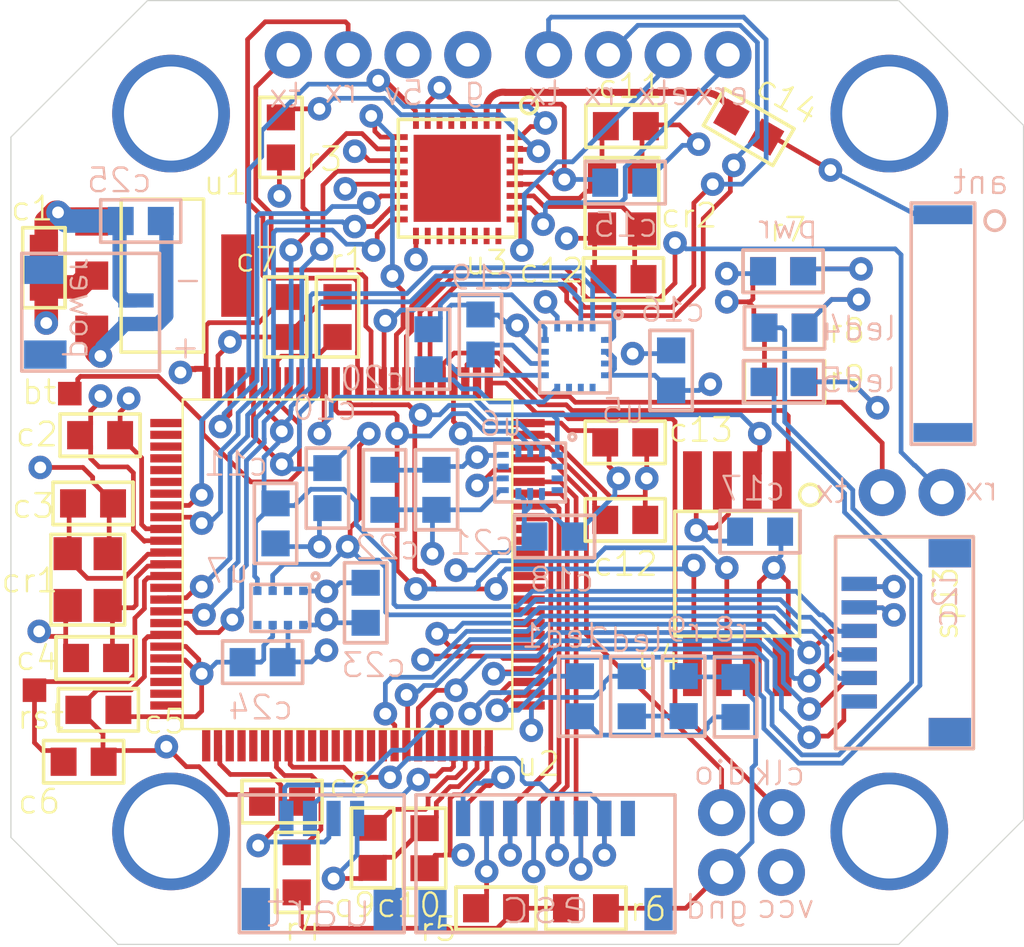
<source format=kicad_pcb>
(kicad_pcb (version 20241229) (generator "pcbnew") (generator_version "9.0")
  (layers (0 "F.Cu" signal "Top Layer") (4 "In1.Cu" signal "Mid-Layer 1") (6 "In2.Cu" signal "Mid-Layer 2") (2 "B.Cu" signal "Bottom Layer") (13 "F.Paste" user "Top Paste") (15 "B.Paste" user "Bottom Paste") (5 "F.SilkS" user "Top Overlay") (7 "B.SilkS" user "Bottom Overlay") (1 "F.Mask" user "Top Solder") (3 "B.Mask" user "Bottom Solder") (25 "Edge.Cuts" user))
  (net 0 "")
  (net 1 "drdy")
  (net 2 "fsync")
  (net 3 "pd9")
  (net 4 "pd8")
  (net 5 "sck4")
  (net 6 "miso4")
  (net 7 "mosi4")
  (net 8 "led5")
  (net 9 "led4")
  (net 10 "led5r")
  (net 11 "led4r")
  (net 12 "led3r")
  (net 13 "v2_2")
  (net 14 "v2_1")
  (net 15 "vesc")
  (net 16 "current")
  (net 17 "pe1")
  (net 18 "esp_rx")
  (net 19 "esp_tx")
  (net 20 "espboot")
  (net 21 "ant")
  (net 22 "exti1")
  (net 23 "mosi2")
  (net 24 "miso2")
  (net 25 "sck2")
  (net 26 "cs4")
  (net 27 "ext_rstb")
  (net 28 "res12k")
  (net 29 "xtal_out")
  (net 30 "xtal_in")
  (net 31 "antcap")
  (net 32 "boot")
  (net 33 "qmc_setp")
  (net 34 "qmc_setc")
  (net 35 "qmc_c1")
  (net 36 "led2r")
  (net 37 "led1r")
  (net 38 "led2")
  (net 39 "led1")
  (net 40 "cs2")
  (net 41 "vin")
  (net 42 "vcap2")
  (net 43 "vcap1")
  (net 44 "nrst")
  (net 45 "cs1")
  (net 46 "dio")
  (net 47 "clk")
  (net 48 "ch4")
  (net 49 "ch3")
  (net 50 "ch2")
  (net 51 "ch1")
  (net 52 "osc_out")
  (net 53 "osc_in")
  (net 54 "tx5")
  (net 55 "rx5")
  (net 56 "tx4")
  (net 57 "rx4")
  (net 58 "tx3")
  (net 59 "rx3")
  (net 60 "tx2")
  (net 61 "rx2")
  (net 62 "scl")
  (net 63 "sck")
  (net 64 "sda")
  (net 65 "mosi")
  (net 66 "miso")
  (net 67 "vcc")
  (net 68 "gnd")
  (footprint "" (layer "F.Cu") (at 146.20324 119.70146)
    (property "Reference" "")
    (property "Value" "")
  )
  (footprint "" (layer "F.Cu") (at 152.2011 119.7036)
    (property "Reference" "")
    (property "Value" "")
  )
  (footprint "" (layer "F.Cu") (at 143.8611 87.2536)
    (property "Reference" "")
    (property "Value" "")
  )
  (footprint "" (layer "F.Cu") (at 164.3011 89.7536)
    (property "Reference" "")
    (property "Value" "")
  )
  (footprint "" (layer "F.Cu") (at 128.0011 114.2536)
    (property "Reference" "")
    (property "Value" "")
  )
  (footprint "PcbLib1:0603" (layer "F.Cu") (at 158.3011 90.1536 60)
    (property "Reference" "c14")
    (property "Value" "Comment" (hide yes))
  )
  (footprint "PcbLib1:0603" (layer "F.Cu") (at 142.22576 121.06696 180)
    (property "Reference" "c9")
    (property "Value" "Comment" (hide yes))
  )
  (footprint "PcbLib1:0603" (layer "F.Cu") (at 130.6011 114.9536 90)
    (property "Reference" "c5")
    (property "Value" "Comment" (hide yes))
  )
  (footprint "PcbLib1:0603" (layer "F.Cu") (at 144.7011 120.8536)
    (property "Reference" "c10")
    (property "Value" "Comment" (hide yes))
  )
  (footprint "PcbLib1:SH1.0-6" (layer "F.Cu") (at 165.3011 113.3536 90)
    (property "Reference" "spi3")
    (property "Value" "Comment" (hide yes))
  )
  (footprint "PcbLib1:0603" (layer "F.Cu") (at 153.2011 103.85974 -90)
    (property "Reference" "c13")
    (property "Value" "Comment" (hide yes))
  )
  (footprint "PcbLib1:0603" (layer "F.Cu") (at 130.9011 103.5536 -90)
    (property "Reference" "c2")
    (property "Value" "Comment" (hide yes))
  )
  (footprint "" (layer "F.Cu") (at 133.8011 89.7536)
    (property "Reference" "")
    (property "Value" "")
  )
  (footprint "PcbLib1:0603" (layer "F.Cu") (at 139.0011 122.1068 180)
    (property "Reference" "r4")
    (property "Value" "Comment" (hide yes))
  )
  (footprint "PcbLib1:0603" (layer "F.Cu") (at 153.2011 107.1536 -90)
    (property "Reference" "c12")
    (property "Value" "Comment" (hide yes))
  )
  (footprint "" (layer "F.Cu") (at 138.7811 87.2536)
    (property "Reference" "")
    (property "Value" "")
  )
  (footprint "PcbLib1:0603" (layer "F.Cu") (at 138.4011 118.8536 90)
    (property "Reference" "c8")
    (property "Value" "Comment" (hide yes))
  )
  (footprint "" (layer "F.Cu") (at 146.4011 87.2536)
    (property "Reference" "")
    (property "Value" "")
  )
  (footprint "PcbLib1:0603" (layer "F.Cu") (at 159.90464 96.58914 -90)
    (property "Reference" "r7")
    (property "Value" "Comment" (hide yes))
  )
  (footprint "" (layer "F.Cu") (at 159.7211 121.9936)
    (property "Reference" "")
    (property "Value" "")
  )
  (footprint "PcbLib1:smd_crystall" (layer "F.Cu") (at 153.1111 93.4536 90)
    (property "Reference" "cr2")
    (property "Value" "Comment" (hide yes))
  )
  (footprint "" (layer "F.Cu") (at 157.4511 87.2536)
    (property "Reference" "")
    (property "Value" "")
  )
  (footprint "PcbLib1:0603" (layer "F.Cu") (at 147.48674 123.38254 90)
    (property "Reference" "r5")
    (property "Value" "Comment" (hide yes))
  )
  (footprint "PcbLib1:0603" (layer "F.Cu") (at 130.2011 117.42894 -90)
    (property "Reference" "c6")
    (property "Value" "Comment" (hide yes))
  )
  (footprint "" (layer "F.Cu") (at 166.5411 105.8536)
    (property "Reference" "")
    (property "Value" "")
  )
  (footprint "" (layer "F.Cu") (at 150.20108 119.7036)
    (property "Reference" "")
    (property "Value" "")
  )
  (footprint "PcbLib1:PCBComponent_1" (layer "F.Cu") (at 128.53664 96.1902)
    (property "Reference" "c1")
    (property "Value" "Comment" (hide yes))
  )
  (footprint "" (layer "F.Cu") (at 148.2011 119.7036)
    (property "Reference" "")
    (property "Value" "")
  )
  (footprint "" (layer "F.Cu") (at 152.3711 87.2536)
    (property "Reference" "")
    (property "Value" "")
  )
  (footprint "" (layer "F.Cu") (at 154.9111 87.2536)
    (property "Reference" "")
    (property "Value" "")
  )
  (footprint "" (layer "F.Cu") (at 164.0011 105.8536)
    (property "Reference" "")
    (property "Value" "")
  )
  (footprint "" (layer "F.Cu") (at 141.3211 87.2536)
    (property "Reference" "")
    (property "Value" "")
  )
  (footprint "" (layer "F.Cu") (at 151.2011 119.7036)
    (property "Reference" "")
    (property "Value" "")
  )
  (footprint "" (layer "F.Cu") (at 147.20324 119.70146)
    (property "Reference" "")
    (property "Value" "")
  )
  (footprint "PcbLib1:0603" (layer "F.Cu") (at 151.53215 123.6536 -90)
    (property "Reference" "r6")
    (property "Value" "Comment" (hide yes))
  )
  (footprint "PcbLib1:lqfp100" (layer "F.Cu") (at 132.29358 117.4536)
    (property "Reference" "u2")
    (property "Value" "Comment" (hide yes))
  )
  (footprint "PcbLib1:0603" (layer "F.Cu") (at 152.9011 96.6536 90)
    (property "Reference" "c12")
    (property "Value" "Comment" (hide yes))
  )
  (footprint "PcbLib1:0603" (layer "F.Cu") (at 138.6011 90.6536)
    (property "Reference" "r3")
    (property "Value" "Comment" (hide yes))
  )
  (footprint "PcbLib1:0603" (layer "F.Cu") (at 130.5011 112.74931 90)
    (property "Reference" "c4")
    (property "Value" "Comment" (hide yes))
  )
  (footprint "" (layer "F.Cu") (at 164.3011 120.2536)
    (property "Reference" "")
    (property "Value" "")
  )
  (footprint "PcbLib1:0603" (layer "F.Cu") (at 153.0011 90.1536 90)
    (property "Reference" "c11")
    (property "Value" "Comment" (hide yes))
  )
  (footprint "PcbLib1:smd_crystall" (layer "F.Cu") (at 130.1011 109.6536 -90)
    (property "Reference" "cr1")
    (property "Value" "Comment" (hide yes))
  )
  (footprint "" (layer "F.Cu") (at 159.7211 119.4536)
    (property "Reference" "")
    (property "Value" "")
  )
  (footprint "PcbLib1:0603" (layer "F.Cu") (at 159.96203 101.28806 -90)
    (property "Reference" "r9")
    (property "Value" "Comment" (hide yes))
  )
  (footprint "" (layer "F.Cu") (at 149.20139 119.70367)
    (property "Reference" "")
    (property "Value" "")
  )
  (footprint "" (layer "F.Cu") (at 129.5011 101.6536)
    (property "Reference" "")
    (property "Value" "")
  )
  (footprint "PcbLib1:w25q" (layer "F.Cu") (at 157.84198 109.0536)
    (property "Reference" "u4")
    (property "Value" "Comment" (hide yes))
  )
  (footprint "" (layer "F.Cu") (at 149.8311 87.2536)
    (property "Reference" "")
    (property "Value" "")
  )
  (footprint "PcbLib1:0603" (layer "F.Cu") (at 138.8011 98.28435)
    (property "Reference" "c7")
    (property "Value" "Comment" (hide yes))
  )
  (footprint "PcbLib1:0603" (layer "F.Cu") (at 141.00538 98.28435)
    (property "Reference" "r1")
    (property "Value" "Comment" (hide yes))
  )
  (footprint "PcbLib1:ams1117" (layer "F.Cu") (at 132.83797 94.9536 -90)
    (property "Reference" "u1")
    (property "Value" "Comment" (hide yes))
  )
  (footprint "" (layer "F.Cu") (at 157.1811 119.4536)
    (property "Reference" "")
    (property "Value" "")
  )
  (footprint "PcbLib1:0603" (layer "F.Cu") (at 159.96203 98.98806 -90)
    (property "Reference" "r8")
    (property "Value" "Comment" (hide yes))
  )
  (footprint "PcbLib1:0603" (layer "F.Cu") (at 130.6011 106.4536 -90)
    (property "Reference" "c3")
    (property "Value" "Comment" (hide yes))
  )
  (footprint "PcbLib1:esp8285" (layer "F.Cu") (at 145.4011 93.8536 -90)
    (property "Reference" "u3")
    (property "Value" "Comment" (hide yes))
  )
  (footprint "" (layer "F.Cu") (at 133.8011 120.2536)
    (property "Reference" "")
    (property "Value" "")
  )
  (footprint "" (layer "F.Cu") (at 157.1811 121.9936)
    (property "Reference" "")
    (property "Value" "")
  )
  (footprint "PcbLib1:0603" (layer "B.Cu") (at 159.69621 101.28914 -90)
    (property "Reference" "led5")
    (property "Value" "Comment" (hide yes))
  )
  (footprint "PcbLib1:0603" (layer "B.Cu") (at 143.0011 105.8536)
    (property "Reference" "c22")
    (property "Value" "Comment" (hide yes))
  )
  (footprint "PcbLib1:0603" (layer "B.Cu") (at 137.8011 112.92716 90)
    (property "Reference" "c24")
    (property "Value" "Comment" (hide yes))
  )
  (footprint "PcbLib1:SH1.0-6" (layer "B.Cu") (at 165.3011 111.1136 -90)
    (property "Reference" "i2c")
    (property "Value" "Comment" (hide yes))
  )
  (footprint "PcbLib1:0603" (layer "B.Cu") (at 153.2011 92.5536 90)
    (property "Reference" "c15")
    (property "Value" "Comment" (hide yes))
  )
  (footprint "PcbLib1:sh1.0-2" (layer "B.Cu") (at 131.0011 97.0536 90)
    (property "Reference" "power")
    (property "Value" "Comment" (hide yes))
  )
  (footprint "PcbLib1:0603" (layer "B.Cu") (at 147.07644 99.2536)
    (property "Reference" "c19")
    (property "Value" "Comment" (hide yes))
  )
  (footprint "PcbLib1:0603" (layer "B.Cu") (at 159.7377 98.98914 -90)
    (property "Reference" "led4")
    (property "Value" "Comment" (hide yes))
  )
  (footprint "PcbLib1:0603" (layer "B.Cu") (at 157.90972 114.6536)
    (property "Reference" "r8")
    (property "Value" "Comment" (hide yes))
  )
  (footprint "PcbLib1:0603" (layer "B.Cu") (at 145.20541 105.8536)
    (property "Reference" "c21")
    (property "Value" "Comment" (hide yes))
  )
  (footprint "PcbLib1:0603" (layer "B.Cu") (at 144.6011 99.6536 180)
    (property "Reference" "c20")
    (property "Value" "Comment" (hide yes))
  )
  (footprint "PcbLib1:0603" (layer "B.Cu") (at 154.9011 100.5536 180)
    (property "Reference" "c16")
    (property "Value" "Comment" (hide yes))
  )
  (footprint "PcbLib1:0603" (layer "B.Cu") (at 140.30541 105.5536 180)
    (property "Reference" "c10")
    (property "Value" "Comment" (hide yes))
  )
  (footprint "PcbLib1:0603" (layer "B.Cu") (at 138.1011 107.0536 180)
    (property "Reference" "c11")
    (property "Value" "Comment" (hide yes))
  )
  (footprint "PcbLib1:0603" (layer "B.Cu") (at 150.19923 107.58914 90)
    (property "Reference" "c18")
    (property "Value" "Comment" (hide yes))
  )
  (footprint "PcbLib1:0603" (layer "B.Cu") (at 142.2011 110.6536)
    (property "Reference" "c23")
    (property "Value" "Comment" (hide yes))
  )
  (footprint "PcbLib1:0603" (layer "B.Cu") (at 132.4 94.4536 -90)
    (property "Reference" "c25")
    (property "Value" "Comment" (hide yes))
  )
  (footprint "PcbLib1:DPS368" (layer "B.Cu") (at 138.0761 110.73339 90)
    (property "Reference" "u7")
    (property "Value" "Comment" (hide yes))
  )
  (footprint "PcbLib1:SH1.0-8" (layer "B.Cu") (at 151.8211 121.9836 180)
    (property "Reference" "esc")
    (property "Value" "Comment" (hide yes))
  )
  (footprint "PcbLib1:0603" (layer "B.Cu") (at 155.70541 114.617)
    (property "Reference" "r9")
    (property "Value" "Comment" (hide yes))
  )
  (footprint "PcbLib1:0603" (layer "B.Cu") (at 158.7011 107.6536 -90)
    (property "Reference" "c17")
    (property "Value" "Comment" (hide yes))
  )
  (footprint "PcbLib1:sh1.0-4" (layer "B.Cu") (at 140.0611 121.0136 180)
    (property "Reference" "uart")
    (property "Value" "Comment" (hide yes))
  )
  (footprint "PcbLib1:0603" (layer "B.Cu") (at 159.67784 96.58914 -90)
    (property "Reference" "pwr")
    (property "Value" "Comment" (hide yes))
  )
  (footprint "PcbLib1:rainsun antenna" (layer "B.Cu") (at 166.3011 98.7536 90)
    (property "Reference" "ant")
    (property "Value" "Comment" (hide yes))
  )
  (footprint "PcbLib1:0603" (layer "B.Cu") (at 153.5011 114.62436)
    (property "Reference" "led2")
    (property "Value" "Comment" (hide yes))
  )
  (footprint "PcbLib1:0603" (layer "B.Cu") (at 151.29679 114.62436)
    (property "Reference" "led1")
    (property "Value" "Comment" (hide yes))
  )
  (footprint "PcbLib1:icm42688" (layer "B.Cu") (at 149.0511 105.0036 180)
    (property "Reference" "u6")
    (property "Value" "Comment" (hide yes))
  )
  (footprint "PcbLib1:qmc5883l" (layer "B.Cu") (at 151.0011 100.2036 180)
    (property "Reference" "u5")
    (property "Value" "Comment" (hide yes))
  )
  (gr_rect (start 144.1011 90.6536) (end 147.8011 94.3536) (fill yes) (layer "F.Cu") (net 68))
  (gr_line (start 132.8011 84.9536) (end 127.0011 90.7536) (stroke (width 0.05)) (layer "Edge.Cuts"))
  (gr_line (start 170.0011 119.75305) (end 170.0011 90.2536) (stroke (width 0.05)) (layer "Edge.Cuts"))
  (gr_line (start 164.70055 125.0536) (end 170.0011 119.75305) (stroke (width 0.05)) (layer "Edge.Cuts"))
  (gr_line (start 170.0011 90.2536) (end 164.7011 84.9536) (stroke (width 0.05)) (layer "Edge.Cuts"))
  (gr_line (start 131.53188 125.0536) (end 164.70055 125.0536) (stroke (width 0.05)) (layer "Edge.Cuts"))
  (gr_line (start 131.53188 125.0383) (end 131.53188 125.0536) (stroke (width 0.05)) (layer "Edge.Cuts"))
  (gr_line (start 127.0011 120.50752) (end 131.53188 125.0383) (stroke (width 0.05)) (layer "Edge.Cuts"))
  (gr_line (start 127.0011 90.7536) (end 127.0011 120.50752) (stroke (width 0.05)) (layer "Edge.Cuts"))
  (gr_line (start 164.7011 84.9536) (end 132.8011 84.9536) (stroke (width 0.05)) (layer "Edge.Cuts"))
  (gr_text "rst" (at 127.2011 115.9761 360) (layer "F.SilkS") (effects (font (size 1 1) (thickness 0.1)) (justify left bottom)))
  (gr_text "bt" (at 127.4011 102.1761 360) (layer "F.SilkS") (effects (font (size 1 1) (thickness 0.1)) (justify left bottom)))
  (gr_text "5v" (at 144.6011 89.4761 360) (layer "B.SilkS") (effects (font (size 1 1) (thickness 0.1)) (justify left bottom mirror)))
  (gr_text "erx" (at 158.4011 89.4761 360) (layer "B.SilkS") (effects (font (size 1 1) (thickness 0.1)) (justify left bottom mirror)))
  (gr_text "tx" (at 162.6011 106.3761 360) (layer "B.SilkS") (effects (font (size 1 1) (thickness 0.1)) (justify left bottom mirror)))
  (gr_text "clk" (at 160.8011 118.3761 360) (layer "B.SilkS") (effects (font (size 1 1) (thickness 0.1)) (justify left bottom mirror)))
  (gr_text "etx" (at 155.9011 89.4761 360) (layer "B.SilkS") (effects (font (size 1 1) (thickness 0.1)) (justify left bottom mirror)))
  (gr_text "vcc" (at 161.2011 124.00957 360) (layer "B.SilkS") (effects (font (size 1 1) (thickness 0.1)) (justify left bottom mirror)))
  (gr_text "gnd" (at 158.4011 124.04284 360) (layer "B.SilkS") (effects (font (size 1 1) (thickness 0.1)) (justify left bottom mirror)))
  (gr_text "dio" (at 158.3311 118.34612 360) (layer "B.SilkS") (effects (font (size 1 1) (thickness 0.1)) (justify left bottom mirror)))
  (gr_text "rx" (at 141.8011 89.3761 360) (layer "B.SilkS") (effects (font (size 1 1) (thickness 0.1)) (justify left bottom mirror)))
  (gr_text "g" (at 147.2011 89.24284 360) (layer "B.SilkS") (effects (font (size 1 1) (thickness 0.1)) (justify left bottom mirror)))
  (gr_text "tx" (at 150.4011 89.4761 360) (layer "B.SilkS") (effects (font (size 1 1) (thickness 0.1)) (justify left bottom mirror)))
  (gr_text "rx" (at 152.8011 89.4761 360) (layer "B.SilkS") (effects (font (size 1 1) (thickness 0.1)) (justify left bottom mirror)))
  (gr_text "-" (at 135.2011 97.37594 360) (layer "B.SilkS") (effects (font (size 1 1) (thickness 0.1)) (justify left bottom mirror)))
  (gr_text "+" (at 135.1011 100.24271 360) (layer "B.SilkS") (effects (font (size 1 1) (thickness 0.1)) (justify left bottom mirror)))
  (gr_text "tx" (at 139.4011 89.5761 360) (layer "B.SilkS") (effects (font (size 1 1) (thickness 0.1)) (justify left bottom mirror)))
  (gr_text "rx" (at 169.0011 106.2761 360) (layer "B.SilkS") (effects (font (size 1 1) (thickness 0.1)) (justify left bottom mirror)))
  (segment (start 142.84734 101.14984) (end 142.84734 98.60736) (width 0.2) (layer "F.Cu") (net 1))
  (segment (start 142.84734 98.60736) (end 142.9011 98.5536) (width 0.2) (layer "F.Cu") (net 1))
  (segment (start 142.79358 101.2036) (end 142.84734 101.14984) (width 0.2) (layer "F.Cu") (net 1))
  (via (at 142.9011 98.5536) (size 1) (drill 0.50038) (layers "F.Cu" "B.Cu") (net 1))
  (segment (start 142.9011 98.5536) (end 143.11758 98.5536) (width 0.2) (layer "B.Cu") (net 1))
  (segment (start 144.1017 98.1036) (end 145.2017 97.0036) (width 0.2) (layer "B.Cu") (net 1))
  (segment (start 145.2017 97.0036) (end 150.51175 97.0036) (width 0.2) (layer "B.Cu") (net 1))
  (segment (start 143.56758 98.1036) (end 144.1017 98.1036) (width 0.2) (layer "B.Cu") (net 1))
  (segment (start 151.2011 98.8536) (end 151.2011 97.69295) (width 0.2) (layer "B.Cu") (net 1))
  (segment (start 150.51175 97.0036) (end 151.2011 97.69295) (width 0.2) (layer "B.Cu") (net 1))
  (segment (start 143.11758 98.5536) (end 143.56758 98.1036) (width 0.2) (layer "B.Cu") (net 1))
  (segment (start 146.8011 105.5536) (end 146.8739 105.5536) (width 0.2) (layer "F.Cu") (net 2))
  (segment (start 146.8739 105.5536) (end 147.5239 104.90361) (width 0.2) (layer "F.Cu") (net 2))
  (segment (start 147.5239 104.90361) (end 148.99358 104.90361) (width 0.2) (layer "F.Cu") (net 2))
  (via (at 146.8011 105.5536) (size 1) (drill 0.50038) (layers "F.Cu" "B.Cu") (net 2))
  (segment (start 147.01758 105.5536) (end 147.29258 105.2786) (width 0.2) (layer "B.Cu") (net 2))
  (segment (start 147.29258 105.2786) (end 147.8761 105.2786) (width 0.2) (layer "B.Cu") (net 2))
  (segment (start 147.8761 105.2786) (end 147.9011 105.2536) (width 0.2) (layer "B.Cu") (net 2))
  (segment (start 146.8011 105.5536) (end 147.01758 105.5536) (width 0.2) (layer "B.Cu") (net 2))
  (segment (start 145.6511 112.40361) (end 148.99358 112.40361) (width 0.2) (layer "F.Cu") (net 3))
  (segment (start 145.1011 111.8536) (end 145.6511 112.40361) (width 0.2) (layer "F.Cu") (net 3))
  (via (at 145.1011 111.8536) (size 1) (drill 0.50038) (layers "F.Cu" "B.Cu") (net 3))
  (segment (start 163.0011 113.7536) (end 163.0211 113.7336) (width 0.2) (layer "B.Cu") (net 3))
  (segment (start 145.85553 111.7536) (end 146.20551 111.40361) (width 0.2) (layer "B.Cu") (net 3))
  (segment (start 148.78126 111.40361) (end 149.43126 110.75362) (width 0.2) (layer "B.Cu") (net 3))
  (segment (start 160.53039 111.7536) (end 161.06175 111.7536) (width 0.2) (layer "B.Cu") (net 3))
  (segment (start 159.53041 110.75362) (end 160.53039 111.7536) (width 0.2) (layer "B.Cu") (net 3))
  (segment (start 161.6511 113.22356) (end 161.6511 112.34294) (width 0.2) (layer "B.Cu") (net 3))
  (segment (start 161.06175 111.7536) (end 161.6511 112.34294) (width 0.2) (layer "B.Cu") (net 3))
  (segment (start 146.20551 111.40361) (end 148.78126 111.40361) (width 0.2) (layer "B.Cu") (net 3))
  (segment (start 161.6511 113.22356) (end 162.18113 113.7536) (width 0.2) (layer "B.Cu") (net 3))
  (segment (start 145.1011 111.8536) (end 145.2011 111.7536) (width 0.2) (layer "B.Cu") (net 3))
  (segment (start 162.18113 113.7536) (end 163.0011 113.7536) (width 0.2) (layer "B.Cu") (net 3))
  (segment (start 149.43126 110.75362) (end 159.53041 110.75362) (width 0.2) (layer "B.Cu") (net 3))
  (segment (start 145.2011 111.7536) (end 145.85553 111.7536) (width 0.2) (layer "B.Cu") (net 3))
  (segment (start 161.8011 111.7536) (end 163.0011 111.7536) (width 0.2) (layer "F.Cu") (net 4))
  (segment (start 147.91176 112.9036) (end 148.99358 112.9036) (width 0.2) (layer "F.Cu") (net 4))
  (segment (start 147.81175 112.8036) (end 147.91176 112.9036) (width 0.2) (layer "F.Cu") (net 4))
  (segment (start 163.0011 111.7536) (end 163.0211 111.7336) (width 0.2) (layer "F.Cu") (net 4))
  (segment (start 144.6511 112.8036) (end 147.81175 112.8036) (width 0.2) (layer "F.Cu") (net 4))
  (segment (start 144.5011 112.9536) (end 144.6511 112.8036) (width 0.2) (layer "F.Cu") (net 4))
  (segment (start 160.9011 112.6536) (end 161.8011 111.7536) (width 0.2) (layer "F.Cu") (net 4))
  (via (at 160.9011 112.6536) (size 1) (drill 0.50038) (layers "F.Cu" "B.Cu") (net 4))
  (via (at 144.5011 112.9536) (size 1) (drill 0.50038) (layers "F.Cu" "B.Cu") (net 4))
  (segment (start 144.5011 112.9536) (end 144.53454 112.92016) (width 0.2) (layer "B.Cu") (net 4))
  (segment (start 159.38544 111.10362) (end 160.9011 112.61928) (width 0.2) (layer "B.Cu") (net 4))
  (segment (start 160.9011 112.6536) (end 160.9011 112.61928) (width 0.2) (layer "B.Cu") (net 4))
  (segment (start 146.35048 111.75361) (end 148.92624 111.75361) (width 0.2) (layer "B.Cu") (net 4))
  (segment (start 149.57623 111.10362) (end 159.38544 111.10362) (width 0.2) (layer "B.Cu") (net 4))
  (segment (start 148.92624 111.75361) (end 149.57623 111.10362) (width 0.2) (layer "B.Cu") (net 4))
  (segment (start 145.18394 112.92016) (end 146.35048 111.75361) (width 0.2) (layer "B.Cu") (net 4))
  (segment (start 144.53454 112.92016) (end 145.18394 112.92016) (width 0.2) (layer "B.Cu") (net 4))
  (segment (start 143.3011 116.47561) (end 143.3011 115.74031) (width 0.2) (layer "F.Cu") (net 5))
  (segment (start 162.0211 112.7336) (end 163.0211 112.7336) (width 0.2) (layer "F.Cu") (net 5))
  (segment (start 142.9011 115.34031) (end 143.3011 115.74031) (width 0.2) (layer "F.Cu") (net 5))
  (segment (start 142.9011 115.34031) (end 142.9011 115.2536) (width 0.2) (layer "F.Cu") (net 5))
  (segment (start 160.9011 113.8536) (end 162.0211 112.7336) (width 0.2) (layer "F.Cu") (net 5))
  (via (at 160.9011 113.8536) (size 1) (drill 0.50038) (layers "F.Cu" "B.Cu") (net 5))
  (via (at 142.9011 115.2536) (size 1) (drill 0.50038) (layers "F.Cu" "B.Cu") (net 5))
  (segment (start 146.49546 112.10361) (end 149.07121 112.10361) (width 0.2) (layer "B.Cu") (net 5))
  (segment (start 142.9011 115.2536) (end 142.9011 113.97076) (width 0.2) (layer "B.Cu") (net 5))
  (segment (start 143.16825 113.7036) (end 144.89547 113.7036) (width 0.2) (layer "B.Cu") (net 5))
  (segment (start 149.72121 111.45362) (end 159.02101 111.45362) (width 0.2) (layer "B.Cu") (net 5))
  (segment (start 149.07121 112.10361) (end 149.72121 111.45362) (width 0.2) (layer "B.Cu") (net 5))
  (segment (start 159.02101 111.45362) (end 160.15111 112.58372) (width 0.2) (layer "B.Cu") (net 5))
  (segment (start 160.26827 113.75507) (end 160.80256 113.75507) (width 0.2) (layer "B.Cu") (net 5))
  (segment (start 160.80256 113.75507) (end 160.9011 113.8536) (width 0.2) (layer "B.Cu") (net 5))
  (segment (start 142.9011 113.97076) (end 143.16825 113.7036) (width 0.2) (layer "B.Cu") (net 5))
  (segment (start 160.15111 113.63791) (end 160.15111 112.58372) (width 0.2) (layer "B.Cu") (net 5))
  (segment (start 144.89547 113.7036) (end 146.49546 112.10361) (width 0.2) (layer "B.Cu") (net 5))
  (segment (start 160.15111 113.63791) (end 160.26827 113.75507) (width 0.2) (layer "B.Cu") (net 5))
  (segment (start 143.8011 114.4536) (end 143.84734 114.49984) (width 0.2) (layer "F.Cu") (net 6))
  (segment (start 160.9011 115.0536) (end 161.05417 114.90053) (width 0.2) (layer "F.Cu") (net 6))
  (segment (start 161.40417 114.90053) (end 162.5711 113.7336) (width 0.2) (layer "F.Cu") (net 6))
  (segment (start 143.84734 116.55941) (end 143.84734 114.49984) (width 0.2) (layer "F.Cu") (net 6))
  (segment (start 161.05417 114.90053) (end 161.40417 114.90053) (width 0.2) (layer "F.Cu") (net 6))
  (segment (start 162.5711 113.7336) (end 163.0211 113.7336) (width 0.2) (layer "F.Cu") (net 6))
  (segment (start 143.8011 116.60566) (end 143.84734 116.55941) (width 0.2) (layer "F.Cu") (net 6))
  (via (at 160.9011 115.0536) (size 1) (drill 0.50038) (layers "F.Cu" "B.Cu") (net 6))
  (via (at 143.8011 114.4536) (size 1) (drill 0.50038) (layers "F.Cu" "B.Cu") (net 6))
  (segment (start 146.64043 112.45361) (end 149.21618 112.45361) (width 0.2) (layer "B.Cu") (net 6))
  (segment (start 149.21618 112.45361) (end 149.86618 111.80362) (width 0.2) (layer "B.Cu") (net 6))
  (segment (start 143.8011 114.4536) (end 143.95417 114.30053) (width 0.2) (layer "B.Cu") (net 6))
  (segment (start 144.54547 114.0536) (end 145.04044 114.0536) (width 0.2) (layer "B.Cu") (net 6))
  (segment (start 158.87604 111.80362) (end 159.80111 112.72869) (width 0.2) (layer "B.Cu") (net 6))
  (segment (start 143.95417 114.30053) (end 144.29854 114.30053) (width 0.2) (layer "B.Cu") (net 6))
  (segment (start 145.04044 114.0536) (end 146.64043 112.45361) (width 0.2) (layer "B.Cu") (net 6))
  (segment (start 159.80111 113.9337) (end 160.9011 115.03369) (width 0.2) (layer "B.Cu") (net 6))
  (segment (start 160.9011 115.0536) (end 160.9011 115.03369) (width 0.2) (layer "B.Cu") (net 6))
  (segment (start 149.86618 111.80362) (end 158.87604 111.80362) (width 0.2) (layer "B.Cu") (net 6))
  (segment (start 159.80111 113.9337) (end 159.80111 112.72869) (width 0.2) (layer "B.Cu") (net 6))
  (segment (start 144.29854 114.30053) (end 144.54547 114.0536) (width 0.2) (layer "B.Cu") (net 6))
  (segment (start 160.9011 116.2536) (end 160.9511 116.2036) (width 0.2) (layer "F.Cu") (net 7))
  (segment (start 144.3011 116.56709) (end 144.3011 115.01426) (width 0.2) (layer "F.Cu") (net 7))
  (segment (start 162.3711 115.5336) (end 162.3711 114.9336) (width 0.2) (layer "F.Cu") (net 7))
  (segment (start 145.0546 114.26075) (end 145.89395 114.26075) (width 0.2) (layer "F.Cu") (net 7))
  (segment (start 160.9511 116.2036) (end 161.7011 116.2036) (width 0.2) (layer "F.Cu") (net 7))
  (segment (start 144.3011 115.01426) (end 145.0546 114.26075) (width 0.2) (layer "F.Cu") (net 7))
  (segment (start 161.7011 116.2036) (end 162.3711 115.5336) (width 0.2) (layer "F.Cu") (net 7))
  (segment (start 162.3711 114.9336) (end 162.5711 114.7336) (width 0.2) (layer "F.Cu") (net 7))
  (segment (start 145.89395 114.26075) (end 145.90109 114.2536) (width 0.2) (layer "F.Cu") (net 7))
  (segment (start 162.5711 114.7336) (end 163.0211 114.7336) (width 0.2) (layer "F.Cu") (net 7))
  (via (at 145.9011 114.2536) (size 1) (drill 0.50038) (layers "F.Cu" "B.Cu") (net 7))
  (via (at 160.9011 116.2536) (size 1) (drill 0.50038) (layers "F.Cu" "B.Cu") (net 7))
  (segment (start 158.73107 112.15361) (end 159.45111 112.87365) (width 0.2) (layer "B.Cu") (net 7))
  (segment (start 145.9011 114.2536) (end 145.9011 114.09295) (width 0.2) (layer "B.Cu") (net 7))
  (segment (start 147.19044 112.8036) (end 149.36115 112.8036) (width 0.2) (layer "B.Cu") (net 7))
  (segment (start 149.36115 112.8036) (end 150.01115 112.15361) (width 0.2) (layer "B.Cu") (net 7))
  (segment (start 146.67643 113.31762) (end 147.19044 112.8036) (width 0.2) (layer "B.Cu") (net 7))
  (segment (start 159.72027 115.07277) (end 160.9011 116.2536) (width 0.2) (layer "B.Cu") (net 7))
  (segment (start 159.72027 115.07277) (end 159.72027 114.34783) (width 0.2) (layer "B.Cu") (net 7))
  (segment (start 159.45111 114.07868) (end 159.45111 112.87365) (width 0.2) (layer "B.Cu") (net 7))
  (segment (start 150.01115 112.15361) (end 158.73107 112.15361) (width 0.2) (layer "B.Cu") (net 7))
  (segment (start 146.67643 113.31762) (end 146.67643 113.31762) (width 0.2) (layer "B.Cu") (net 7))
  (segment (start 159.45111 114.07868) (end 159.72027 114.34783) (width 0.2) (layer "B.Cu") (net 7))
  (segment (start 145.9011 114.09295) (end 146.67643 113.31762) (width 0.2) (layer "B.Cu") (net 7))
  (segment (start 147.57609 113.47861) (end 148.49961 113.47861) (width 0.2) (layer "F.Cu") (net 8))
  (segment (start 148.49961 113.47861) (end 148.64961 113.3286) (width 0.2) (layer "F.Cu") (net 8))
  (segment (start 148.64961 113.3286) (end 149.35665 113.3286) (width 0.2) (layer "F.Cu") (net 8))
  (segment (start 147.5011 113.5536) (end 147.57609 113.47861) (width 0.2) (layer "F.Cu") (net 8))
  (via (at 147.5011 113.5536) (size 1) (drill 0.50038) (layers "F.Cu" "B.Cu") (net 8))
  (segment (start 158.95961 101.1536) (end 159.40961 101.6036) (width 0.2) (layer "B.Cu") (net 8))
  (segment (start 150.15612 112.50361) (end 158.58609 112.50361) (width 0.2) (layer "B.Cu") (net 8))
  (segment (start 162.4011 106.69295) (end 162.4011 105.89295) (width 0.2) (layer "B.Cu") (net 8))
  (segment (start 159.10111 114.22365) (end 159.32417 114.44671) (width 0.2) (layer "B.Cu") (net 8))
  (segment (start 165.2511 113.90715) (end 165.2511 109.54294) (width 0.2) (layer "B.Cu") (net 8))
  (segment (start 159.40961 102.90146) (end 162.4011 105.89295) (width 0.2) (layer "B.Cu") (net 8))
  (segment (start 162.4011 106.69295) (end 165.2511 109.54294) (width 0.2) (layer "B.Cu") (net 8))
  (segment (start 160.59044 117.0036) (end 162.15465 117.0036) (width 0.2) (layer "B.Cu") (net 8))
  (segment (start 159.32417 115.73732) (end 160.59044 117.0036) (width 0.2) (layer "B.Cu") (net 8))
  (segment (start 158.58609 112.50361) (end 159.10111 113.01862) (width 0.2) (layer "B.Cu") (net 8))
  (segment (start 147.5011 113.5536) (end 149.10613 113.5536) (width 0.2) (layer "B.Cu") (net 8))
  (segment (start 159.10111 114.22365) (end 159.10111 113.01862) (width 0.2) (layer "B.Cu") (net 8))
  (segment (start 149.10613 113.5536) (end 150.15612 112.50361) (width 0.2) (layer "B.Cu") (net 8))
  (segment (start 159.40961 102.90146) (end 159.40961 101.6036) (width 0.2) (layer "B.Cu") (net 8))
  (segment (start 162.15465 117.0036) (end 165.2511 113.90715) (width 0.2) (layer "B.Cu") (net 8))
  (segment (start 159.32417 115.73732) (end 159.32417 114.44671) (width 0.2) (layer "B.Cu") (net 8))
  (segment (start 148.92769 113.96949) (end 148.99351 113.90368) (width 0.2) (layer "F.Cu") (net 9))
  (segment (start 146.5011 115.2536) (end 146.5011 115.19294) (width 0.2) (layer "F.Cu") (net 9))
  (segment (start 148.18521 113.96949) (end 148.92769 113.96949) (width 0.2) (layer "F.Cu") (net 9))
  (segment (start 146.5011 115.19294) (end 147.33841 114.35563) (width 0.2) (layer "F.Cu") (net 9))
  (segment (start 147.79907 114.35563) (end 148.18521 113.96949) (width 0.2) (layer "F.Cu") (net 9))
  (segment (start 147.33841 114.35563) (end 147.79907 114.35563) (width 0.2) (layer "F.Cu") (net 9))
  (via (at 146.5011 115.2536) (size 1) (drill 0.50038) (layers "F.Cu" "B.Cu") (net 9))
  (segment (start 162.29962 117.3536) (end 165.6011 114.05212) (width 0.2) (layer "B.Cu") (net 9))
  (segment (start 160.44547 117.3536) (end 162.29962 117.3536) (width 0.2) (layer "B.Cu") (net 9))
  (segment (start 146.5011 115.2536) (end 146.5011 115.19294) (width 0.2) (layer "B.Cu") (net 9))
  (segment (start 162.7511 106.53219) (end 165.6011 109.38219) (width 0.2) (layer "B.Cu") (net 9))
  (segment (start 148.79907 114.35563) (end 150.30109 112.8536) (width 0.2) (layer "B.Cu") (net 9))
  (segment (start 158.75111 114.36862) (end 158.97417 114.59168) (width 0.2) (layer "B.Cu") (net 9))
  (segment (start 147.33841 114.35563) (end 148.79907 114.35563) (width 0.2) (layer "B.Cu") (net 9))
  (segment (start 159.0011 98.8536) (end 159.74245 98.8536) (width 0.2) (layer "B.Cu") (net 9))
  (segment (start 150.30109 112.8536) (end 158.44112 112.8536) (width 0.2) (layer "B.Cu") (net 9))
  (segment (start 158.75111 114.36862) (end 158.75111 113.1636) (width 0.2) (layer "B.Cu") (net 9))
  (segment (start 159.85961 102.85648) (end 162.7511 105.74797) (width 0.2) (layer "B.Cu") (net 9))
  (segment (start 159.85961 102.85648) (end 159.85961 98.97076) (width 0.2) (layer "B.Cu") (net 9))
  (segment (start 158.97417 115.8823) (end 160.44547 117.3536) (width 0.2) (layer "B.Cu") (net 9))
  (segment (start 146.5011 115.19294) (end 147.33841 114.35563) (width 0.2) (layer "B.Cu") (net 9))
  (segment (start 158.44112 112.8536) (end 158.75111 113.1636) (width 0.2) (layer "B.Cu") (net 9))
  (segment (start 158.97417 115.8823) (end 158.97417 114.59168) (width 0.2) (layer "B.Cu") (net 9))
  (segment (start 165.6011 114.05212) (end 165.6011 109.38219) (width 0.2) (layer "B.Cu") (net 9))
  (segment (start 159.74245 98.8536) (end 159.85961 98.97076) (width 0.2) (layer "B.Cu") (net 9))
  (segment (start 162.7511 106.53219) (end 162.7511 105.74797) (width 0.2) (layer "B.Cu") (net 9))
  (segment (start 162.70001 101.15252) (end 163.8011 102.2536) (width 0.2) (layer "F.Cu") (net 10))
  (segment (start 160.69863 101.15252) (end 162.70001 101.15252) (width 0.2) (layer "F.Cu") (net 10))
  (via (at 163.8011 102.2536) (size 1) (drill 0.50038) (layers "F.Cu" "B.Cu") (net 10))
  (segment (start 160.65961 101.1536) (end 162.7011 101.1536) (width 0.2) (layer "B.Cu") (net 10))
  (segment (start 162.7011 101.1536) (end 163.8011 102.2536) (width 0.2) (layer "B.Cu") (net 10))
  (segment (start 160.69863 98.85251) (end 160.69863 98.80251) (width 0.2) (layer "F.Cu") (net 11))
  (segment (start 160.69863 98.80251) (end 161.84754 97.6536) (width 0.2) (layer "F.Cu") (net 11))
  (segment (start 161.84754 97.6536) (end 163.0011 97.6536) (width 0.2) (layer "F.Cu") (net 11))
  (via (at 163.0011 97.6536) (size 1) (drill 0.50038) (layers "F.Cu" "B.Cu") (net 11))
  (segment (start 160.7011 98.8036) (end 161.8511 97.6536) (width 0.2) (layer "B.Cu") (net 11))
  (segment (start 161.8511 97.6536) (end 163.0011 97.6536) (width 0.2) (layer "B.Cu") (net 11))
  (segment (start 160.7011 98.8536) (end 160.7011 98.8036) (width 0.2) (layer "B.Cu") (net 11))
  (segment (start 160.74124 96.3536) (end 163.1011 96.3536) (width 0.2) (layer "F.Cu") (net 12))
  (segment (start 160.64124 96.4536) (end 160.74124 96.3536) (width 0.2) (layer "F.Cu") (net 12))
  (via (at 163.1011 96.3536) (size 1) (drill 0.50038) (layers "F.Cu" "B.Cu") (net 12))
  (segment (start 160.64124 96.4536) (end 160.74124 96.3536) (width 0.2) (layer "B.Cu") (net 12))
  (segment (start 160.74124 96.3536) (end 163.1011 96.3536) (width 0.2) (layer "B.Cu") (net 12))
  (segment (start 139.18664 121.1434) (end 140.1645 120.16554) (width 0.2) (layer "F.Cu") (net 13))
  (segment (start 138.46858 117.72463) (end 138.62255 117.8786) (width 0.2) (layer "F.Cu") (net 13))
  (segment (start 138.2761 117.52712) (end 138.2761 116.82861) (width 0.2) (layer "F.Cu") (net 13))
  (segment (start 138.62255 117.8786) (end 139.7575 117.8786) (width 0.2) (layer "F.Cu") (net 13))
  (segment (start 139.7575 117.8786) (end 140.1645 118.2856) (width 0.2) (layer "F.Cu") (net 13))
  (segment (start 138.46858 117.72463) (end 138.46858 117.71959) (width 0.2) (layer "F.Cu") (net 13))
  (segment (start 139.13664 121.1434) (end 139.18664 121.1434) (width 0.2) (layer "F.Cu") (net 13))
  (segment (start 138.2761 117.52712) (end 138.46858 117.71959) (width 0.2) (layer "F.Cu") (net 13))
  (segment (start 140.1645 120.16554) (end 140.1645 118.2856) (width 0.2) (layer "F.Cu") (net 13))
  (segment (start 139.33664 124.25093) (end 139.33664 123.0434) (width 0.2) (layer "F.Cu") (net 14))
  (segment (start 150.56872 123.51809) (end 150.56875 123.51806) (width 0.2) (layer "F.Cu") (net 14))
  (segment (start 148.45014 123.56809) (end 148.45014 123.51809) (width 0.2) (layer "F.Cu") (net 14))
  (segment (start 139.13664 122.8434) (end 139.33664 123.0434) (width 0.2) (layer "F.Cu") (net 14))
  (segment (start 139.4538 124.36809) (end 147.65014 124.36809) (width 0.2) (layer "F.Cu") (net 14))
  (segment (start 147.65014 124.36809) (end 148.45014 123.56809) (width 0.2) (layer "F.Cu") (net 14))
  (segment (start 139.33664 124.25093) (end 139.4538 124.36809) (width 0.2) (layer "F.Cu") (net 14))
  (segment (start 148.45014 123.51809) (end 150.56872 123.51809) (width 0.2) (layer "F.Cu") (net 14))
  (segment (start 147.20014 122.75455) (end 147.2011 122.7536) (width 0.2) (layer "F.Cu") (net 15))
  (segment (start 147.20014 123.06809) (end 147.20014 122.75455) (width 0.2) (layer "F.Cu") (net 15))
  (segment (start 146.75014 123.51809) (end 147.20014 123.06809) (width 0.2) (layer "F.Cu") (net 15))
  (segment (start 147.2011 121.9536) (end 147.2011 119.7036) (width 0.2) (layer "F.Cu") (net 15))
  (segment (start 147.2011 122.7536) (end 147.2011 121.9536) (width 0.2) (layer "F.Cu") (net 15))
  (segment (start 147.2011 119.7036) (end 147.20324 119.70146) (width 0.2) (layer "F.Cu") (net 15))
  (via (at 147.2011 121.9536) (size 1) (drill 0.50038) (layers "F.Cu" "B.Cu") (net 15))
  (segment (start 147.2011 121.9536) (end 147.2011 119.7036) (width 0.2) (layer "B.Cu") (net 15))
  (segment (start 147.2011 119.7036) (end 147.2011 119.7036) (width 0.2) (layer "B.Cu") (net 15))
  (segment (start 138.86 117.41144) (end 138.97716 117.5286) (width 0.2) (layer "F.Cu") (net 16))
  (segment (start 152.2011 121.2536) (end 152.2011 119.7036) (width 0.2) (layer "F.Cu") (net 16))
  (segment (start 138.97716 117.5286) (end 141.13105 117.5286) (width 0.2) (layer "F.Cu") (net 16))
  (segment (start 138.71858 116.77108) (end 138.86 116.91251) (width 0.2) (layer "F.Cu") (net 16))
  (segment (start 141.13105 117.5286) (end 141.55605 117.9536) (width 0.2) (layer "F.Cu") (net 16))
  (segment (start 141.55605 117.9536) (end 143.1011 117.9536) (width 0.2) (layer "F.Cu") (net 16))
  (segment (start 138.71858 116.77108) (end 138.71858 116.6036) (width 0.2) (layer "F.Cu") (net 16))
  (segment (start 138.86 117.41144) (end 138.86 116.91251) (width 0.2) (layer "F.Cu") (net 16))
  (via (at 152.2011 121.2536) (size 1) (drill 0.50038) (layers "F.Cu" "B.Cu") (net 16))
  (via (at 143.1011 117.9536) (size 1) (drill 0.50038) (layers "F.Cu" "B.Cu") (net 16))
  (segment (start 148.85769 118.22679) (end 149.47429 118.22679) (width 0.2) (layer "B.Cu") (net 16))
  (segment (start 143.1011 117.9536) (end 143.1011 117.92639) (width 0.2) (layer "B.Cu") (net 16))
  (segment (start 143.87389 117.1536) (end 148.4011 117.1536) (width 0.2) (layer "B.Cu") (net 16))
  (segment (start 149.47429 118.22679) (end 149.91694 118.66944) (width 0.2) (layer "B.Cu") (net 16))
  (segment (start 149.91694 118.66944) (end 151.61694 118.66944) (width 0.2) (layer "B.Cu") (net 16))
  (segment (start 152.2011 121.2536) (end 152.2011 119.7036) (width 0.2) (layer "B.Cu") (net 16))
  (segment (start 152.2011 119.7036) (end 152.2011 119.2536) (width 0.2) (layer "B.Cu") (net 16))
  (segment (start 148.71125 118.08035) (end 148.85769 118.22679) (width 0.2) (layer "B.Cu") (net 16))
  (segment (start 148.71125 118.08035) (end 148.71125 117.46375) (width 0.2) (layer "B.Cu") (net 16))
  (segment (start 148.4011 117.1536) (end 148.71125 117.46375) (width 0.2) (layer "B.Cu") (net 16))
  (segment (start 151.61694 118.66944) (end 152.2011 119.2536) (width 0.2) (layer "B.Cu") (net 16))
  (segment (start 143.1011 117.92639) (end 143.87389 117.1536) (width 0.2) (layer "B.Cu") (net 16))
  (segment (start 142.41758 93.5536) (end 142.71758 93.2536) (width 0.2) (layer "F.Cu") (net 17))
  (segment (start 135.9011 103.0536) (end 135.9011 102.93644) (width 0.2) (layer "F.Cu") (net 17))
  (segment (start 135.9011 102.93644) (end 136.3011 102.53644) (width 0.2) (layer "F.Cu") (net 17))
  (segment (start 136.3011 102.53644) (end 136.3011 101.3213) (width 0.2) (layer "F.Cu") (net 17))
  (segment (start 142.71758 93.2536) (end 143.5011 93.2536) (width 0.2) (layer "F.Cu") (net 17))
  (segment (start 142.2011 93.5536) (end 142.41758 93.5536) (width 0.2) (layer "F.Cu") (net 17))
  (via (at 142.2011 93.5536) (size 1) (drill 0.50038) (layers "F.Cu" "B.Cu") (net 17))
  (via (at 135.9011 103.0536) (size 1) (drill 0.50038) (layers "F.Cu" "B.Cu") (net 17))
  (segment (start 142.0511 93.7036) (end 142.2011 93.5536) (width 0.2) (layer "B.Cu") (net 17))
  (segment (start 140.6511 93.7036) (end 142.0511 93.7036) (width 0.2) (layer "B.Cu") (net 17))
  (segment (start 136.05417 102.50053) (end 137.4511 101.1036) (width 0.2) (layer "B.Cu") (net 17))
  (segment (start 137.4511 101.1036) (end 137.4511 94.12076) (width 0.2) (layer "B.Cu") (net 17))
  (segment (start 136.05417 102.90053) (end 136.05417 102.50053) (width 0.2) (layer "B.Cu") (net 17))
  (segment (start 137.56826 94.0036) (end 140.3511 94.0036) (width 0.2) (layer "B.Cu") (net 17))
  (segment (start 137.4511 94.12076) (end 137.56826 94.0036) (width 0.2) (layer "B.Cu") (net 17))
  (segment (start 135.9011 103.0536) (end 136.05417 102.90053) (width 0.2) (layer "B.Cu") (net 17))
  (segment (start 140.3511 94.0036) (end 140.6511 93.7036) (width 0.2) (layer "B.Cu") (net 17))
  (segment (start 149.0511 93.7536) (end 149.6011 94.3036) (width 0.2) (layer "F.Cu") (net 18))
  (segment (start 148.4011 93.7536) (end 149.0511 93.7536) (width 0.2) (layer "F.Cu") (net 18))
  (segment (start 149.6011 94.4536) (end 149.6011 94.3036) (width 0.2) (layer "F.Cu") (net 18))
  (via (at 149.6011 94.4536) (size 1) (drill 0.50038) (layers "F.Cu" "B.Cu") (net 18))
  (segment (start 153.0877 93.34269) (end 153.0877 92.03559) (width 0.2) (layer "B.Cu") (net 18))
  (segment (start 157.4511 87.6722) (end 157.4511 87.2536) (width 0.2) (layer "B.Cu") (net 18))
  (segment (start 152.89125 93.53914) (end 153.0877 93.34269) (width 0.2) (layer "B.Cu") (net 18))
  (segment (start 153.28415 91.83915) (end 153.28415 91.83915) (width 0.2) (layer "B.Cu") (net 18))
  (segment (start 149.81155 93.53914) (end 152.89125 93.53914) (width 0.2) (layer "B.Cu") (net 18))
  (segment (start 149.6011 94.4536) (end 149.69439 94.36031) (width 0.2) (layer "B.Cu") (net 18))
  (segment (start 149.69439 94.36031) (end 149.69439 93.6563) (width 0.2) (layer "B.Cu") (net 18))
  (segment (start 153.28415 91.83915) (end 157.4511 87.6722) (width 0.2) (layer "B.Cu") (net 18))
  (segment (start 149.69439 93.6563) (end 149.81155 93.53914) (width 0.2) (layer "B.Cu") (net 18))
  (segment (start 153.0877 92.03559) (end 153.28415 91.83915) (width 0.2) (layer "B.Cu") (net 18))
  (segment (start 148.6511 95.5036) (end 148.7011 95.5536) (width 0.2) (layer "F.Cu") (net 19))
  (segment (start 148.4011 94.2536) (end 148.6261 94.2536) (width 0.2) (layer "F.Cu") (net 19))
  (segment (start 148.6511 95.5036) (end 148.6511 94.2786) (width 0.2) (layer "F.Cu") (net 19))
  (segment (start 148.6261 94.2536) (end 148.6511 94.2786) (width 0.2) (layer "F.Cu") (net 19))
  (via (at 148.7011 95.5536) (size 1) (drill 0.50038) (layers "F.Cu" "B.Cu") (net 19))
  (segment (start 154.43686 88.21784) (end 154.43686 88.21491) (width 0.2) (layer "B.Cu") (net 19))
  (segment (start 151.2011 91.4536) (end 154.43686 88.21784) (width 0.2) (layer "B.Cu") (net 19))
  (segment (start 150.19044 91.8036) (end 150.8511 91.8036) (width 0.2) (layer "B.Cu") (net 19))
  (segment (start 151.2011 91.4536) (end 151.2011 91.4536) (width 0.2) (layer "B.Cu") (net 19))
  (segment (start 148.8011 95.4536) (end 148.8011 93.19294) (width 0.2) (layer "B.Cu") (net 19))
  (segment (start 148.7011 95.5536) (end 148.8011 95.4536) (width 0.2) (layer "B.Cu") (net 19))
  (segment (start 154.43686 88.21491) (end 154.9111 87.74068) (width 0.2) (layer "B.Cu") (net 19))
  (segment (start 150.8511 91.8036) (end 151.2011 91.4536) (width 0.2) (layer "B.Cu") (net 19))
  (segment (start 148.8011 93.19294) (end 150.19044 91.8036) (width 0.2) (layer "B.Cu") (net 19))
  (segment (start 154.9111 87.74068) (end 154.9111 87.2536) (width 0.2) (layer "B.Cu") (net 19))
  (segment (start 142.7511 94.16426) (end 142.7511 94.15763) (width 0.2) (layer "F.Cu") (net 20))
  (segment (start 133.59358 106.90361) (end 134.63462 106.90361) (width 0.2) (layer "F.Cu") (net 20))
  (segment (start 142.36175 94.5536) (end 142.7511 94.16426) (width 0.2) (layer "F.Cu") (net 20))
  (segment (start 143.13013 93.7786) (end 143.45026 93.7786) (width 0.2) (layer "F.Cu") (net 20))
  (segment (start 142.7511 94.15763) (end 143.13013 93.7786) (width 0.2) (layer "F.Cu") (net 20))
  (segment (start 134.63462 106.90361) (end 134.88462 107.1536) (width 0.2) (layer "F.Cu") (net 20))
  (segment (start 141.6011 94.5536) (end 142.36175 94.5536) (width 0.2) (layer "F.Cu") (net 20))
  (segment (start 143.45026 93.7786) (end 143.47715 93.75171) (width 0.2) (layer "F.Cu") (net 20))
  (segment (start 134.88462 107.1536) (end 135.1011 107.1536) (width 0.2) (layer "F.Cu") (net 20))
  (via (at 135.1011 107.1536) (size 1) (drill 0.50038) (layers "F.Cu" "B.Cu") (net 20))
  (via (at 141.6011 94.5536) (size 1) (drill 0.50038) (layers "F.Cu" "B.Cu") (net 20))
  (segment (start 136.6511 102.4681) (end 137.8011 101.31809) (width 0.2) (layer "B.Cu") (net 20))
  (segment (start 135.9011 106.68081) (end 135.9011 104.11426) (width 0.2) (layer "B.Cu") (net 20))
  (segment (start 141.08394 94.3536) (end 141.13087 94.40053) (width 0.2) (layer "B.Cu") (net 20))
  (segment (start 135.75968 106.82223) (end 135.9011 106.68081) (width 0.2) (layer "B.Cu") (net 20))
  (segment (start 135.58137 107.00053) (end 135.75967 106.82223) (width 0.2) (layer "B.Cu") (net 20))
  (segment (start 136.6511 103.36426) (end 136.6511 102.4681) (width 0.2) (layer "B.Cu") (net 20))
  (segment (start 135.75967 106.82223) (end 135.75968 106.82223) (width 0.2) (layer "B.Cu") (net 20))
  (segment (start 135.9011 104.11426) (end 136.6511 103.36426) (width 0.2) (layer "B.Cu") (net 20))
  (segment (start 141.44803 94.40053) (end 141.6011 94.5536) (width 0.2) (layer "B.Cu") (net 20))
  (segment (start 137.91826 94.3536) (end 141.08394 94.3536) (width 0.2) (layer "B.Cu") (net 20))
  (segment (start 137.8011 94.47076) (end 137.91826 94.3536) (width 0.2) (layer "B.Cu") (net 20))
  (segment (start 137.8011 101.31809) (end 137.8011 94.47076) (width 0.2) (layer "B.Cu") (net 20))
  (segment (start 141.13087 94.40053) (end 141.44803 94.40053) (width 0.2) (layer "B.Cu") (net 20))
  (segment (start 159.06766 90.75269) (end 159.53411 90.84476) (width 0.2) (layer "F.Cu") (net 21))
  (segment (start 159.53411 90.84476) (end 161.8011 92.1536) (width 0.2) (layer "F.Cu") (net 21))
  (via (at 161.8011 92.1536) (size 1) (drill 0.50038) (layers "F.Cu" "B.Cu") (net 21))
  (segment (start 161.8011 92.1536) (end 165.42048 94.04178) (width 0.2) (layer "B.Cu") (net 21))
  (segment (start 135.1011 109.85715) (end 135.1011 109.8536) (width 0.2) (layer "F.Cu") (net 22))
  (segment (start 133.66858 110.32861) (end 134.44474 110.32861) (width 0.2) (layer "F.Cu") (net 22))
  (segment (start 142.55417 95.40053) (end 142.55417 94.85616) (width 0.2) (layer "F.Cu") (net 22))
  (segment (start 142.4011 95.5536) (end 142.55417 95.40053) (width 0.2) (layer "F.Cu") (net 22))
  (segment (start 134.44474 110.32861) (end 134.91975 109.8536) (width 0.2) (layer "F.Cu") (net 22))
  (segment (start 143.4761 94.2786) (end 143.5011 94.2536) (width 0.2) (layer "F.Cu") (net 22))
  (segment (start 134.91975 109.8536) (end 135.1011 109.8536) (width 0.2) (layer "F.Cu") (net 22))
  (segment (start 143.13173 94.2786) (end 143.4761 94.2786) (width 0.2) (layer "F.Cu") (net 22))
  (segment (start 142.55417 94.85616) (end 143.13173 94.2786) (width 0.2) (layer "F.Cu") (net 22))
  (segment (start 133.59358 110.40361) (end 133.66858 110.32861) (width 0.2) (layer "F.Cu") (net 22))
  (via (at 135.1011 109.8536) (size 1) (drill 0.50038) (layers "F.Cu" "B.Cu") (net 22))
  (via (at 142.4011 95.5536) (size 1) (drill 0.50038) (layers "F.Cu" "B.Cu") (net 22))
  (segment (start 137.0511 103.45923) (end 137.0511 102.56306) (width 0.2) (layer "B.Cu") (net 22))
  (segment (start 141.93462 95.3036) (end 142.18462 95.5536) (width 0.2) (layer "B.Cu") (net 22))
  (segment (start 140.6511 94.7036) (end 141.2511 95.3036) (width 0.2) (layer "B.Cu") (net 22))
  (segment (start 136.3011 108.6536) (end 136.3011 104.20923) (width 0.2) (layer "B.Cu") (net 22))
  (segment (start 136.3011 104.20923) (end 137.0511 103.45923) (width 0.2) (layer "B.Cu") (net 22))
  (segment (start 138.1511 94.82075) (end 138.26826 94.7036) (width 0.2) (layer "B.Cu") (net 22))
  (segment (start 138.26826 94.7036) (end 140.6511 94.7036) (width 0.2) (layer "B.Cu") (net 22))
  (segment (start 142.18462 95.5536) (end 142.4011 95.5536) (width 0.2) (layer "B.Cu") (net 22))
  (segment (start 138.1511 101.46307) (end 138.1511 94.82075) (width 0.2) (layer "B.Cu") (net 22))
  (segment (start 141.2511 95.3036) (end 141.93462 95.3036) (width 0.2) (layer "B.Cu") (net 22))
  (segment (start 137.0511 102.56306) (end 138.1511 101.46307) (width 0.2) (layer "B.Cu") (net 22))
  (segment (start 135.1011 109.8536) (end 136.3011 108.6536) (width 0.2) (layer "B.Cu") (net 22))
  (segment (start 134.49045 111.40361) (end 134.89044 111.8036) (width 0.2) (layer "F.Cu") (net 23))
  (segment (start 143.15893 92.2286) (end 143.4761 92.2286) (width 0.2) (layer "F.Cu") (net 23))
  (segment (start 140.84607 92.2036) (end 143.13394 92.2036) (width 0.2) (layer "F.Cu") (net 23))
  (segment (start 143.4761 92.2286) (end 143.5011 92.2536) (width 0.2) (layer "F.Cu") (net 23))
  (segment (start 133.59358 111.40361) (end 134.49045 111.40361) (width 0.2) (layer "F.Cu") (net 23))
  (segment (start 140.2511 95.46208) (end 140.2511 92.79857) (width 0.2) (layer "F.Cu") (net 23))
  (segment (start 136.36973 111.2536) (end 136.4011 111.2536) (width 0.2) (layer "F.Cu") (net 23))
  (segment (start 140.2011 95.51208) (end 140.2511 95.46208) (width 0.2) (layer "F.Cu") (net 23))
  (segment (start 143.13394 92.2036) (end 143.15893 92.2286) (width 0.2) (layer "F.Cu") (net 23))
  (segment (start 135.81973 111.8036) (end 136.36973 111.2536) (width 0.2) (layer "F.Cu") (net 23))
  (segment (start 140.2511 92.79857) (end 140.84607 92.2036) (width 0.2) (layer "F.Cu") (net 23))
  (segment (start 134.89044 111.8036) (end 135.81973 111.8036) (width 0.2) (layer "F.Cu") (net 23))
  (via (at 140.2011 95.51208) (size 1) (drill 0.50038) (layers "F.Cu" "B.Cu") (net 23))
  (via (at 136.4011 111.2536) (size 1) (drill 0.50038) (layers "F.Cu" "B.Cu") (net 23))
  (segment (start 137.76071 103.73956) (end 137.76071 103.57387) (width 0.2) (layer "B.Cu") (net 23))
  (segment (start 137.0011 104.49918) (end 137.76071 103.73956) (width 0.2) (layer "B.Cu") (net 23))
  (segment (start 136.4011 111.2536) (end 136.4011 111.13644) (width 0.2) (layer "B.Cu") (net 23))
  (segment (start 137.0011 108.94355) (end 137.0011 104.49918) (width 0.2) (layer "B.Cu") (net 23))
  (segment (start 137.7511 103.56426) (end 137.7511 102.85301) (width 0.2) (layer "B.Cu") (net 23))
  (segment (start 136.4011 111.13644) (end 136.8011 110.73644) (width 0.2) (layer "B.Cu") (net 23))
  (segment (start 139.3511 101.25301) (end 139.3511 96.36208) (width 0.2) (layer "B.Cu") (net 23))
  (segment (start 136.8011 109.14354) (end 137.0011 108.94355) (width 0.2) (layer "B.Cu") (net 23))
  (segment (start 137.7511 102.85301) (end 139.3511 101.25301) (width 0.2) (layer "B.Cu") (net 23))
  (segment (start 139.3511 96.36208) (end 140.2011 95.51208) (width 0.2) (layer "B.Cu") (net 23))
  (segment (start 136.8011 110.73644) (end 136.8011 109.14354) (width 0.2) (layer "B.Cu") (net 23))
  (segment (start 137.7511 103.56426) (end 137.76071 103.57387) (width 0.2) (layer "B.Cu") (net 23))
  (segment (start 141.91175 90.6036) (end 142.56176 91.2536) (width 0.2) (layer "F.Cu") (net 24))
  (segment (start 139.4011 92.4536) (end 141.2511 90.6036) (width 0.2) (layer "F.Cu") (net 24))
  (segment (start 138.9011 95.5536) (end 139.6011 94.8536) (width 0.2) (layer "F.Cu") (net 24))
  (segment (start 141.2511 90.6036) (end 141.91175 90.6036) (width 0.2) (layer "F.Cu") (net 24))
  (segment (start 134.26858 110.90361) (end 135.0511 110.90361) (width 0.2) (layer "F.Cu") (net 24))
  (segment (start 139.4011 93.74536) (end 139.6011 93.94536) (width 0.2) (layer "F.Cu") (net 24))
  (segment (start 135.0511 110.90361) (end 135.2011 111.0536) (width 0.2) (layer "F.Cu") (net 24))
  (segment (start 139.6011 94.8536) (end 139.6011 93.94536) (width 0.2) (layer "F.Cu") (net 24))
  (segment (start 142.56176 91.2536) (end 143.5011 91.2536) (width 0.2) (layer "F.Cu") (net 24))
  (segment (start 139.4011 93.74536) (end 139.4011 92.4536) (width 0.2) (layer "F.Cu") (net 24))
  (via (at 138.9011 95.5536) (size 1) (drill 0.50038) (layers "F.Cu" "B.Cu") (net 24))
  (via (at 135.2011 111.0536) (size 1) (drill 0.50038) (layers "F.Cu" "B.Cu") (net 24))
  (segment (start 138.5511 101.55803) (end 138.9011 101.20803) (width 0.2) (layer "B.Cu") (net 24))
  (segment (start 136.6511 108.79857) (end 136.6511 104.3542) (width 0.2) (layer "B.Cu") (net 24))
  (segment (start 138.5511 101.55804) (end 138.5511 101.55803) (width 0.2) (layer "B.Cu") (net 24))
  (segment (start 135.2011 111.0536) (end 136.3011 109.9536) (width 0.2) (layer "B.Cu") (net 24))
  (segment (start 136.3011 109.9536) (end 136.3011 109.14857) (width 0.2) (layer "B.Cu") (net 24))
  (segment (start 136.3011 109.14857) (end 136.6511 108.79857) (width 0.2) (layer "B.Cu") (net 24))
  (segment (start 137.4011 103.6042) (end 137.4011 102.70804) (width 0.2) (layer "B.Cu") (net 24))
  (segment (start 137.4011 102.70804) (end 138.5511 101.55804) (width 0.2) (layer "B.Cu") (net 24))
  (segment (start 138.9011 101.20803) (end 138.9011 95.5536) (width 0.2) (layer "B.Cu") (net 24))
  (segment (start 136.6511 104.3542) (end 137.4011 103.6042) (width 0.2) (layer "B.Cu") (net 24))
  (segment (start 143.29358 101.2036) (end 143.36858 101.1286) (width 0.2) (layer "F.Cu") (net 25))
  (segment (start 142.7011 90.7536) (end 143.5011 90.7536) (width 0.2) (layer "F.Cu") (net 25))
  (segment (start 142.45417 90.50667) (end 142.7011 90.7536) (width 0.2) (layer "F.Cu") (net 25))
  (segment (start 142.3011 89.8536) (end 142.45417 90.00667) (width 0.2) (layer "F.Cu") (net 25))
  (segment (start 143.36858 101.1286) (end 143.36858 99.14678) (width 0.2) (layer "F.Cu") (net 25))
  (segment (start 142.45417 90.50667) (end 142.45417 90.00667) (width 0.2) (layer "F.Cu") (net 25))
  (segment (start 143.6511 98.86426) (end 143.6511 97.30327) (width 0.2) (layer "F.Cu") (net 25))
  (segment (start 143.36858 99.14678) (end 143.6511 98.86426) (width 0.2) (layer "F.Cu") (net 25))
  (segment (start 143.2011 96.85327) (end 143.2011 96.6536) (width 0.2) (layer "F.Cu") (net 25))
  (segment (start 143.2011 96.85327) (end 143.6511 97.30327) (width 0.2) (layer "F.Cu") (net 25))
  (via (at 142.3011 89.8536) (size 1) (drill 0.50038) (layers "F.Cu" "B.Cu") (net 25))
  (via (at 143.2011 96.6536) (size 1) (drill 0.50038) (layers "F.Cu" "B.Cu") (net 25))
  (segment (start 143.2011 96.6536) (end 143.2011 90.7536) (width 0.2) (layer "B.Cu") (net 25))
  (segment (start 142.3011 89.8536) (end 143.2011 90.7536) (width 0.2) (layer "B.Cu") (net 25))
  (segment (start 141.41758 92.9536) (end 141.61758 92.7536) (width 0.2) (layer "F.Cu") (net 26))
  (segment (start 141.61758 92.7536) (end 143.5011 92.7536) (width 0.2) (layer "F.Cu") (net 26))
  (segment (start 141.2011 92.9536) (end 141.41758 92.9536) (width 0.2) (layer "F.Cu") (net 26))
  (via (at 141.2011 92.9536) (size 1) (drill 0.50038) (layers "F.Cu" "B.Cu") (net 26))
  (segment (start 142.6011 88.3536) (end 142.75417 88.50667) (width 0.2) (layer "F.Cu") (net 27))
  (segment (start 135.01859 105.9536) (end 135.1011 105.9536) (width 0.2) (layer "F.Cu") (net 27))
  (segment (start 134.56858 106.40361) (end 135.01859 105.9536) (width 0.2) (layer "F.Cu") (net 27))
  (segment (start 148.4011 90.7536) (end 148.6261 90.7536) (width 0.2) (layer "F.Cu") (net 27))
  (segment (start 149.07303 90.30667) (end 149.54803 90.30667) (width 0.2) (layer "F.Cu") (net 27))
  (segment (start 144.1761 90.0286) (end 144.2011 90.0536) (width 0.2) (layer "F.Cu") (net 27))
  (segment (start 149.54803 90.30667) (end 149.7011 90.1536) (width 0.2) (layer "F.Cu") (net 27))
  (segment (start 148.6261 90.7536) (end 149.07303 90.30667) (width 0.2) (layer "F.Cu") (net 27))
  (segment (start 133.59358 106.40361) (end 134.56858 106.40361) (width 0.2) (layer "F.Cu") (net 27))
  (segment (start 144.1761 90.0286) (end 144.1761 89.6286) (width 0.2) (layer "F.Cu") (net 27))
  (segment (start 142.75417 88.50667) (end 143.05417 88.50667) (width 0.2) (layer "F.Cu") (net 27))
  (segment (start 143.05417 88.50667) (end 144.1761 89.6286) (width 0.2) (layer "F.Cu") (net 27))
  (via (at 142.6011 88.3536) (size 1) (drill 0.50038) (layers "F.Cu" "B.Cu") (net 27))
  (via (at 135.1011 105.9536) (size 1) (drill 0.50038) (layers "F.Cu" "B.Cu") (net 27))
  (via (at 149.7011 90.1536) (size 1) (drill 0.50038) (layers "F.Cu" "B.Cu") (net 27))
  (segment (start 149.0011 89.4536) (end 149.7011 90.1536) (width 0.2) (layer "B.Cu") (net 27))
  (segment (start 137.1011 92.13141) (end 137.6511 91.58141) (width 0.2) (layer "B.Cu") (net 27))
  (segment (start 142.6011 88.3536) (end 143.7011 89.4536) (width 0.2) (layer "B.Cu") (net 27))
  (segment (start 137.6511 90.48792) (end 139.63542 88.5036) (width 0.2) (layer "B.Cu") (net 27))
  (segment (start 139.63542 88.5036) (end 142.4511 88.5036) (width 0.2) (layer "B.Cu") (net 27))
  (segment (start 142.4511 88.5036) (end 142.6011 88.3536) (width 0.2) (layer "B.Cu") (net 27))
  (segment (start 137.1011 100.79296) (end 137.1011 92.13141) (width 0.2) (layer "B.Cu") (net 27))
  (segment (start 135.1011 105.9536) (end 135.1011 102.79296) (width 0.2) (layer "B.Cu") (net 27))
  (segment (start 143.7011 89.4536) (end 149.0011 89.4536) (width 0.2) (layer "B.Cu") (net 27))
  (segment (start 137.6511 91.58141) (end 137.6511 90.48792) (width 0.2) (layer "B.Cu") (net 27))
  (segment (start 135.1011 102.79296) (end 137.1011 100.79296) (width 0.2) (layer "B.Cu") (net 27))
  (segment (start 148.4261 91.2786) (end 149.3261 91.2786) (width 0.2) (layer "F.Cu") (net 28))
  (segment (start 138.46555 89.917) (end 138.82896 89.5536) (width 0.2) (layer "F.Cu") (net 28))
  (segment (start 148.4011 91.2536) (end 148.4261 91.2786) (width 0.2) (layer "F.Cu") (net 28))
  (segment (start 138.82896 89.5536) (end 140.1011 89.5536) (width 0.2) (layer "F.Cu") (net 28))
  (segment (start 149.3261 91.2786) (end 149.4011 91.3536) (width 0.2) (layer "F.Cu") (net 28))
  (via (at 140.1011 89.5536) (size 1) (drill 0.50038) (layers "F.Cu" "B.Cu") (net 28))
  (via (at 149.4011 91.3536) (size 1) (drill 0.50038) (layers "F.Cu" "B.Cu") (net 28))
  (segment (start 140.21825 89.5536) (end 140.66825 89.1036) (width 0.2) (layer "B.Cu") (net 28))
  (segment (start 140.66825 89.1036) (end 142.85613 89.1036) (width 0.2) (layer "B.Cu") (net 28))
  (segment (start 142.85613 89.1036) (end 143.55612 89.8036) (width 0.2) (layer "B.Cu") (net 28))
  (segment (start 149.34044 91.3536) (end 149.4011 91.3536) (width 0.2) (layer "B.Cu") (net 28))
  (segment (start 140.1011 89.5536) (end 140.21825 89.5536) (width 0.2) (layer "B.Cu") (net 28))
  (segment (start 143.55612 89.8036) (end 147.79044 89.8036) (width 0.2) (layer "B.Cu") (net 28))
  (segment (start 147.79044 89.8036) (end 149.34044 91.3536) (width 0.2) (layer "B.Cu") (net 28))
  (segment (start 148.4011 93.2536) (end 149.2011 93.2536) (width 0.2) (layer "F.Cu") (net 29))
  (segment (start 149.6511 93.7036) (end 152.9511 93.7036) (width 0.2) (layer "F.Cu") (net 29))
  (segment (start 149.2011 93.2536) (end 149.6511 93.7036) (width 0.2) (layer "F.Cu") (net 29))
  (segment (start 153.48769 96.41234) (end 153.8645 96.78915) (width 0.2) (layer "F.Cu") (net 29))
  (segment (start 153.48769 94.967) (end 153.8011 94.6536) (width 0.2) (layer "F.Cu") (net 29))
  (segment (start 153.8011 94.6536) (end 153.8011 94.5536) (width 0.2) (layer "F.Cu") (net 29))
  (segment (start 153.48769 96.41234) (end 153.48769 94.967) (width 0.2) (layer "F.Cu") (net 29))
  (segment (start 152.9511 93.7036) (end 153.8011 94.5536) (width 0.2) (layer "F.Cu") (net 29))
  (segment (start 151.4446 93.0536) (end 151.6011 93.0536) (width 0.2) (layer "F.Cu") (net 30))
  (segment (start 149.28814 92.7536) (end 149.88814 93.3536) (width 0.2) (layer "F.Cu") (net 30))
  (segment (start 148.4011 92.7536) (end 149.28814 92.7536) (width 0.2) (layer "F.Cu") (net 30))
  (segment (start 149.88814 93.3536) (end 151.1446 93.3536) (width 0.2) (layer "F.Cu") (net 30))
  (segment (start 151.8145 92.8402) (end 151.8145 92.4536) (width 0.2) (layer "F.Cu") (net 30))
  (segment (start 151.6011 93.0536) (end 151.8145 92.8402) (width 0.2) (layer "F.Cu") (net 30))
  (segment (start 151.7877 92.4536) (end 152.1011 92.4536) (width 0.2) (layer "F.Cu") (net 30))
  (segment (start 151.1446 93.3536) (end 151.4446 93.0536) (width 0.2) (layer "F.Cu") (net 30))
  (segment (start 152.1011 90.45255) (end 152.2645 90.28915) (width 0.2) (layer "F.Cu") (net 30))
  (segment (start 152.1011 92.4536) (end 152.1011 90.45255) (width 0.2) (layer "F.Cu") (net 30))
  (segment (start 157.46725 89.90269) (end 157.59541 89.90269) (width 0.2) (layer "F.Cu") (net 31))
  (segment (start 147.2011 90.0536) (end 147.2011 89.4536) (width 0.25) (layer "F.Cu") (net 31))
  (segment (start 148.0011 88.8536) (end 156.4011 88.8536) (width 0.3) (layer "F.Cu") (net 31))
  (segment (start 147.2011 90.0536) (end 147.2261 90.0286) (width 0.2) (layer "F.Cu") (net 31))
  (arc (start 156.401101 88.853602) (mid 157.236817 89.18218) (end 157.595418 90.005461) (width 0.3) (layer "F.Cu") (net 31))
  (arc (start 147.201097 89.453599) (mid 147.476834 88.987912) (end 148.0011 88.853597) (width 0.3) (layer "F.Cu") (net 31))
  (segment (start 133.25255 100.92076) (end 135.1511 102.81931) (width 0.2) (layer "F.Cu") (net 32))
  (segment (start 129.8377 101.03791) (end 129.95485 100.92076) (width 0.2) (layer "F.Cu") (net 32))
  (segment (start 137.19044 105.4036) (end 138.81176 105.4036) (width 0.2) (layer "F.Cu") (net 32))
  (segment (start 129.5011 101.6536) (end 129.56555 101.71806) (width 0.2) (layer "F.Cu") (net 32))
  (segment (start 138.2861 101.3936) (end 138.3011 101.3786) (width 0.2) (layer "F.Cu") (net 32))
  (segment (start 138.2861 101.97795) (end 138.2861 101.3936) (width 0.2) (layer "F.Cu") (net 32))
  (segment (start 138.4933 100.0614) (end 140.00619 100.0614) (width 0.2) (layer "F.Cu") (net 32))
  (segment (start 138.81176 105.4036) (end 139.2511 104.96426) (width 0.2) (layer "F.Cu") (net 32))
  (segment (start 135.1511 103.36426) (end 137.19044 105.4036) (width 0.2) (layer "F.Cu") (net 32))
  (segment (start 138.2861 101.97795) (end 139.2511 102.94294) (width 0.2) (layer "F.Cu") (net 32))
  (segment (start 138.3011 101.3786) (end 138.3011 100.2536) (width 0.2) (layer "F.Cu") (net 32))
  (segment (start 129.95485 100.92076) (end 133.25255 100.92076) (width 0.2) (layer "F.Cu") (net 32))
  (segment (start 129.8377 101.61806) (end 129.8377 101.03791) (width 0.2) (layer "F.Cu") (net 32))
  (segment (start 140.81984 99.24775) (end 140.86984 99.24775) (width 0.2) (layer "F.Cu") (net 32))
  (segment (start 139.2511 104.96426) (end 139.2511 102.94294) (width 0.2) (layer "F.Cu") (net 32))
  (segment (start 140.00619 100.0614) (end 140.81984 99.24775) (width 0.2) (layer "F.Cu") (net 32))
  (segment (start 138.3011 100.2536) (end 138.4933 100.0614) (width 0.2) (layer "F.Cu") (net 32))
  (segment (start 129.56555 101.71806) (end 129.7377 101.71806) (width 0.2) (layer "F.Cu") (net 32))
  (segment (start 129.7377 101.71806) (end 129.8377 101.61806) (width 0.2) (layer "F.Cu") (net 32))
  (segment (start 135.1511 103.36426) (end 135.1511 102.81931) (width 0.2) (layer "F.Cu") (net 32))
  (segment (start 147.35036 102.00789) (end 149.62181 102.00789) (width 0.2) (layer "B.Cu") (net 33))
  (segment (start 146.79609 101.45361) (end 147.35036 102.00789) (width 0.2) (layer "B.Cu") (net 33))
  (segment (start 149.62181 102.00789) (end 150.2011 101.4286) (width 0.2) (layer "B.Cu") (net 33))
  (segment (start 145.78664 101.067) (end 146.17325 101.45361) (width 0.2) (layer "B.Cu") (net 33))
  (segment (start 144.73664 100.617) (end 145.18664 101.067) (width 0.2) (layer "B.Cu") (net 33))
  (segment (start 146.17325 101.45361) (end 146.79609 101.45361) (width 0.2) (layer "B.Cu") (net 33))
  (segment (start 145.18664 101.067) (end 145.78664 101.067) (width 0.2) (layer "B.Cu") (net 33))
  (segment (start 150.2011 101.4286) (end 150.2011 101.3936) (width 0.2) (layer "B.Cu") (net 33))
  (segment (start 145.23664 98.467) (end 145.23664 97.86238) (width 0.2) (layer "B.Cu") (net 34))
  (segment (start 145.23664 97.86238) (end 145.64542 97.4536) (width 0.2) (layer "B.Cu") (net 34))
  (segment (start 149.6811 99.3736) (end 149.6811 98.87295) (width 0.2) (layer "B.Cu") (net 34))
  (segment (start 145.64542 97.4536) (end 148.26175 97.4536) (width 0.2) (layer "B.Cu") (net 34))
  (segment (start 144.73664 98.917) (end 144.78664 98.917) (width 0.2) (layer "B.Cu") (net 34))
  (segment (start 144.78664 98.917) (end 145.23664 98.467) (width 0.2) (layer "B.Cu") (net 34))
  (segment (start 148.26175 97.4536) (end 149.6811 98.87295) (width 0.2) (layer "B.Cu") (net 34))
  (segment (start 147.3409 99.5902) (end 148.30162 99.5902) (width 0.2) (layer "B.Cu") (net 35))
  (segment (start 148.30162 99.5902) (end 149.08503 100.3736) (width 0.2) (layer "B.Cu") (net 35))
  (segment (start 149.08503 100.3736) (end 149.6811 100.3736) (width 0.2) (layer "B.Cu") (net 35))
  (segment (start 146.9409 99.9902) (end 147.3409 99.5902) (width 0.2) (layer "B.Cu") (net 35))
  (segment (start 156.26606 116.16095) (end 156.57011 115.8569) (width 0.2) (layer "B.Cu") (net 36))
  (segment (start 156.57011 115.8569) (end 156.57011 115.69426) (width 0.2) (layer "B.Cu") (net 36))
  (segment (start 156.57011 115.69426) (end 156.87417 115.3902) (width 0.2) (layer "B.Cu") (net 36))
  (segment (start 151.16125 115.36095) (end 151.21125 115.36095) (width 0.2) (layer "B.Cu") (net 36))
  (segment (start 156.87417 115.3902) (end 157.77417 115.3902) (width 0.2) (layer "B.Cu") (net 36))
  (segment (start 151.21125 115.36095) (end 152.01124 116.16095) (width 0.2) (layer "B.Cu") (net 36))
  (segment (start 152.01124 116.16095) (end 156.26606 116.16095) (width 0.2) (layer "B.Cu") (net 36))
  (segment (start 153.3729 115.3536) (end 155.56986 115.3536) (width 0.2) (layer "B.Cu") (net 37))
  (segment (start 153.36555 115.36095) (end 153.3729 115.3536) (width 0.2) (layer "B.Cu") (net 37))
  (segment (start 147.64907 115.10563) (end 147.64907 115.04457) (width 0.2) (layer "F.Cu") (net 38))
  (segment (start 148.62418 114.4786) (end 148.64918 114.4536) (width 0.2) (layer "F.Cu") (net 38))
  (segment (start 147.64907 115.04457) (end 148.21503 114.4786) (width 0.2) (layer "F.Cu") (net 38))
  (segment (start 148.21503 114.4786) (end 148.62418 114.4786) (width 0.2) (layer "F.Cu") (net 38))
  (via (at 147.64907 115.10563) (size 1) (drill 0.50038) (layers "F.Cu" "B.Cu") (net 38))
  (segment (start 147.64907 115.10563) (end 148.54907 115.10563) (width 0.2) (layer "B.Cu") (net 38))
  (segment (start 149.99374 113.66095) (end 151.16125 113.66095) (width 0.2) (layer "B.Cu") (net 38))
  (segment (start 148.54907 115.10563) (end 149.99374 113.66095) (width 0.2) (layer "B.Cu") (net 38))
  (segment (start 149.1011 114.9786) (end 149.1761 114.9036) (width 0.2) (layer "F.Cu") (net 39))
  (segment (start 149.1011 115.9536) (end 149.1011 114.9786) (width 0.2) (layer "F.Cu") (net 39))
  (segment (start 149.1761 114.9036) (end 149.21355 114.9036) (width 0.2) (layer "F.Cu") (net 39))
  (via (at 149.1011 115.9536) (size 1) (drill 0.50038) (layers "F.Cu" "B.Cu") (net 39))
  (segment (start 152.46556 113.66095) (end 153.36555 113.66095) (width 0.2) (layer "B.Cu") (net 39))
  (segment (start 149.1011 115.9536) (end 149.1011 115.0489) (width 0.2) (layer "B.Cu") (net 39))
  (segment (start 151.76479 114.56095) (end 152.16517 114.16057) (width 0.2) (layer "B.Cu") (net 39))
  (segment (start 149.1011 115.0489) (end 149.58904 114.56095) (width 0.2) (layer "B.Cu") (net 39))
  (segment (start 152.16517 114.16057) (end 152.16517 113.96134) (width 0.2) (layer "B.Cu") (net 39))
  (segment (start 152.16517 113.96134) (end 152.46556 113.66095) (width 0.2) (layer "B.Cu") (net 39))
  (segment (start 149.58904 114.56095) (end 151.76479 114.56095) (width 0.2) (layer "B.Cu") (net 39))
  (segment (start 159.77678 102.36967) (end 160.0111 102.60399) (width 0.2) (layer "F.Cu") (net 40))
  (segment (start 150.58113 102.12861) (end 150.8222 102.36967) (width 0.2) (layer "F.Cu") (net 40))
  (segment (start 146.51503 100.2786) (end 147.59582 100.2786) (width 0.2) (layer "F.Cu") (net 40))
  (segment (start 146.36858 101.1286) (end 146.36858 100.42505) (width 0.2) (layer "F.Cu") (net 40))
  (segment (start 146.29358 101.2036) (end 146.36858 101.1286) (width 0.2) (layer "F.Cu") (net 40))
  (segment (start 147.59582 100.2786) (end 149.44582 102.12861) (width 0.2) (layer "F.Cu") (net 40))
  (segment (start 149.44582 102.12861) (end 150.58113 102.12861) (width 0.2) (layer "F.Cu") (net 40))
  (segment (start 146.36858 100.42505) (end 146.51503 100.2786) (width 0.2) (layer "F.Cu") (net 40))
  (segment (start 159.75198 105.3536) (end 160.0111 105.09449) (width 0.2) (layer "F.Cu") (net 40))
  (segment (start 150.8222 102.36967) (end 159.77678 102.36967) (width 0.2) (layer "F.Cu") (net 40))
  (segment (start 160.0111 105.09449) (end 160.0111 102.60399) (width 0.2) (layer "F.Cu") (net 40))
  (segment (start 130.63197 99.88447) (end 130.63197 99.0386) (width 1) (layer "F.Cu") (net 41))
  (segment (start 130.63197 99.88447) (end 130.8011 100.0536) (width 1) (layer "F.Cu") (net 41))
  (segment (start 130.43197 98.9386) (end 130.53197 98.9386) (width 1) (layer "F.Cu") (net 41))
  (segment (start 130.53197 98.9386) (end 130.63197 99.0386) (width 1) (layer "F.Cu") (net 41))
  (via (at 130.8011 100.0536) (size 1) (drill 0.50038) (layers "F.Cu" "B.Cu") (net 41))
  (segment (start 130.87763 99.67707) (end 131.8611 98.6936) (width 0.6) (layer "B.Cu") (net 41))
  (segment (start 133.6011 98.34213) (end 133.6011 94.55575) (width 0.6) (layer "B.Cu") (net 41))
  (segment (start 130.87763 99.97706) (end 130.87763 99.67707) (width 0.6) (layer "B.Cu") (net 41))
  (segment (start 143.72263 87.11513) (end 143.8611 87.2536) (width 0.6) (layer "B.Cu") (net 41))
  (segment (start 130.8011 100.0536) (end 130.87763 99.97706) (width 0.6) (layer "B.Cu") (net 41))
  (segment (start 133.3634 94.31806) (end 133.6011 94.55575) (width 0.6) (layer "B.Cu") (net 41))
  (segment (start 133.40857 94.22289) (end 133.6134 94.01806) (width 0.6) (layer "B.Cu") (net 41))
  (segment (start 131.8611 98.6936) (end 133.24963 98.6936) (width 0.6) (layer "B.Cu") (net 41))
  (segment (start 133.24963 98.6936) (end 133.6011 98.34213) (width 0.6) (layer "B.Cu") (net 41))
  (segment (start 143.19786 119.31701) (end 144.5984 119.31701) (width 0.2) (layer "F.Cu") (net 42))
  (segment (start 142.4113 120.10356) (end 143.19786 119.31701) (width 0.2) (layer "F.Cu") (net 42))
  (segment (start 144.71555 119.19985) (end 144.71555 118.79565) (width 0.2) (layer "F.Cu") (net 42))
  (segment (start 145.8947 117.97006) (end 146.29358 117.57117) (width 0.2) (layer "F.Cu") (net 42))
  (segment (start 144.71555 118.79565) (end 145.54115 117.97006) (width 0.2) (layer "F.Cu") (net 42))
  (segment (start 144.5984 119.31701) (end 144.71555 119.19985) (width 0.2) (layer "F.Cu") (net 42))
  (segment (start 142.3613 120.10356) (end 142.4113 120.10356) (width 0.2) (layer "F.Cu") (net 42))
  (segment (start 146.29358 117.57117) (end 146.29358 116.6036) (width 0.2) (layer "F.Cu") (net 42))
  (segment (start 145.54115 117.97006) (end 145.8947 117.97006) (width 0.2) (layer "F.Cu") (net 42))
  (segment (start 151.78769 106.35942) (end 151.78769 105.86446) (width 0.2) (layer "F.Cu") (net 43))
  (segment (start 149.01408 103.92411) (end 149.84733 103.92411) (width 0.2) (layer "F.Cu") (net 43))
  (segment (start 151.7877 106.56806) (end 151.7877 106.35943) (width 0.2) (layer "F.Cu") (net 43))
  (segment (start 151.78769 106.35942) (end 151.7877 106.35943) (width 0.2) (layer "F.Cu") (net 43))
  (segment (start 149.84733 103.92411) (end 151.78769 105.86446) (width 0.2) (layer "F.Cu") (net 43))
  (segment (start 151.7877 106.56806) (end 152.2377 107.01806) (width 0.2) (layer "F.Cu") (net 43))
  (segment (start 148.99358 103.9036) (end 149.01408 103.92411) (width 0.2) (layer "F.Cu") (net 43))
  (segment (start 132.66858 109.62507) (end 132.81504 109.4786) (width 0.2) (layer "F.Cu") (net 44))
  (segment (start 132.2645 113.58841) (end 132.2645 111.18997) (width 0.2) (layer "F.Cu") (net 44))
  (segment (start 131.96376 113.88915) (end 132.2645 113.58841) (width 0.2) (layer "F.Cu") (net 44))
  (segment (start 133.51858 109.4786) (end 133.59358 109.40361) (width 0.2) (layer "F.Cu") (net 44))
  (segment (start 128.33533 116.81806) (end 128.7877 116.81806) (width 0.2) (layer "F.Cu") (net 44))
  (segment (start 132.2645 111.18997) (end 132.66858 110.78589) (width 0.2) (layer "F.Cu") (net 44))
  (segment (start 128.36555 113.88915) (end 131.96376 113.88915) (width 0.2) (layer "F.Cu") (net 44))
  (segment (start 132.81504 109.4786) (end 133.51858 109.4786) (width 0.2) (layer "F.Cu") (net 44))
  (segment (start 132.66858 110.78589) (end 132.66858 109.62507) (width 0.2) (layer "F.Cu") (net 44))
  (segment (start 128.0011 114.2536) (end 128.36555 113.88915) (width 0.2) (layer "F.Cu") (net 44))
  (segment (start 128.0011 116.48382) (end 128.0011 114.2536) (width 0.2) (layer "F.Cu") (net 44))
  (segment (start 129.2377 117.2934) (end 129.2377 117.26806) (width 0.2) (layer "F.Cu") (net 44))
  (segment (start 128.7877 116.81806) (end 129.2377 117.26806) (width 0.2) (layer "F.Cu") (net 44))
  (segment (start 128.0011 116.48382) (end 128.33533 116.81806) (width 0.2) (layer "F.Cu") (net 44))
  (segment (start 145.79358 102.8296) (end 145.79358 101.2036) (width 0.2) (layer "F.Cu") (net 45))
  (segment (start 145.79358 102.8296) (end 146.1011 103.13712) (width 0.2) (layer "F.Cu") (net 45))
  (segment (start 146.1011 103.3536) (end 146.1011 103.13712) (width 0.2) (layer "F.Cu") (net 45))
  (via (at 146.1011 103.3536) (size 1) (drill 0.50038) (layers "F.Cu" "B.Cu") (net 45))
  (segment (start 146.56758 103.6036) (end 148.1661 103.6036) (width 0.2) (layer "B.Cu") (net 45))
  (segment (start 148.1661 103.6036) (end 148.5261 103.9636) (width 0.2) (layer "B.Cu") (net 45))
  (segment (start 146.1011 103.3536) (end 146.31758 103.3536) (width 0.2) (layer "B.Cu") (net 45))
  (segment (start 146.31758 103.3536) (end 146.56758 103.6036) (width 0.2) (layer "B.Cu") (net 45))
  (segment (start 148.5261 104.0786) (end 148.5261 103.9636) (width 0.2) (layer "B.Cu") (net 45))
  (segment (start 148.5261 104.0786) (end 148.5511 104.1036) (width 0.2) (layer "B.Cu") (net 45))
  (segment (start 149.01156 104.42159) (end 149.84986 104.42159) (width 0.2) (layer "F.Cu") (net 46))
  (segment (start 151.4377 111.8902) (end 157.1811 117.6336) (width 0.2) (layer "F.Cu") (net 46))
  (segment (start 151.4377 111.8902) (end 151.4377 106.00943) (width 0.2) (layer "F.Cu") (net 46))
  (segment (start 149.84986 104.42159) (end 151.4377 106.00943) (width 0.2) (layer "F.Cu") (net 46))
  (segment (start 157.1811 119.4536) (end 157.1811 117.6336) (width 0.2) (layer "F.Cu") (net 46))
  (segment (start 148.99358 104.40361) (end 149.01156 104.42159) (width 0.2) (layer "F.Cu") (net 46))
  (segment (start 155.2011 114.9336) (end 159.7211 119.4536) (width 0.2) (layer "F.Cu") (net 47))
  (segment (start 148.02585 101.2036) (end 149.30085 102.47861) (width 0.2) (layer "F.Cu") (net 47))
  (segment (start 155.08394 102.71967) (end 155.2011 102.83683) (width 0.2) (layer "F.Cu") (net 47))
  (segment (start 147.29358 101.2036) (end 148.02585 101.2036) (width 0.2) (layer "F.Cu") (net 47))
  (segment (start 150.43113 102.47861) (end 150.6722 102.71967) (width 0.2) (layer "F.Cu") (net 47))
  (segment (start 150.6722 102.71967) (end 155.08394 102.71967) (width 0.2) (layer "F.Cu") (net 47))
  (segment (start 155.2011 114.9336) (end 155.2011 102.83683) (width 0.2) (layer "F.Cu") (net 47))
  (segment (start 149.30085 102.47861) (end 150.43113 102.47861) (width 0.2) (layer "F.Cu") (net 47))
  (segment (start 148.99358 105.4036) (end 150.3369 105.4036) (width 0.2) (layer "F.Cu") (net 48))
  (segment (start 151.0011 119.5036) (end 151.2011 119.7036) (width 0.2) (layer "F.Cu") (net 48))
  (segment (start 150.3369 105.4036) (end 151.0011 106.06781) (width 0.2) (layer "F.Cu") (net 48))
  (segment (start 151.0011 119.5036) (end 151.0011 106.06781) (width 0.2) (layer "F.Cu") (net 48))
  (segment (start 151.2011 121.8536) (end 151.2011 119.7036) (width 0.2) (layer "F.Cu") (net 48))
  (via (at 151.2011 121.8536) (size 1) (drill 0.50038) (layers "F.Cu" "B.Cu") (net 48))
  (segment (start 151.2011 121.8536) (end 151.2011 119.7036) (width 0.2) (layer "B.Cu") (net 48))
  (segment (start 150.20108 119.7036) (end 150.2011 119.70362) (width 0.2) (layer "F.Cu") (net 49))
  (segment (start 148.99358 105.90361) (end 150.34193 105.90361) (width 0.2) (layer "F.Cu") (net 49))
  (segment (start 150.2011 121.2536) (end 150.2011 119.70362) (width 0.2) (layer "F.Cu") (net 49))
  (segment (start 150.20108 118.74895) (end 150.6261 118.32393) (width 0.2) (layer "F.Cu") (net 49))
  (segment (start 150.20108 119.7036) (end 150.20108 118.74895) (width 0.2) (layer "F.Cu") (net 49))
  (segment (start 148.99358 105.90361) (end 148.99358 105.90361) (width 0.2) (layer "F.Cu") (net 49))
  (segment (start 150.6261 118.32393) (end 150.6261 106.18778) (width 0.2) (layer "F.Cu") (net 49))
  (segment (start 150.34193 105.90361) (end 150.6261 106.18778) (width 0.2) (layer "F.Cu") (net 49))
  (via (at 150.2011 121.2536) (size 1) (drill 0.50038) (layers "F.Cu" "B.Cu") (net 49))
  (segment (start 150.2011 121.2536) (end 150.2011 119.7036) (width 0.2) (layer "B.Cu") (net 49))
  (segment (start 150.2011 119.7036) (end 150.2011 119.7036) (width 0.2) (layer "B.Cu") (net 49))
  (segment (start 150.2761 118.17896) (end 150.2761 106.53463) (width 0.2) (layer "F.Cu") (net 50))
  (segment (start 149.20139 119.25367) (end 150.2761 118.17896) (width 0.2) (layer "F.Cu") (net 50))
  (segment (start 149.2011 121.9536) (end 149.2011 119.70367) (width 0.2) (layer "F.Cu") (net 50))
  (segment (start 149.20139 119.70367) (end 149.20139 119.25367) (width 0.2) (layer "F.Cu") (net 50))
  (segment (start 149.00745 106.41748) (end 150.15894 106.41748) (width 0.2) (layer "F.Cu") (net 50))
  (segment (start 150.15894 106.41748) (end 150.2761 106.53463) (width 0.2) (layer "F.Cu") (net 50))
  (via (at 149.2011 121.9536) (size 1) (drill 0.50038) (layers "F.Cu" "B.Cu") (net 50))
  (segment (start 149.2011 121.9536) (end 149.2011 119.7036) (width 0.2) (layer "B.Cu") (net 50))
  (segment (start 149.55035 106.96251) (end 149.80894 106.96251) (width 0.2) (layer "F.Cu") (net 51))
  (segment (start 148.2011 119.2536) (end 149.9261 117.5286) (width 0.2) (layer "F.Cu") (net 51))
  (segment (start 149.9261 117.5286) (end 149.9261 107.07966) (width 0.2) (layer "F.Cu") (net 51))
  (segment (start 148.2011 121.2536) (end 148.2011 119.7036) (width 0.2) (layer "F.Cu") (net 51))
  (segment (start 148.2011 119.7036) (end 148.2011 119.7036) (width 0.2) (layer "F.Cu") (net 51))
  (segment (start 149.80894 106.96251) (end 149.9261 107.07966) (width 0.2) (layer "F.Cu") (net 51))
  (segment (start 149.49252 106.90467) (end 149.55035 106.96251) (width 0.2) (layer "F.Cu") (net 51))
  (segment (start 148.2011 119.7036) (end 148.2011 119.2536) (width 0.2) (layer "F.Cu") (net 51))
  (via (at 148.2011 121.2536) (size 1) (drill 0.50038) (layers "F.Cu" "B.Cu") (net 51))
  (segment (start 148.2011 119.7036) (end 148.2011 119.7036) (width 0.2) (layer "B.Cu") (net 51))
  (segment (start 148.2011 121.2536) (end 148.2011 119.7036) (width 0.2) (layer "B.Cu") (net 51))
  (segment (start 132.31858 109.47506) (end 132.81503 108.97861) (width 0.2) (layer "F.Cu") (net 52))
  (segment (start 132.81503 108.97861) (end 133.51858 108.97861) (width 0.2) (layer "F.Cu") (net 52))
  (segment (start 131.3111 112.73146) (end 131.3111 110.8536) (width 0.2) (layer "F.Cu") (net 52))
  (segment (start 131.3111 112.73146) (end 131.4645 112.88486) (width 0.2) (layer "F.Cu") (net 52))
  (segment (start 133.51858 108.97861) (end 133.59358 108.90361) (width 0.2) (layer "F.Cu") (net 52))
  (segment (start 132.31858 110.6334) (end 132.31858 109.47506) (width 0.2) (layer "F.Cu") (net 52))
  (segment (start 131.1111 110.6536) (end 131.3111 110.8536) (width 0.2) (layer "F.Cu") (net 52))
  (segment (start 132.20142 110.75055) (end 132.31858 110.6334) (width 0.2) (layer "F.Cu") (net 52))
  (segment (start 131.1111 110.75055) (end 132.20142 110.75055) (width 0.2) (layer "F.Cu") (net 52))
  (segment (start 131.79426 109.50055) (end 132.66858 108.62624) (width 0.2) (layer "F.Cu") (net 53))
  (segment (start 129.47324 106.48251) (end 129.6377 106.31805) (width 0.2) (layer "F.Cu") (net 53))
  (segment (start 133.51858 108.4786) (end 133.59358 108.40361) (width 0.2) (layer "F.Cu") (net 53))
  (segment (start 129.47324 108.39146) (end 129.47324 106.48251) (width 0.2) (layer "F.Cu") (net 53))
  (segment (start 130.2511 109.50055) (end 131.79426 109.50055) (width 0.2) (layer "F.Cu") (net 53))
  (segment (start 129.4011 108.4636) (end 129.47324 108.39146) (width 0.2) (layer "F.Cu") (net 53))
  (segment (start 132.66858 108.62624) (end 132.66858 108.62506) (width 0.2) (layer "F.Cu") (net 53))
  (segment (start 132.66858 108.62506) (end 132.81503 108.4786) (width 0.2) (layer "F.Cu") (net 53))
  (segment (start 129.4011 108.65055) (end 130.2511 109.50055) (width 0.2) (layer "F.Cu") (net 53))
  (segment (start 132.81503 108.4786) (end 133.51858 108.4786) (width 0.2) (layer "F.Cu") (net 53))
  (segment (start 129.4011 108.65055) (end 129.4011 108.4636) (width 0.2) (layer "F.Cu") (net 53))
  (segment (start 147.74079 99.9286) (end 149.5908 101.77861) (width 0.2) (layer "F.Cu") (net 54))
  (segment (start 149.5908 101.77861) (end 150.72611 101.77861) (width 0.2) (layer "F.Cu") (net 54))
  (segment (start 145.36 100.39576) (end 145.82716 99.9286) (width 0.2) (layer "F.Cu") (net 54))
  (segment (start 145.29358 101.2036) (end 145.36 101.13718) (width 0.2) (layer "F.Cu") (net 54))
  (segment (start 150.96717 102.01967) (end 162.26717 102.01967) (width 0.2) (layer "F.Cu") (net 54))
  (segment (start 162.26717 102.01967) (end 164.0011 103.7536) (width 0.2) (layer "F.Cu") (net 54))
  (segment (start 150.72611 101.77861) (end 150.96717 102.01967) (width 0.2) (layer "F.Cu") (net 54))
  (segment (start 164.0011 105.8536) (end 164.0011 103.7536) (width 0.2) (layer "F.Cu") (net 54))
  (segment (start 145.36 101.13718) (end 145.36 100.39576) (width 0.2) (layer "F.Cu") (net 54))
  (segment (start 145.82716 99.9286) (end 147.74079 99.9286) (width 0.2) (layer "F.Cu") (net 54))
  (segment (start 154.51805 97.63914) (end 155.2011 96.95609) (width 0.2) (layer "F.Cu") (net 55))
  (segment (start 145.65883 96.3036) (end 150.54105 96.3036) (width 0.2) (layer "F.Cu") (net 55))
  (segment (start 151.3011 97.42929) (end 151.3011 97.06365) (width 0.2) (layer "F.Cu") (net 55))
  (segment (start 143.79358 101.2036) (end 143.79358 99.21675) (width 0.2) (layer "F.Cu") (net 55))
  (segment (start 144.01858 98.99174) (end 144.01858 97.94385) (width 0.2) (layer "F.Cu") (net 55))
  (segment (start 150.54105 96.3036) (end 151.3011 97.06365) (width 0.2) (layer "F.Cu") (net 55))
  (segment (start 155.2011 96.95609) (end 155.2011 95.2536) (width 0.2) (layer "F.Cu") (net 55))
  (segment (start 143.79358 99.21675) (end 144.01858 98.99174) (width 0.2) (layer "F.Cu") (net 55))
  (segment (start 151.3011 97.42929) (end 151.51095 97.63914) (width 0.2) (layer "F.Cu") (net 55))
  (segment (start 151.51095 97.63914) (end 154.51805 97.63914) (width 0.2) (layer "F.Cu") (net 55))
  (segment (start 144.01858 97.94385) (end 145.65883 96.3036) (width 0.2) (layer "F.Cu") (net 55))
  (via (at 155.2011 95.2536) (size 1) (drill 0.50038) (layers "F.Cu" "B.Cu") (net 55))
  (segment (start 164.8011 104.13644) (end 164.8011 95.7536) (width 0.2) (layer "B.Cu") (net 55))
  (segment (start 165.38854 104.70105) (end 166.5411 105.8536) (width 0.2) (layer "B.Cu") (net 55))
  (segment (start 155.41758 95.2536) (end 155.66758 95.5036) (width 0.2) (layer "B.Cu") (net 55))
  (segment (start 155.66758 95.5036) (end 164.5511 95.5036) (width 0.2) (layer "B.Cu") (net 55))
  (segment (start 164.5511 95.5036) (end 164.8011 95.7536) (width 0.2) (layer "B.Cu") (net 55))
  (segment (start 164.8011 104.13644) (end 165.3657 104.70105) (width 0.2) (layer "B.Cu") (net 55))
  (segment (start 155.2011 95.2536) (end 155.41758 95.2536) (width 0.2) (layer "B.Cu") (net 55))
  (segment (start 165.3657 104.70105) (end 165.38854 104.70105) (width 0.2) (layer "B.Cu") (net 55))
  (segment (start 144.29358 101.2036) (end 144.36858 101.1286) (width 0.2) (layer "F.Cu") (net 56))
  (segment (start 150.39607 96.6536) (end 150.9511 97.20862) (width 0.2) (layer "F.Cu") (net 56))
  (segment (start 145.9011 96.6536) (end 150.39607 96.6536) (width 0.2) (layer "F.Cu") (net 56))
  (segment (start 156.0011 97.05863) (end 156.0011 93.5536) (width 0.2) (layer "F.Cu") (net 56))
  (segment (start 144.36858 98.18613) (end 144.4511 98.10361) (width 0.2) (layer "F.Cu") (net 56))
  (segment (start 144.36858 100.51144) (end 144.36858 98.18613) (width 0.2) (layer "F.Cu") (net 56))
  (segment (start 155.07058 97.98914) (end 156.0011 97.05863) (width 0.2) (layer "F.Cu") (net 56))
  (segment (start 150.9511 97.57426) (end 151.36598 97.98914) (width 0.2) (layer "F.Cu") (net 56))
  (segment (start 144.4511 98.00863) (end 145.80612 96.6536) (width 0.2) (layer "F.Cu") (net 56))
  (segment (start 144.36858 101.1286) (end 144.36858 100.51145) (width 0.2) (layer "F.Cu") (net 56))
  (segment (start 144.4511 98.10361) (end 144.4511 98.00863) (width 0.2) (layer "F.Cu") (net 56))
  (segment (start 156.0011 93.5536) (end 156.8011 92.7536) (width 0.2) (layer "F.Cu") (net 56))
  (segment (start 145.9011 96.6536) (end 145.9011 96.6536) (width 0.2) (layer "F.Cu") (net 56))
  (segment (start 151.36598 97.98914) (end 155.07058 97.98914) (width 0.2) (layer "F.Cu") (net 56))
  (segment (start 144.36858 100.51145) (end 144.36858 100.51144) (width 0.2) (layer "F.Cu") (net 56))
  (segment (start 145.80612 96.6536) (end 145.9011 96.6536) (width 0.2) (layer "F.Cu") (net 56))
  (segment (start 150.9511 97.57426) (end 150.9511 97.20862) (width 0.2) (layer "F.Cu") (net 56))
  (via (at 156.8011 92.7536) (size 1) (drill 0.50038) (layers "F.Cu" "B.Cu") (net 56))
  (segment (start 159.07149 91.72797) (end 159.07149 86.61126) (width 0.2) (layer "B.Cu") (net 56))
  (segment (start 156.8011 92.7536) (end 158.04586 92.7536) (width 0.2) (layer "B.Cu") (net 56))
  (segment (start 149.8311 85.77076) (end 149.94826 85.6536) (width 0.2) (layer "B.Cu") (net 56))
  (segment (start 158.11383 85.6536) (end 159.07149 86.61126) (width 0.2) (layer "B.Cu") (net 56))
  (segment (start 149.94826 85.6536) (end 158.11383 85.6536) (width 0.2) (layer "B.Cu") (net 56))
  (segment (start 149.8311 87.2536) (end 149.8311 85.77076) (width 0.2) (layer "B.Cu") (net 56))
  (segment (start 158.04586 92.7536) (end 159.07149 91.72797) (width 0.2) (layer "B.Cu") (net 56))
  (segment (start 144.8011 98.1536) (end 145.9511 97.0036) (width 0.2) (layer "F.Cu") (net 57))
  (segment (start 156.4011 97.1536) (end 156.4011 94.21426) (width 0.2) (layer "F.Cu") (net 57))
  (segment (start 144.8011 101.64492) (end 144.8011 98.1536) (width 0.2) (layer "F.Cu") (net 57))
  (segment (start 155.21556 98.33914) (end 156.4011 97.1536) (width 0.2) (layer "F.Cu") (net 57))
  (segment (start 150.2511 97.0036) (end 150.6011 97.3536) (width 0.2) (layer "F.Cu") (net 57))
  (segment (start 150.6011 97.71924) (end 150.6011 97.3536) (width 0.2) (layer "F.Cu") (net 57))
  (segment (start 157.5511 92.1036) (end 157.7011 91.9536) (width 0.2) (layer "F.Cu") (net 57))
  (segment (start 156.4011 94.21426) (end 157.5511 93.06426) (width 0.2) (layer "F.Cu") (net 57))
  (segment (start 150.6011 97.71924) (end 151.221 98.33914) (width 0.2) (layer "F.Cu") (net 57))
  (segment (start 151.221 98.33914) (end 155.21556 98.33914) (width 0.2) (layer "F.Cu") (net 57))
  (segment (start 157.5511 93.06426) (end 157.5511 92.1036) (width 0.2) (layer "F.Cu") (net 57))
  (segment (start 145.9511 97.0036) (end 150.2511 97.0036) (width 0.2) (layer "F.Cu") (net 57))
  (via (at 157.7011 91.9536) (size 1) (drill 0.50038) (layers "F.Cu" "B.Cu") (net 57))
  (segment (start 157.96886 86.0036) (end 158.7011 86.73584) (width 0.2) (layer "B.Cu") (net 57))
  (segment (start 158.7011 90.7536) (end 158.7011 86.73584) (width 0.2) (layer "B.Cu") (net 57))
  (segment (start 157.7011 91.7536) (end 158.7011 90.7536) (width 0.2) (layer "B.Cu") (net 57))
  (segment (start 153.6211 86.0036) (end 157.96886 86.0036) (width 0.2) (layer "B.Cu") (net 57))
  (segment (start 152.3711 87.2536) (end 153.6211 86.0036) (width 0.2) (layer "B.Cu") (net 57))
  (segment (start 157.7011 91.9536) (end 157.7011 91.7536) (width 0.2) (layer "B.Cu") (net 57))
  (segment (start 145.29358 116.6036) (end 145.29358 115.24608) (width 0.2) (layer "F.Cu") (net 58))
  (via (at 145.29358 115.24608) (size 1) (drill 0.50038) (layers "F.Cu" "B.Cu") (net 58))
  (segment (start 143.73605 116.80361) (end 145.29358 115.24608) (width 0.2) (layer "B.Cu") (net 58))
  (segment (start 138.6261 119.6286) (end 138.6261 118.39858) (width 0.2) (layer "B.Cu") (net 58))
  (segment (start 138.6261 118.39858) (end 138.74326 118.28142) (width 0.2) (layer "B.Cu") (net 58))
  (segment (start 138.74326 118.28142) (end 141.71262 118.28142) (width 0.2) (layer "B.Cu") (net 58))
  (segment (start 143.19043 116.80361) (end 143.73605 116.80361) (width 0.2) (layer "B.Cu") (net 58))
  (segment (start 138.6261 119.6286) (end 138.7011 119.7036) (width 0.2) (layer "B.Cu") (net 58))
  (segment (start 141.71262 118.28142) (end 143.19043 116.80361) (width 0.2) (layer "B.Cu") (net 58))
  (segment (start 144.45417 117.90053) (end 145.06297 117.90053) (width 0.2) (layer "F.Cu") (net 59))
  (segment (start 144.3011 118.0536) (end 144.45417 117.90053) (width 0.2) (layer "F.Cu") (net 59))
  (segment (start 145.06297 117.90053) (end 145.34344 117.62006) (width 0.2) (layer "F.Cu") (net 59))
  (segment (start 145.79358 117.5029) (end 145.79358 116.6036) (width 0.2) (layer "F.Cu") (net 59))
  (segment (start 145.67642 117.62006) (end 145.79358 117.5029) (width 0.2) (layer "F.Cu") (net 59))
  (segment (start 145.34344 117.62006) (end 145.67642 117.62006) (width 0.2) (layer "F.Cu") (net 59))
  (via (at 144.3011 118.0536) (size 1) (drill 0.50038) (layers "F.Cu" "B.Cu") (net 59))
  (segment (start 139.7011 119.2536) (end 140.2511 118.7036) (width 0.2) (layer "B.Cu") (net 59))
  (segment (start 139.7011 119.7036) (end 139.7011 119.2536) (width 0.2) (layer "B.Cu") (net 59))
  (segment (start 140.2511 118.7036) (end 143.6511 118.7036) (width 0.2) (layer "B.Cu") (net 59))
  (segment (start 143.6511 118.7036) (end 144.3011 118.0536) (width 0.2) (layer "B.Cu") (net 59))
  (segment (start 138.0511 96.28061) (end 138.0511 94.00862) (width 0.2) (layer "F.Cu") (net 60))
  (segment (start 137.91349 93.87101) (end 138.0511 94.00862) (width 0.2) (layer "F.Cu") (net 60))
  (segment (start 142.06984 98.78299) (end 142.06984 96.74923) (width 0.2) (layer "F.Cu") (net 60))
  (segment (start 141.71837 96.39776) (end 142.06984 96.74923) (width 0.2) (layer "F.Cu") (net 60))
  (segment (start 138.16825 96.39776) (end 141.71837 96.39776) (width 0.2) (layer "F.Cu") (net 60))
  (segment (start 142.29358 101.2036) (end 142.29358 99.00674) (width 0.2) (layer "F.Cu") (net 60))
  (segment (start 137.4011 93.3536) (end 137.91349 93.86599) (width 0.2) (layer "F.Cu") (net 60))
  (segment (start 142.06984 98.78299) (end 142.29358 99.00674) (width 0.2) (layer "F.Cu") (net 60))
  (segment (start 137.4011 93.3536) (end 137.4011 88.6336) (width 0.2) (layer "F.Cu") (net 60))
  (segment (start 137.91349 93.87101) (end 137.91349 93.86599) (width 0.2) (layer "F.Cu") (net 60))
  (segment (start 138.0511 96.28061) (end 138.16825 96.39776) (width 0.2) (layer "F.Cu") (net 60))
  (segment (start 137.4011 88.6336) (end 138.7811 87.2536) (width 0.2) (layer "F.Cu") (net 60))
  (segment (start 137.8011 85.8536) (end 141.20394 85.8536) (width 0.2) (layer "F.Cu") (net 61))
  (segment (start 141.71984 99.9013) (end 141.71984 96.8942) (width 0.2) (layer "F.Cu") (net 61))
  (segment (start 137.7011 96.6306) (end 137.7011 94.1536) (width 0.2) (layer "F.Cu") (net 61))
  (segment (start 137.0511 93.5036) (end 137.0511 86.6036) (width 0.2) (layer "F.Cu") (net 61))
  (segment (start 141.71858 100.51144) (end 141.71858 99.90256) (width 0.2) (layer "F.Cu") (net 61))
  (segment (start 137.81825 96.74775) (end 138.02327 96.74775) (width 0.2) (layer "F.Cu") (net 61))
  (segment (start 141.57339 96.74775) (end 141.71984 96.8942) (width 0.2) (layer "F.Cu") (net 61))
  (segment (start 138.02328 96.74776) (end 140.16628 96.74776) (width 0.2) (layer "F.Cu") (net 61))
  (segment (start 140.16628 96.74776) (end 140.16629 96.74775) (width 0.2) (layer "F.Cu") (net 61))
  (segment (start 137.0511 86.6036) (end 137.8011 85.8536) (width 0.2) (layer "F.Cu") (net 61))
  (segment (start 140.16629 96.74775) (end 141.57339 96.74775) (width 0.2) (layer "F.Cu") (net 61))
  (segment (start 141.71858 99.90256) (end 141.71984 99.9013) (width 0.2) (layer "F.Cu") (net 61))
  (segment (start 141.71858 100.51144) (end 141.71858 100.51145) (width 0.2) (layer "F.Cu") (net 61))
  (segment (start 141.20394 85.8536) (end 141.3211 85.97076) (width 0.2) (layer "F.Cu") (net 61))
  (segment (start 141.3211 87.2536) (end 141.3211 85.97076) (width 0.2) (layer "F.Cu") (net 61))
  (segment (start 141.71858 101.1286) (end 141.79358 101.2036) (width 0.2) (layer "F.Cu") (net 61))
  (segment (start 138.02327 96.74775) (end 138.02328 96.74776) (width 0.2) (layer "F.Cu") (net 61))
  (segment (start 141.71858 101.1286) (end 141.71858 100.51145) (width 0.2) (layer "F.Cu") (net 61))
  (segment (start 137.0511 93.5036) (end 137.7011 94.1536) (width 0.2) (layer "F.Cu") (net 61))
  (segment (start 137.7011 96.6306) (end 137.81825 96.74775) (width 0.2) (layer "F.Cu") (net 61))
  (segment (start 138.5011 103.2536) (end 138.5011 103.03712) (width 0.2) (layer "F.Cu") (net 62))
  (segment (start 137.8011 102.33712) (end 137.8011 101.36786) (width 0.2) (layer "F.Cu") (net 62))
  (segment (start 137.8011 102.33712) (end 138.5011 103.03712) (width 0.2) (layer "F.Cu") (net 62))
  (via (at 138.5011 103.2536) (size 1) (drill 0.50038) (layers "F.Cu" "B.Cu") (net 62))
  (segment (start 138.33664 106.417) (end 138.34387 106.40978) (width 0.2) (layer "B.Cu") (net 62))
  (segment (start 151.3511 96.3036) (end 152.6011 97.5536) (width 0.2) (layer "B.Cu") (net 62))
  (segment (start 161.35172 111.05362) (end 161.46324 111.05362) (width 0.2) (layer "B.Cu") (net 62))
  (segment (start 141.66556 107.22102) (end 143.26555 108.82102) (width 0.2) (layer "B.Cu") (net 62))
  (segment (start 139.7011 97.52076) (end 139.81825 97.4036) (width 0.2) (layer "B.Cu") (net 62))
  (segment (start 162.16323 111.7536) (end 163.0011 111.7536) (width 0.2) (layer "B.Cu") (net 62))
  (segment (start 137.4661 110.03339) (end 137.4661 109.52725) (width 0.2) (layer "B.Cu") (net 62))
  (segment (start 141.1445 105.717) (end 141.66556 106.23806) (width 0.2) (layer "B.Cu") (net 62))
  (segment (start 143.26555 110.58646) (end 143.26555 108.82102) (width 0.2) (layer "B.Cu") (net 62))
  (segment (start 143.38271 110.70362) (end 148.49132 110.70362) (width 0.2) (layer "B.Cu") (net 62))
  (segment (start 138.34803 103.40667) (end 138.5011 103.2536) (width 0.2) (layer "B.Cu") (net 62))
  (segment (start 137.38665 107.117) (end 138.09387 106.40978) (width 0.2) (layer "B.Cu") (net 62))
  (segment (start 137.3511 109.41224) (end 137.3511 108.9061) (width 0.2) (layer "B.Cu") (net 62))
  (segment (start 138.9011 102.19798) (end 139.7011 101.39799) (width 0.2) (layer "B.Cu") (net 62))
  (segment (start 152.2211 99.3736) (end 152.2461 99.3486) (width 0.2) (layer "B.Cu") (net 62))
  (segment (start 148.49132 110.70362) (end 149.14131 110.05362) (width 0.2) (layer "B.Cu") (net 62))
  (segment (start 160.35172 110.05362) (end 161.35172 111.05362) (width 0.2) (layer "B.Cu") (net 62))
  (segment (start 138.34387 106.40978) (end 139.04463 106.40978) (width 0.2) (layer "B.Cu") (net 62))
  (segment (start 139.04463 106.40978) (end 139.7374 105.717) (width 0.2) (layer "B.Cu") (net 62))
  (segment (start 163.0011 111.7536) (end 163.0211 111.7336) (width 0.2) (layer "B.Cu") (net 62))
  (segment (start 138.9011 102.33712) (end 138.9011 102.19798) (width 0.2) (layer "B.Cu") (net 62))
  (segment (start 138.5011 103.03712) (end 138.87926 102.65896) (width 0.2) (layer "B.Cu") (net 62))
  (segment (start 143.26555 110.58646) (end 143.38271 110.70362) (width 0.2) (layer "B.Cu") (net 62))
  (segment (start 137.38665 108.87055) (end 137.38665 107.117) (width 0.2) (layer "B.Cu") (net 62))
  (segment (start 144.91175 96.3036) (end 151.3511 96.3036) (width 0.2) (layer "B.Cu") (net 62))
  (segment (start 137.3511 109.41224) (end 137.4661 109.52725) (width 0.2) (layer "B.Cu") (net 62))
  (segment (start 138.87926 102.35896) (end 138.9011 102.33712) (width 0.2) (layer "B.Cu") (net 62))
  (segment (start 138.32942 106.40978) (end 138.34387 106.40978) (width 0.2) (layer "B.Cu") (net 62))
  (segment (start 138.05999 106.37589) (end 138.11887 106.317) (width 0.2) (layer "B.Cu") (net 62))
  (segment (start 143.81176 97.4036) (end 144.91175 96.3036) (width 0.2) (layer "B.Cu") (net 62))
  (segment (start 161.46324 111.05362) (end 162.16323 111.7536) (width 0.2) (layer "B.Cu") (net 62))
  (segment (start 149.14131 110.05362) (end 160.35172 110.05362) (width 0.2) (layer "B.Cu") (net 62))
  (segment (start 138.5011 103.2536) (end 138.5011 103.03712) (width 0.2) (layer "B.Cu") (net 62))
  (segment (start 139.7374 105.717) (end 141.1445 105.717) (width 0.2) (layer "B.Cu") (net 62))
  (segment (start 138.34803 103.74602) (end 138.34803 103.40667) (width 0.2) (layer "B.Cu") (net 62))
  (segment (start 152.48394 99.3486) (end 152.6011 99.23144) (width 0.2) (layer "B.Cu") (net 62))
  (segment (start 138.34387 106.40978) (end 138.63664 106.117) (width 0.2) (layer "B.Cu") (net 62))
  (segment (start 139.7011 101.39799) (end 139.7011 97.52076) (width 0.2) (layer "B.Cu") (net 62))
  (segment (start 152.6011 99.23144) (end 152.6011 97.5536) (width 0.2) (layer "B.Cu") (net 62))
  (segment (start 137.3511 108.9061) (end 137.38665 108.87055) (width 0.2) (layer "B.Cu") (net 62))
  (segment (start 138.87926 102.65896) (end 138.87926 102.35896) (width 0.2) (layer "B.Cu") (net 62))
  (segment (start 137.7511 106.067) (end 138.05999 106.37589) (width 0.2) (layer "B.Cu") (net 62))
  (segment (start 138.09387 106.40978) (end 138.23664 106.40978) (width 0.2) (layer "B.Cu") (net 62))
  (segment (start 141.66556 107.22102) (end 141.66556 106.23806) (width 0.2) (layer "B.Cu") (net 62))
  (segment (start 138.23664 106.317) (end 138.32942 106.40978) (width 0.2) (layer "B.Cu") (net 62))
  (segment (start 152.2461 99.3486) (end 152.48394 99.3486) (width 0.2) (layer "B.Cu") (net 62))
  (segment (start 137.7511 104.34294) (end 138.34803 103.74602) (width 0.2) (layer "B.Cu") (net 62))
  (segment (start 139.81825 97.4036) (end 143.81176 97.4036) (width 0.2) (layer "B.Cu") (net 62))
  (segment (start 137.7511 106.067) (end 137.7511 104.34294) (width 0.2) (layer "B.Cu") (net 62))
  (segment (start 140.91074 102.47859) (end 143.28394 102.47859) (width 0.2) (layer "F.Cu") (net 63))
  (segment (start 143.4011 109.1536) (end 144.2011 109.9536) (width 0.2) (layer "F.Cu") (net 63))
  (segment (start 157.21198 113.2536) (end 157.4011 113.06448) (width 0.2) (layer "F.Cu") (net 63))
  (segment (start 140.79358 102.36143) (end 140.79358 101.2036) (width 0.2) (layer "F.Cu") (net 63))
  (segment (start 143.4011 109.1536) (end 143.4011 102.59575) (width 0.2) (layer "F.Cu") (net 63))
  (segment (start 157.4011 113.06448) (end 157.4011 109.0536) (width 0.2) (layer "F.Cu") (net 63))
  (segment (start 143.28394 102.47859) (end 143.4011 102.59575) (width 0.2) (layer "F.Cu") (net 63))
  (segment (start 140.79358 102.36143) (end 140.91074 102.47859) (width 0.2) (layer "F.Cu") (net 63))
  (via (at 143.4011 103.3536) (size 1) (drill 0.50038) (layers "F.Cu" "B.Cu") (net 63))
  (via (at 144.2011 109.9536) (size 1) (drill 0.50038) (layers "F.Cu" "B.Cu") (net 63))
  (via (at 157.4011 109.0536) (size 1) (drill 0.50038) (layers "F.Cu" "B.Cu") (net 63))
  (segment (start 149.0511 104.1036) (end 149.0511 103.9886) (width 0.2) (layer "B.Cu") (net 63))
  (segment (start 143.5011 103.4536) (end 144.8011 103.4536) (width 0.2) (layer "B.Cu") (net 63))
  (segment (start 148.92609 103.84644) (end 148.92609 103.76005) (width 0.2) (layer "B.Cu") (net 63))
  (segment (start 148.92609 103.84644) (end 148.9261 103.84645) (width 0.2) (layer "B.Cu") (net 63))
  (segment (start 152.2429 108.2036) (end 156.38394 108.2036) (width 0.2) (layer "B.Cu") (net 63))
  (segment (start 148.9261 103.8636) (end 149.0511 103.9886) (width 0.2) (layer "B.Cu") (net 63))
  (segment (start 151.6929 108.7536) (end 152.2429 108.2036) (width 0.2) (layer "B.Cu") (net 63))
  (segment (start 147.1011 103.2536) (end 148.41964 103.2536) (width 0.2) (layer "B.Cu") (net 63))
  (segment (start 157.23394 109.0536) (end 157.4011 109.0536) (width 0.2) (layer "B.Cu") (net 63))
  (segment (start 148.41964 103.2536) (end 148.92609 103.76005) (width 0.2) (layer "B.Cu") (net 63))
  (segment (start 146.7011 109.9536) (end 146.8511 109.8036) (width 0.2) (layer "B.Cu") (net 63))
  (segment (start 146.8511 109.64294) (end 147.74044 108.7536) (width 0.2) (layer "B.Cu") (net 63))
  (segment (start 143.4011 103.3536) (end 143.5011 103.4536) (width 0.2) (layer "B.Cu") (net 63))
  (segment (start 147.74044 108.7536) (end 151.6929 108.7536) (width 0.2) (layer "B.Cu") (net 63))
  (segment (start 144.2011 109.9536) (end 146.7011 109.9536) (width 0.2) (layer "B.Cu") (net 63))
  (segment (start 144.8011 103.4536) (end 145.7511 102.5036) (width 0.2) (layer "B.Cu") (net 63))
  (segment (start 148.9261 103.8636) (end 148.9261 103.84645) (width 0.2) (layer "B.Cu") (net 63))
  (segment (start 145.7511 102.5036) (end 146.3511 102.5036) (width 0.2) (layer "B.Cu") (net 63))
  (segment (start 156.38394 108.2036) (end 157.23394 109.0536) (width 0.2) (layer "B.Cu") (net 63))
  (segment (start 146.8511 109.8036) (end 146.8511 109.64294) (width 0.2) (layer "B.Cu") (net 63))
  (segment (start 146.3511 102.5036) (end 147.1011 103.2536) (width 0.2) (layer "B.Cu") (net 63))
  (segment (start 142.2011 103.47076) (end 142.2011 103.3536) (width 0.2) (layer "F.Cu") (net 64))
  (segment (start 141.8011 103.87076) (end 142.2011 103.47076) (width 0.2) (layer "F.Cu") (net 64))
  (segment (start 141.3011 108.1536) (end 141.4048 108.0499) (width 0.2) (layer "F.Cu") (net 64))
  (segment (start 141.8011 106.9573) (end 141.8011 103.87076) (width 0.2) (layer "F.Cu") (net 64))
  (segment (start 137.3011 103.4536) (end 137.3011 101.26255) (width 0.2) (layer "F.Cu") (net 64))
  (segment (start 141.4048 108.0499) (end 141.4048 107.3536) (width 0.2) (layer "F.Cu") (net 64))
  (segment (start 137.3011 103.4536) (end 138.5011 104.6536) (width 0.2) (layer "F.Cu") (net 64))
  (segment (start 141.4048 107.3536) (end 141.8011 106.9573) (width 0.2) (layer "F.Cu") (net 64))
  (via (at 142.2011 103.3536) (size 1) (drill 0.50038) (layers "F.Cu" "B.Cu") (net 64))
  (via (at 138.5011 104.6536) (size 1) (drill 0.50038) (layers "F.Cu" "B.Cu") (net 64))
  (via (at 141.3011 108.1536) (size 1) (drill 0.50038) (layers "F.Cu" "B.Cu") (net 64))
  (segment (start 139.2511 102.48208) (end 140.05108 101.6821) (width 0.2) (layer "B.Cu") (net 64))
  (segment (start 163.0011 112.7536) (end 163.0211 112.7336) (width 0.2) (layer "B.Cu") (net 64))
  (segment (start 140.05108 101.6821) (end 140.05108 101.54297) (width 0.2) (layer "B.Cu") (net 64))
  (segment (start 140.05108 101.54297) (end 140.05109 101.54296) (width 0.2) (layer "B.Cu") (net 64))
  (segment (start 141.80128 103.50667) (end 142.04803 103.50667) (width 0.2) (layer "B.Cu") (net 64))
  (segment (start 140.05109 101.54296) (end 140.05109 97.87076) (width 0.2) (layer "B.Cu") (net 64))
  (segment (start 162.0011 112.57356) (end 162.18113 112.7536) (width 0.2) (layer "B.Cu") (net 64))
  (segment (start 159.67538 110.40362) (end 160.42536 111.1536) (width 0.2) (layer "B.Cu") (net 64))
  (segment (start 141.3011 108.1536) (end 141.87328 108.72578) (width 0.2) (layer "B.Cu") (net 64))
  (segment (start 148.63629 111.05362) (end 149.28629 110.40362) (width 0.2) (layer "B.Cu") (net 64))
  (segment (start 142.04803 103.50667) (end 142.2011 103.3536) (width 0.2) (layer "B.Cu") (net 64))
  (segment (start 138.1161 109.37076) (end 138.58326 108.9036) (width 0.2) (layer "B.Cu") (net 64))
  (segment (start 140.40436 104.8536) (end 140.44095 104.817) (width 0.2) (layer "B.Cu") (net 64))
  (segment (start 151.20613 96.6536) (end 151.7011 97.14857) (width 0.2) (layer "B.Cu") (net 64))
  (segment (start 139.2511 103.9036) (end 139.2511 102.48208) (width 0.2) (layer "B.Cu") (net 64))
  (segment (start 140.49095 104.817) (end 140.84095 105.167) (width 0.2) (layer "B.Cu") (net 64))
  (segment (start 162.18113 112.7536) (end 163.0011 112.7536) (width 0.2) (layer "B.Cu") (net 64))
  (segment (start 140.5511 108.9036) (end 141.3011 108.1536) (width 0.2) (layer "B.Cu") (net 64))
  (segment (start 162.0011 112.57356) (end 162.0011 112.19797) (width 0.2) (layer "B.Cu") (net 64))
  (segment (start 140.44095 104.817) (end 140.49095 104.817) (width 0.2) (layer "B.Cu") (net 64))
  (segment (start 141.87328 108.72578) (end 142.60468 108.72578) (width 0.2) (layer "B.Cu") (net 64))
  (segment (start 142.91555 110.93646) (end 143.03271 111.05362) (width 0.2) (layer "B.Cu") (net 64))
  (segment (start 138.71758 104.6536) (end 138.91758 104.8536) (width 0.2) (layer "B.Cu") (net 64))
  (segment (start 160.95673 111.1536) (end 162.0011 112.19797) (width 0.2) (layer "B.Cu") (net 64))
  (segment (start 143.95673 97.7536) (end 145.05673 96.6536) (width 0.2) (layer "B.Cu") (net 64))
  (segment (start 145.05673 96.6536) (end 151.20613 96.6536) (width 0.2) (layer "B.Cu") (net 64))
  (segment (start 149.28629 110.40362) (end 159.67538 110.40362) (width 0.2) (layer "B.Cu") (net 64))
  (segment (start 138.5011 104.6536) (end 138.71758 104.6536) (width 0.2) (layer "B.Cu") (net 64))
  (segment (start 142.60468 108.72578) (end 142.91555 109.03665) (width 0.2) (layer "B.Cu") (net 64))
  (segment (start 140.49095 104.817) (end 141.80128 103.50667) (width 0.2) (layer "B.Cu") (net 64))
  (segment (start 138.5011 104.6536) (end 139.2511 103.9036) (width 0.2) (layer "B.Cu") (net 64))
  (segment (start 143.03271 111.05362) (end 148.63629 111.05362) (width 0.2) (layer "B.Cu") (net 64))
  (segment (start 142.91555 110.93646) (end 142.91555 109.03665) (width 0.2) (layer "B.Cu") (net 64))
  (segment (start 160.42536 111.1536) (end 160.95673 111.1536) (width 0.2) (layer "B.Cu") (net 64))
  (segment (start 138.91758 104.8536) (end 140.40436 104.8536) (width 0.2) (layer "B.Cu") (net 64))
  (segment (start 140.16825 97.7536) (end 143.95673 97.7536) (width 0.2) (layer "B.Cu") (net 64))
  (segment (start 151.7011 98.8536) (end 151.7011 97.14857) (width 0.2) (layer "B.Cu") (net 64))
  (segment (start 140.05109 97.87076) (end 140.16825 97.7536) (width 0.2) (layer "B.Cu") (net 64))
  (segment (start 138.58326 108.9036) (end 140.5511 108.9036) (width 0.2) (layer "B.Cu") (net 64))
  (segment (start 138.1161 110.03339) (end 138.1161 109.37076) (width 0.2) (layer "B.Cu") (net 64))
  (segment (start 145.06826 109.9536) (end 147.6011 109.9536) (width 0.2) (layer "F.Cu") (net 65))
  (segment (start 144.9511 109.83644) (end 144.9511 109.64294) (width 0.2) (layer "F.Cu") (net 65))
  (segment (start 155.94198 113.2536) (end 156.0011 113.19448) (width 0.2) (layer "F.Cu") (net 65))
  (segment (start 142.32965 102.1286) (end 142.32966 102.12859) (width 0.2) (layer "F.Cu") (net 65))
  (segment (start 144.51176 109.2036) (end 144.9511 109.64294) (width 0.2) (layer "F.Cu") (net 65))
  (segment (start 141.47716 102.1286) (end 142.32965 102.1286) (width 0.2) (layer "F.Cu") (net 65))
  (segment (start 141.36 102.01144) (end 141.47716 102.1286) (width 0.2) (layer "F.Cu") (net 65))
  (segment (start 141.29624 101.20626) (end 141.36 101.27002) (width 0.2) (layer "F.Cu") (net 65))
  (segment (start 144.30895 102.5536) (end 144.4011 102.5536) (width 0.2) (layer "F.Cu") (net 65))
  (segment (start 144.1511 103.02008) (end 144.4011 102.77008) (width 0.2) (layer "F.Cu") (net 65))
  (segment (start 142.32966 102.12859) (end 143.88394 102.12859) (width 0.2) (layer "F.Cu") (net 65))
  (segment (start 144.4011 102.77008) (end 144.4011 102.5536) (width 0.2) (layer "F.Cu") (net 65))
  (segment (start 143.88394 102.12859) (end 144.30895 102.5536) (width 0.2) (layer "F.Cu") (net 65))
  (segment (start 144.26826 109.2036) (end 144.51176 109.2036) (width 0.2) (layer "F.Cu") (net 65))
  (segment (start 144.9511 109.83644) (end 145.06826 109.9536) (width 0.2) (layer "F.Cu") (net 65))
  (segment (start 141.36 102.01144) (end 141.36 101.27002) (width 0.2) (layer "F.Cu") (net 65))
  (segment (start 144.1511 109.08644) (end 144.1511 103.02008) (width 0.2) (layer "F.Cu") (net 65))
  (segment (start 156.0011 113.19448) (end 156.0011 108.9536) (width 0.2) (layer "F.Cu") (net 65))
  (segment (start 144.1511 109.08644) (end 144.26826 109.2036) (width 0.2) (layer "F.Cu") (net 65))
  (via (at 147.6011 109.9536) (size 1) (drill 0.50038) (layers "F.Cu" "B.Cu") (net 65))
  (via (at 156.0011 108.9536) (size 1) (drill 0.50038) (layers "F.Cu" "B.Cu") (net 65))
  (via (at 144.4011 102.5536) (size 1) (drill 0.50038) (layers "F.Cu" "B.Cu") (net 65))
  (segment (start 144.4011 102.5536) (end 145.20613 102.5536) (width 0.2) (layer "B.Cu") (net 65))
  (segment (start 149.4261 103.8636) (end 149.4261 103.84645) (width 0.2) (layer "B.Cu") (net 65))
  (segment (start 147.24607 102.9036) (end 148.56461 102.9036) (width 0.2) (layer "B.Cu") (net 65))
  (segment (start 145.60613 102.1536) (end 146.49607 102.1536) (width 0.2) (layer "B.Cu") (net 65))
  (segment (start 149.42609 103.84644) (end 149.42609 103.76005) (width 0.2) (layer "B.Cu") (net 65))
  (segment (start 148.02389 109.1036) (end 155.8511 109.1036) (width 0.2) (layer "B.Cu") (net 65))
  (segment (start 145.20613 102.5536) (end 145.60613 102.1536) (width 0.2) (layer "B.Cu") (net 65))
  (segment (start 149.5511 104.1036) (end 149.5511 103.9886) (width 0.2) (layer "B.Cu") (net 65))
  (segment (start 155.8511 109.1036) (end 156.0011 108.9536) (width 0.2) (layer "B.Cu") (net 65))
  (segment (start 146.49607 102.1536) (end 147.24607 102.9036) (width 0.2) (layer "B.Cu") (net 65))
  (segment (start 147.75417 109.37332) (end 148.02389 109.1036) (width 0.2) (layer "B.Cu") (net 65))
  (segment (start 147.75417 109.80053) (end 147.75417 109.37332) (width 0.2) (layer "B.Cu") (net 65))
  (segment (start 147.6011 109.9536) (end 147.75417 109.80053) (width 0.2) (layer "B.Cu") (net 65))
  (segment (start 149.4261 103.8636) (end 149.5511 103.9886) (width 0.2) (layer "B.Cu") (net 65))
  (segment (start 148.91964 103.2536) (end 149.42609 103.76005) (width 0.2) (layer "B.Cu") (net 65))
  (segment (start 148.56461 102.9036) (end 148.91461 103.2536) (width 0.2) (layer "B.Cu") (net 65))
  (segment (start 149.42609 103.84644) (end 149.4261 103.84645) (width 0.2) (layer "B.Cu") (net 65))
  (segment (start 148.91461 103.2536) (end 148.91964 103.2536) (width 0.2) (layer "B.Cu") (net 65))
  (segment (start 158.78198 105.0536) (end 158.78198 104.10556) (width 0.2) (layer "F.Cu") (net 66))
  (segment (start 158.78198 104.10556) (end 158.8011 104.08645) (width 0.2) (layer "F.Cu") (net 66))
  (segment (start 158.8011 104.08645) (end 158.8011 103.3536) (width 0.2) (layer "F.Cu") (net 66))
  (segment (start 140.1011 103.3536) (end 140.1011 103.13712) (width 0.2) (layer "F.Cu") (net 66))
  (segment (start 140.1011 103.13712) (end 140.3011 102.93712) (width 0.2) (layer "F.Cu") (net 66))
  (segment (start 158.48198 105.3536) (end 158.78198 105.0536) (width 0.2) (layer "F.Cu") (net 66))
  (segment (start 140.3011 102.93712) (end 140.3011 101.12216) (width 0.2) (layer "F.Cu") (net 66))
  (via (at 140.1011 103.3536) (size 1) (drill 0.50038) (layers "F.Cu" "B.Cu") (net 66))
  (via (at 158.8011 103.3536) (size 1) (drill 0.50038) (layers "F.Cu" "B.Cu") (net 66))
  (segment (start 140.85109 101.80361) (end 146.65111 101.80361) (width 0.2) (layer "B.Cu") (net 66))
  (segment (start 147.4011 102.5536) (end 150.00111 102.5536) (width 0.2) (layer "B.Cu") (net 66))
  (segment (start 140.6011 102.63712) (end 140.6011 102.0536) (width 0.2) (layer "B.Cu") (net 66))
  (segment (start 146.65111 101.80361) (end 147.4011 102.5536) (width 0.2) (layer "B.Cu") (net 66))
  (segment (start 140.6011 102.0536) (end 140.85109 101.80361) (width 0.2) (layer "B.Cu") (net 66))
  (segment (start 158.0011 102.5536) (end 158.8011 103.3536) (width 0.2) (layer "B.Cu") (net 66))
  (segment (start 140.1011 103.13712) (end 140.6011 102.63712) (width 0.2) (layer "B.Cu") (net 66))
  (segment (start 150.00111 102.5536) (end 150.2011 102.7536) (width 0.2) (layer "B.Cu") (net 66))
  (segment (start 140.1011 103.3536) (end 140.1011 103.13712) (width 0.2) (layer "B.Cu") (net 66))
  (segment (start 150.2011 104.2536) (end 150.2011 102.7536) (width 0.2) (layer "B.Cu") (net 66))
  (segment (start 150.00111 102.5536) (end 158.0011 102.5536) (width 0.2) (layer "B.Cu") (net 66))
  (segment (start 131.5645 115.08914) (end 131.85396 115.3786) (width 0.2) (layer "F.Cu") (net 67))
  (segment (start 145.2011 88.78497) (end 145.2011 88.6536) (width 0.2) (layer "F.Cu") (net 67))
  (segment (start 134.3446 100.6101) (end 134.83058 100.6101) (width 0.25) (layer "F.Cu") (net 67))
  (segment (start 147.21858 116.6786) (end 147.29358 116.6036) (width 0.2) (layer "F.Cu") (net 67))
  (segment (start 138.01278 117.83387) (end 138.4645 118.2856) (width 0.2) (layer "F.Cu") (net 67))
  (segment (start 135.0386 113.4911) (end 135.1011 113.5536) (width 0.2) (layer "F.Cu") (net 67))
  (segment (start 145.2011 88.6536) (end 146.1761 89.6286) (width 0.2) (layer "F.Cu") (net 67))
  (segment (start 134.39697 112.97448) (end 134.91507 113.49257) (width 0.2) (layer "F.Cu") (net 67))
  (segment (start 158.78198 112.9536) (end 158.78198 109.67272) (width 0.2) (layer "F.Cu") (net 67))
  (segment (start 160.0111 112.99449) (end 160.0111 109.6636) (width 0.2) (layer "F.Cu") (net 67))
  (segment (start 137.84513 98.31817) (end 137.84513 98.31544) (width 0.2) (layer "F.Cu") (net 67))
  (segment (start 130.33197 96.6386) (end 130.43197 96.6386) (width 1) (layer "F.Cu") (net 67))
  (segment (start 132.2011 107.45715) (end 132.66858 107.92463) (width 0.2) (layer "F.Cu") (net 67))
  (segment (start 134.42541 112.3936) (end 134.97757 112.94576) (width 0.2) (layer "F.Cu") (net 67))
  (segment (start 147.81825 89.3536) (end 150.38394 89.3536) (width 0.2) (layer "F.Cu") (net 67))
  (segment (start 150.38394 89.3536) (end 150.5011 89.47076) (width 0.2) (layer "F.Cu") (net 67))
  (segment (start 148.4011 92.2536) (end 148.4011 91.7536) (width 0.2) (layer "F.Cu") (net 67))
  (segment (start 145.4011 121.2536) (end 145.65324 121.2536) (width 0.2) (layer "F.Cu") (net 67))
  (segment (start 149.98462 92.2536) (end 150.28462 92.5536) (width 0.2) (layer "F.Cu") (net 67))
  (segment (start 159.75198 113.2536) (end 160.0111 112.99449) (width 0.2) (layer "F.Cu") (net 67))
  (segment (start 137.5011 120.8536) (end 138.4645 119.8902) (width 0.2) (layer "F.Cu") (net 67))
  (segment (start 130.3877 104.41054) (end 130.3877 103.86805) (width 0.2) (layer "F.Cu") (net 67))
  (segment (start 129.9377 103.41806) (end 130.3877 102.96806) (width 0.2) (layer "F.Cu") (net 67))
  (segment (start 131.85396 115.3786) (end 134.8604 115.3786) (width 0.2) (layer "F.Cu") (net 67))
  (segment (start 145.65324 121.2536) (end 145.65324 118.84791) (width 0.2) (layer "F.Cu") (net 67))
  (segment (start 158.78198 109.67272) (end 159.4011 109.0536) (width 0.2) (layer "F.Cu") (net 67))
  (segment (start 135.86858 117.29575) (end 135.86858 117.29576) (width 0.2) (layer "F.Cu") (net 67))
  (segment (start 146.1761 89.6286) (end 146.5011 89.6286) (width 0.2) (layer "F.Cu") (net 67))
  (segment (start 130.3877 104.41054) (end 130.7452 104.76804) (width 0.2) (layer "F.Cu") (net 67))
  (segment (start 158.48198 113.2536) (end 158.78198 112.9536) (width 0.2) (layer "F.Cu") (net 67))
  (segment (start 151.7877 103.2242) (end 152.2377 103.6742) (width 0.2) (layer "F.Cu") (net 67))
  (segment (start 134.83058 100.6101) (end 134.84358 100.5971) (width 0.25) (layer "F.Cu") (net 67))
  (segment (start 136.3203 117.83387) (end 138.01278 117.83387) (width 0.2) (layer "F.Cu") (net 67))
  (segment (start 131.95023 104.76804) (end 132.2011 105.01891) (width 0.2) (layer "F.Cu") (net 67))
  (segment (start 134.0861 112.3936) (end 134.42541 112.3936) (width 0.2) (layer "F.Cu") (net 67))
  (segment (start 128.5011 97.2536) (end 128.5011 97.2036) (width 1) (layer "F.Cu") (net 67))
  (segment (start 130.3877 102.38348) (end 130.8011 101.97008) (width 0.2) (layer "F.Cu") (net 67))
  (segment (start 146.15324 118.70146) (end 147.21858 117.63612) (width 0.2) (layer "F.Cu") (net 67))
  (segment (start 145.01555 121.367) (end 145.01555 121.267) (width 0.2) (layer "F.Cu") (net 67))
  (segment (start 135.1011 115.1379) (end 135.1011 113.5536) (width 0.2) (layer "F.Cu") (net 67))
  (segment (start 163.1411 109.8536) (end 164.5011 109.8536) (width 0.2) (layer "F.Cu") (net 67))
  (segment (start 138.61555 97.54775) (end 138.66555 97.54775) (width 0.2) (layer "F.Cu") (net 67))
  (segment (start 137.52471 98.63859) (end 137.84513 98.31817) (width 0.2) (layer "F.Cu") (net 67))
  (segment (start 134.84358 100.5971) (end 135.15873 100.5971) (width 0.25) (layer "F.Cu") (net 67))
  (segment (start 146.7011 90.0536) (end 146.7011 89.8286) (width 0.2) (layer "F.Cu") (net 67))
  (segment (start 133.59358 112.90361) (end 133.66445 112.97448) (width 0.2) (layer "F.Cu") (net 67))
  (segment (start 135.86858 117.38215) (end 136.3203 117.83387) (width 0.2) (layer "F.Cu") (net 67))
  (segment (start 137.84513 98.31544) (end 137.84786 98.31544) (width 0.2) (layer "F.Cu") (net 67))
  (segment (start 135.29358 101.2036) (end 135.29358 98.75575) (width 0.2) (layer "F.Cu") (net 67))
  (segment (start 145.01555 121.267) (end 145.3877 121.267) (width 0.2) (layer "F.Cu") (net 67))
  (segment (start 150.36116 102.9036) (end 150.68175 103.2242) (width 0.2) (layer "F.Cu") (net 67))
  (segment (start 141.81758 91.3536) (end 142.21758 91.7536) (width 0.2) (layer "F.Cu") (net 67))
  (segment (start 146.5011 89.6286) (end 146.7011 89.8286) (width 0.2) (layer "F.Cu") (net 67))
  (segment (start 144.7011 89.28497) (end 145.2011 88.78497) (width 0.2) (layer "F.Cu") (net 67))
  (segment (start 150.68175 103.2242) (end 151.7877 103.2242) (width 0.2) (layer "F.Cu") (net 67))
  (segment (start 135.86858 117.38215) (end 135.86858 117.29576) (width 0.2) (layer "F.Cu") (net 67))
  (segment (start 145.65324 118.84791) (end 145.79969 118.70146) (width 0.2) (layer "F.Cu") (net 67))
  (segment (start 141.6011 91.3536) (end 141.81758 91.3536) (width 0.2) (layer "F.Cu") (net 67))
  (segment (start 144.2011 95.2036) (end 144.2011 94.9536) (width 0.2) (layer "F.Cu") (net 67))
  (segment (start 135.29358 98.75575) (end 135.41074 98.63859) (width 0.2) (layer "F.Cu") (net 67))
  (segment (start 159.4011 109.0536) (end 160.0111 109.6636) (width 0.2) (layer "F.Cu") (net 67))
  (segment (start 128.5011 98.6536) (end 128.5011 97.2536) (width 1) (layer "F.Cu") (net 67))
  (segment (start 134.2011 100.7536) (end 134.3446 100.6101) (width 0.25) (layer "F.Cu") (net 67))
  (segment (start 152.2377 103.7242) (end 152.4011 103.8876) (width 0.2) (layer "F.Cu") (net 67))
  (segment (start 144.2011 95.2036) (end 144.2011 95.2036) (width 0.2) (layer "F.Cu") (net 67))
  (segment (start 152.4011 104.73644) (end 152.4011 103.8876) (width 0.2) (layer "F.Cu") (net 67))
  (segment (start 144.7011 90.0536) (end 144.7011 89.28497) (width 0.2) (layer "F.Cu") (net 67))
  (segment (start 132.2011 107.45715) (end 132.2011 105.01891) (width 0.2) (layer "F.Cu") (net 67))
  (segment (start 128.4511 97.1536) (end 128.5011 97.2036) (width 1) (layer "F.Cu") (net 67))
  (segment (start 147.7011 90.0536) (end 147.7011 89.47076) (width 0.2) (layer "F.Cu") (net 67))
  (segment (start 133.66445 112.97448) (end 134.39697 112.97448) (width 0.2) (layer "F.Cu") (net 67))
  (segment (start 152.2377 103.7242) (end 152.2377 103.6742) (width 0.2) (layer "F.Cu") (net 67))
  (segment (start 138.4645 118.98914) (end 139.3645 118.98914) (width 0.2) (layer "F.Cu") (net 67))
  (segment (start 150.28462 92.5536) (end 150.5011 92.5536) (width 0.2) (layer "F.Cu") (net 67))
  (segment (start 137.84786 98.31544) (end 138.61555 97.54775) (width 0.2) (layer "F.Cu") (net 67))
  (segment (start 138.4645 118.98914) (end 138.4645 118.2856) (width 0.2) (layer "F.Cu") (net 67))
  (segment (start 145.3877 121.267) (end 145.4011 121.2536) (width 0.2) (layer "F.Cu") (net 67))
  (segment (start 129.9377 103.41806) (end 130.3877 103.86805) (width 0.2) (layer "F.Cu") (net 67))
  (segment (start 132.66858 107.92463) (end 132.6896 107.90361) (width 0.2) (layer "F.Cu") (net 67))
  (segment (start 144.2011 95.9536) (end 144.2011 95.2036) (width 0.2) (layer "F.Cu") (net 67))
  (segment (start 145.79969 118.70146) (end 146.15324 118.70146) (width 0.2) (layer "F.Cu") (net 67))
  (segment (start 129.85109 97.11948) (end 130.33197 96.6386) (width 1) (layer "F.Cu") (net 67))
  (segment (start 134.8604 115.3786) (end 135.1011 115.1379) (width 0.2) (layer "F.Cu") (net 67))
  (segment (start 135.41074 98.63859) (end 137.52471 98.63859) (width 0.2) (layer "F.Cu") (net 67))
  (segment (start 128.5011 97.2536) (end 128.5011 97.2536) (width 1) (layer "F.Cu") (net 67))
  (segment (start 138.4645 119.8902) (end 138.4645 118.98914) (width 0.2) (layer "F.Cu") (net 67))
  (segment (start 144.56555 121.817) (end 145.01555 121.367) (width 0.2) (layer "F.Cu") (net 67))
  (segment (start 148.4011 92.2536) (end 149.98462 92.2536) (width 0.2) (layer "F.Cu") (net 67))
  (segment (start 148.99358 102.9036) (end 150.36116 102.9036) (width 0.2) (layer "F.Cu") (net 67))
  (segment (start 147.7011 89.47076) (end 147.81825 89.3536) (width 0.2) (layer "F.Cu") (net 67))
  (segment (start 152.4011 104.73644) (end 152.8011 105.13644) (width 0.2) (layer "F.Cu") (net 67))
  (segment (start 130.7452 104.76804) (end 131.95023 104.76804) (width 0.2) (layer "F.Cu") (net 67))
  (segment (start 128.43522 97.11948) (end 129.85109 97.11948) (width 1) (layer "F.Cu") (net 67))
  (segment (start 135.86858 117.29575) (end 135.86858 116.6036) (width 0.2) (layer "F.Cu") (net 67))
  (segment (start 150.5011 92.5536) (end 150.5011 89.47076) (width 0.2) (layer "F.Cu") (net 67))
  (segment (start 145.65324 121.2536) (end 146.2011 121.2536) (width 0.2) (layer "F.Cu") (net 67))
  (segment (start 134.97757 113.43008) (end 134.97757 112.94576) (width 0.2) (layer "F.Cu") (net 67))
  (segment (start 147.21858 117.63612) (end 147.21858 116.6786) (width 0.2) (layer "F.Cu") (net 67))
  (segment (start 128.4011 97.1536) (end 128.4511 97.1536) (width 1) (layer "F.Cu") (net 67))
  (segment (start 152.8011 105.2536) (end 152.8011 105.13644) (width 0.2) (layer "F.Cu") (net 67))
  (segment (start 130.3877 102.96806) (end 130.3877 102.38348) (width 0.2) (layer "F.Cu") (net 67))
  (segment (start 134.97757 113.43008) (end 135.0386 113.4911) (width 0.2) (layer "F.Cu") (net 67))
  (segment (start 163.0211 109.7336) (end 163.1411 109.8536) (width 0.2) (layer "F.Cu") (net 67))
  (segment (start 142.21758 91.7536) (end 143.5011 91.7536) (width 0.2) (layer "F.Cu") (net 67))
  (segment (start 132.6896 107.90361) (end 133.59358 107.90361) (width 0.2) (layer "F.Cu") (net 67))
  (segment (start 130.8011 101.97008) (end 130.8011 101.7536) (width 0.2) (layer "F.Cu") (net 67))
  (via (at 141.6011 91.3536) (size 1) (drill 0.50038) (layers "F.Cu" "B.Cu") (net 67))
  (via (at 150.5011 92.5536) (size 1) (drill 0.50038) (layers "F.Cu" "B.Cu") (net 67))
  (via (at 140.4011 111.2536) (size 1) (drill 0.50038) (layers "F.Cu" "B.Cu") (net 67))
  (via (at 145.2011 88.6536) (size 1) (drill 0.50038) (layers "F.Cu" "B.Cu") (net 67))
  (via (at 146.2011 121.2536) (size 1) (drill 0.50038) (layers "F.Cu" "B.Cu") (net 67))
  (via (at 159.4011 109.0536) (size 1) (drill 0.50038) (layers "F.Cu" "B.Cu") (net 67))
  (via (at 156.7011 101.2536) (size 1) (drill 0.50038) (layers "F.Cu" "B.Cu") (net 67))
  (via (at 144.2011 95.9536) (size 1) (drill 0.50038) (layers "F.Cu" "B.Cu") (net 67))
  (via (at 128.5011 98.6536) (size 1) (drill 0.50038) (layers "F.Cu" "B.Cu") (net 67))
  (via (at 152.8011 105.2536) (size 1) (drill 0.50038) (layers "F.Cu" "B.Cu") (net 67))
  (via (at 134.2011 100.7536) (size 1) (drill 0.50038) (layers "F.Cu" "B.Cu") (net 67))
  (via (at 130.8011 101.7536) (size 1) (drill 0.50038) (layers "F.Cu" "B.Cu") (net 67))
  (via (at 157.4011 96.5536) (size 1) (drill 0.50038) (layers "F.Cu" "B.Cu") (net 67))
  (via (at 149.7011 97.7536) (size 1) (drill 0.50038) (layers "F.Cu" "B.Cu") (net 67))
  (via (at 140.1011 108.1536) (size 1) (drill 0.50038) (layers "F.Cu" "B.Cu") (net 67))
  (via (at 164.5011 109.8536) (size 1) (drill 0.50038) (layers "F.Cu" "B.Cu") (net 67))
  (via (at 144.9011 108.4536) (size 1) (drill 0.50038) (layers "F.Cu" "B.Cu") (net 67))
  (via (at 137.5011 120.8536) (size 1) (drill 0.50038) (layers "F.Cu" "B.Cu") (net 67))
  (via (at 135.1011 113.5536) (size 1) (drill 0.50038) (layers "F.Cu" "B.Cu") (net 67))
  (segment (start 149.7011 97.88497) (end 150.2011 98.38497) (width 0.2) (layer "B.Cu") (net 67))
  (segment (start 157.4011 96.5536) (end 158.84124 96.5536) (width 0.2) (layer "B.Cu") (net 67))
  (segment (start 150.2011 98.8536) (end 150.2011 98.7936) (width 0.2) (layer "B.Cu") (net 67))
  (segment (start 150.43583 107.22469) (end 150.48583 107.22469) (width 0.2) (layer "B.Cu") (net 67))
  (segment (start 159.6645 107.51805) (end 159.7011 107.55465) (width 0.2) (layer "B.Cu") (net 67))
  (segment (start 146.9495 106.5902) (end 147.7861 105.7536) (width 0.2) (layer "B.Cu") (net 67))
  (segment (start 152.2211 100.8736) (end 154.34324 100.8736) (width 0.2) (layer "B.Cu") (net 67))
  (segment (start 137.7377 112.35916) (end 138.1161 111.98076) (width 0.2) (layer "B.Cu") (net 67))
  (segment (start 140.5011 120.51928) (end 140.5011 119.9036) (width 0.2) (layer "B.Cu") (net 67))
  (segment (start 149.5511 106.33996) (end 150.43583 107.22469) (width 0.2) (layer "B.Cu") (net 67))
  (segment (start 154.98664 101.517) (end 155.03664 101.517) (width 0.2) (layer "B.Cu") (net 67))
  (segment (start 152.64803 105.96249) (end 152.64803 105.40667) (width 0.2) (layer "B.Cu") (net 67))
  (segment (start 152.2211 99.8736) (end 152.2561 99.8736) (width 0.2) (layer "B.Cu") (net 67))
  (segment (start 139.95483 111.48339) (end 140.18462 111.2536) (width 0.2) (layer "B.Cu") (net 67))
  (segment (start 150.48583 107.22469) (end 150.93583 107.67469) (width 0.2) (layer "B.Cu") (net 67))
  (segment (start 159.7011 108.53712) (end 159.7011 107.55465) (width 0.2) (layer "B.Cu") (net 67))
  (segment (start 150.5011 92.5536) (end 152.10215 92.5536) (width 0.2) (layer "B.Cu") (net 67))
  (segment (start 135.74157 113.06271) (end 136.8377 113.06271) (width 0.2) (layer "B.Cu") (net 67))
  (segment (start 140.4011 111.2536) (end 140.5377 111.3902) (width 0.2) (layer "B.Cu") (net 67))
  (segment (start 150.93583 107.67469) (end 152.64803 105.96249) (width 0.2) (layer "B.Cu") (net 67))
  (segment (start 140.1011 106.85686) (end 140.44095 106.517) (width 0.2) (layer "B.Cu") (net 67))
  (segment (start 138.1161 111.98076) (end 138.1161 111.48339) (width 0.2) (layer "B.Cu") (net 67))
  (segment (start 137.7377 112.94555) (end 137.7377 112.35916) (width 0.2) (layer "B.Cu") (net 67))
  (segment (start 144.9011 108.4536) (end 144.9011 106.80896) (width 0.2) (layer "B.Cu") (net 67))
  (segment (start 138.37324 108.1536) (end 140.1011 108.1536) (width 0.2) (layer "B.Cu") (net 67))
  (segment (start 140.5377 111.3902) (end 142.06555 111.3902) (width 0.2) (layer "B.Cu") (net 67))
  (segment (start 150.2011 98.7936) (end 150.2011 98.38497) (width 0.2) (layer "B.Cu") (net 67))
  (segment (start 140.18462 111.2536) (end 140.4011 111.2536) (width 0.2) (layer "B.Cu") (net 67))
  (segment (start 138.29567 120.70171) (end 138.29755 120.7036) (width 0.2) (layer "B.Cu") (net 67))
  (segment (start 155.03664 101.517) (end 156.22121 101.517) (width 0.2) (layer "B.Cu") (net 67))
  (segment (start 145.06986 106.5902) (end 146.9495 106.5902) (width 0.2) (layer "B.Cu") (net 67))
  (segment (start 135.1011 113.5536) (end 135.25068 113.5536) (width 0.2) (layer "B.Cu") (net 67))
  (segment (start 140.1011 108.1536) (end 140.1011 106.85686) (width 0.2) (layer "B.Cu") (net 67))
  (segment (start 142.86555 106.5902) (end 145.06986 106.5902) (width 0.2) (layer "B.Cu") (net 67))
  (segment (start 159.4011 109.0536) (end 159.4011 108.83712) (width 0.2) (layer "B.Cu") (net 67))
  (segment (start 154.34324 100.8736) (end 154.98664 101.517) (width 0.2) (layer "B.Cu") (net 67))
  (segment (start 152.10215 92.5536) (end 152.2377 92.68914) (width 0.2) (layer "B.Cu") (net 67))
  (segment (start 152.2561 99.8736) (end 152.3811 99.9986) (width 0.2) (layer "B.Cu") (net 67))
  (segment (start 152.64803 105.40667) (end 152.8011 105.2536) (width 0.2) (layer "B.Cu") (net 67))
  (segment (start 163.1411 109.8536) (end 164.5011 109.8536) (width 0.2) (layer "B.Cu") (net 67))
  (segment (start 136.8377 113.06271) (end 137.62054 113.06271) (width 0.2) (layer "B.Cu") (net 67))
  (segment (start 163.0211 109.7336) (end 163.1411 109.8536) (width 0.2) (layer "B.Cu") (net 67))
  (segment (start 149.7011 97.88497) (end 149.7011 97.7536) (width 0.2) (layer "B.Cu") (net 67))
  (segment (start 159.4011 108.83712) (end 159.7011 108.53712) (width 0.2) (layer "B.Cu") (net 67))
  (segment (start 156.22121 101.517) (end 156.48462 101.2536) (width 0.2) (layer "B.Cu") (net 67))
  (segment (start 144.9011 106.80896) (end 145.09486 106.6152) (width 0.2) (layer "B.Cu") (net 67))
  (segment (start 152.38465 100.8486) (end 152.6311 100.60215) (width 0.2) (layer "B.Cu") (net 67))
  (segment (start 140.31679 120.7036) (end 140.5011 120.51928) (width 0.2) (layer "B.Cu") (net 67))
  (segment (start 137.62054 113.06271) (end 137.7377 112.94555) (width 0.2) (layer "B.Cu") (net 67))
  (segment (start 139.4161 111.48339) (end 139.95483 111.48339) (width 0.2) (layer "B.Cu") (net 67))
  (segment (start 137.5011 120.8536) (end 137.65299 120.70171) (width 0.2) (layer "B.Cu") (net 67))
  (segment (start 158.84124 96.5536) (end 158.94124 96.4536) (width 0.2) (layer "B.Cu") (net 67))
  (segment (start 138.29755 120.7036) (end 140.31679 120.7036) (width 0.2) (layer "B.Cu") (net 67))
  (segment (start 138.23664 108.017) (end 138.37324 108.1536) (width 0.2) (layer "B.Cu") (net 67))
  (segment (start 152.6311 100.60215) (end 152.6311 100.14505) (width 0.2) (layer "B.Cu") (net 67))
  (segment (start 140.5011 119.9036) (end 140.7011 119.7036) (width 0.2) (layer "B.Cu") (net 67))
  (segment (start 152.48465 99.9986) (end 152.6311 100.14505) (width 0.2) (layer "B.Cu") (net 67))
  (segment (start 150.93583 107.72469) (end 150.93583 107.67469) (width 0.2) (layer "B.Cu") (net 67))
  (segment (start 137.65299 120.70171) (end 138.29567 120.70171) (width 0.2) (layer "B.Cu") (net 67))
  (segment (start 135.25068 113.5536) (end 135.74157 113.06271) (width 0.2) (layer "B.Cu") (net 67))
  (segment (start 147.7861 105.7536) (end 147.9011 105.7536) (width 0.2) (layer "B.Cu") (net 67))
  (segment (start 150.2011 98.7936) (end 150.2011 98.7936) (width 0.2) (layer "B.Cu") (net 67))
  (segment (start 152.3811 99.9986) (end 152.48465 99.9986) (width 0.2) (layer "B.Cu") (net 67))
  (segment (start 149.5511 106.33996) (end 149.5511 105.9036) (width 0.2) (layer "B.Cu") (net 67))
  (segment (start 156.48462 101.2536) (end 156.7011 101.2536) (width 0.2) (layer "B.Cu") (net 67))
  (segment (start 138.4011 91.68146) (end 138.46555 91.617) (width 0.2) (layer "F.Cu") (net 68))
  (segment (start 131.17324 108.39146) (end 131.17324 106.48251) (width 0.2) (layer "F.Cu") (net 68))
  (segment (start 154.0011 105.2536) (end 154.0011 103.7876) (width 0.2) (layer "F.Cu") (net 68))
  (segment (start 164.01439 110.7536) (end 164.31439 111.0536) (width 0.2) (layer "F.Cu") (net 68))
  (segment (start 132.73574 107.39576) (end 133.58574 107.39576) (width 0.2) (layer "F.Cu") (net 68))
  (segment (start 151.7877 96.41234) (end 152.1645 96.78915) (width 0.2) (layer "F.Cu") (net 68))
  (segment (start 130.47324 105.4036) (end 131.3377 106.26805) (width 0.2) (layer "F.Cu") (net 68))
  (segment (start 146.79358 117.56615) (end 146.79358 116.6036) (width 0.2) (layer "F.Cu") (net 68))
  (segment (start 136.51758 99.4536) (end 136.72343 99.24775) (width 0.2) (layer "F.Cu") (net 68))
  (segment (start 134.99003 117.5036) (end 136.17414 118.68772) (width 0.2) (layer "F.Cu") (net 68))
  (segment (start 151.7877 95.067) (end 152.1011 94.7536) (width 0.2) (layer "F.Cu") (net 68))
  (segment (start 132.66858 112.12506) (end 132.81503 111.97861) (width 0.2) (layer "F.Cu") (net 68))
  (segment (start 146.20324 119.70146) (end 146.20324 119.25146) (width 0.2) (layer "F.Cu") (net 68))
  (segment (start 128.4511 95.4536) (end 128.5011 95.4036) (width 1) (layer "F.Cu") (net 68))
  (segment (start 158.3011 97.7536) (end 158.39124 97.7536) (width 0.2) (layer "F.Cu") (net 68))
  (segment (start 131.6377 103.41806) (end 131.6377 102.43348) (width 0.2) (layer "F.Cu") (net 68))
  (segment (start 129.9145 115.13914) (end 129.94525 115.13914) (width 0.2) (layer "F.Cu") (net 68))
  (segment (start 130.9377 117.2934) (end 130.9377 117.26806) (width 0.2) (layer "F.Cu") (net 68))
  (segment (start 153.8011 92.4536) (end 153.8011 90.45255) (width 0.2) (layer "F.Cu") (net 68))
  (segment (start 154.41826 90.23644) (end 155.38394 90.23644) (width 0.2) (layer "F.Cu") (net 68))
  (segment (start 130.47324 105.4036) (end 130.47324 105.2036) (width 0.2) (layer "F.Cu") (net 68))
  (segment (start 151.7877 96.41234) (end 151.7877 95.067) (width 0.2) (layer "F.Cu") (net 68))
  (segment (start 150.6011 95.0536) (end 151.7011 95.0536) (width 0.2) (layer "F.Cu") (net 68))
  (segment (start 153.9377 107.01806) (end 153.9377 106.0536) (width 0.2) (layer "F.Cu") (net 68))
  (segment (start 145.06555 119.667) (end 145.06555 119.03518) (width 0.2) (layer "F.Cu") (net 68))
  (segment (start 147.33155 118.30667) (end 147.68462 117.9536) (width 0.2) (layer "F.Cu") (net 68))
  (segment (start 163.0211 110.7336) (end 163.0411 110.7536) (width 0.2) (layer "F.Cu") (net 68))
  (segment (start 149.01659 103.42662) (end 149.84483 103.42662) (width 0.2) (layer "F.Cu") (net 68))
  (segment (start 155.38394 90.23644) (end 156.2011 91.0536) (width 0.2) (layer "F.Cu") (net 68))
  (segment (start 133.6011 116.6536) (end 134.4511 117.5036) (width 0.2) (layer "F.Cu") (net 68))
  (segment (start 143.279 121.35356) (end 144.51555 120.117) (width 0.2) (layer "F.Cu") (net 68))
  (segment (start 152.1011 94.7536) (end 152.1011 94.6536) (width 0.2) (layer "F.Cu") (net 68))
  (segment (start 159.0011 101.15005) (end 159.0011 98.85251) (width 0.2) (layer "F.Cu") (net 68))
  (segment (start 131.6377 103.46806) (end 131.6377 103.41806) (width 0.2) (layer "F.Cu") (net 68))
  (segment (start 133.29182 111.9786) (end 133.36682 111.90361) (width 0.2) (layer "F.Cu") (net 68))
  (segment (start 132.10873 114.23915) (end 132.66858 113.6793) (width 0.2) (layer "F.Cu") (net 68))
  (segment (start 128.9011 93.9536) (end 129.0011 93.9536) (width 1) (layer "F.Cu") (net 68))
  (segment (start 156.1011 107.4536) (end 156.2011 107.3536) (width 0.2) (layer "F.Cu") (net 68))
  (segment (start 132.5511 107.21112) (end 132.73574 107.39576) (width 0.2) (layer "F.Cu") (net 68))
  (segment (start 132.90142 111.97861) (end 132.90142 111.9786) (width 0.2) (layer "F.Cu") (net 68))
  (segment (start 129.8645 115.03914) (end 130.6645 114.23915) (width 0.2) (layer "F.Cu") (net 68))
  (segment (start 136.17414 118.68772) (end 137.36307 118.68772) (width 0.2) (layer "F.Cu") (net 68))
  (segment (start 153.8011 90.45255) (end 153.9645 90.28915) (width 0.2) (layer "F.Cu") (net 68))
  (segment (start 135.79358 100.04576) (end 136.3011 99.53824) (width 0.2) (layer "F.Cu") (net 68))
  (segment (start 132.66858 113.6793) (end 132.66858 112.12506) (width 0.2) (layer "F.Cu") (net 68))
  (segment (start 158.54863 98.40252) (end 158.54863 98.00113) (width 0.2) (layer "F.Cu") (net 68))
  (segment (start 151.7011 95.0536) (end 152.1011 94.6536) (width 0.2) (layer "F.Cu") (net 68))
  (segment (start 130.91067 116.8434) (end 130.91067 116.10457) (width 0.2) (layer "F.Cu") (net 68))
  (segment (start 158.39124 97.7536) (end 158.5084 97.63644) (width 0.2) (layer "F.Cu") (net 68))
  (segment (start 131.3877 116.81806) (end 133.22016 116.81806) (width 0.2) (layer "F.Cu") (net 68))
  (segment (start 129.32791 112.44826) (end 129.32791 110.73679) (width 0.2) (layer "F.Cu") (net 68))
  (segment (start 130.91067 116.8434) (end 131.13651 117.06924) (width 0.2) (layer "F.Cu") (net 68))
  (segment (start 133.22016 116.81806) (end 133.38462 116.6536) (width 0.2) (layer "F.Cu") (net 68))
  (segment (start 140.087 97.82631) (end 140.59128 97.82631) (width 0.2) (layer "F.Cu") (net 68))
  (segment (start 128.41758 111.7536) (end 128.63297 111.969) (width 0.2) (layer "F.Cu") (net 68))
  (segment (start 141.9113 122.25356) (end 142.3613 121.80356) (width 0.2) (layer "F.Cu") (net 68))
  (segment (start 128.5011 94.3536) (end 128.9011 93.9536) (width 1) (layer "F.Cu") (net 68))
  (segment (start 128.24734 104.78915) (end 130.05879 104.78915) (width 0.2) (layer "F.Cu") (net 68))
  (segment (start 148.99358 103.40361) (end 149.01659 103.42662) (width 0.2) (layer "F.Cu") (net 68))
  (segment (start 130.9377 117.26806) (end 131.13651 117.06924) (width 0.2) (layer "F.Cu") (net 68))
  (segment (start 142.3613 121.80356) (end 142.8113 121.35356) (width 0.2) (layer "F.Cu") (net 68))
  (segment (start 164.31439 111.0536) (end 164.5011 111.0536) (width 0.2) (layer "F.Cu") (net 68))
  (segment (start 128.63297 111.969) (end 129.3145 111.969) (width 0.2) (layer "F.Cu") (net 68))
  (segment (start 131.17324 106.48251) (end 131.3377 106.31805) (width 0.2) (layer "F.Cu") (net 68))
  (segment (start 131.13651 117.06924) (end 131.3877 116.81806) (width 0.2) (layer "F.Cu") (net 68))
  (segment (start 147.14803 118.30667) (end 147.33155 118.30667) (width 0.2) (layer "F.Cu") (net 68))
  (segment (start 145.30324 118.79749) (end 145.30324 118.70293) (width 0.2) (layer "F.Cu") (net 68))
  (segment (start 128.2011 111.7536) (end 128.41758 111.7536) (width 0.2) (layer "F.Cu") (net 68))
  (segment (start 128.5011 95.4036) (end 128.5011 94.3536) (width 1) (layer "F.Cu") (net 68))
  (segment (start 129.2861 94.2386) (end 130.33198 94.2386) (width 1) (layer "F.Cu") (net 68))
  (segment (start 129.94525 115.13914) (end 130.91067 116.10457) (width 0.2) (layer "F.Cu") (net 68))
  (segment (start 145.30324 118.70293) (end 145.65472 118.35146) (width 0.2) (layer "F.Cu") (net 68))
  (segment (start 132.0011 102.07008) (end 132.0011 101.8536) (width 0.2) (layer "F.Cu") (net 68))
  (segment (start 133.38462 116.6536) (end 133.6011 116.6536) (width 0.2) (layer "F.Cu") (net 68))
  (segment (start 129.32791 112.44826) (end 129.7645 112.88486) (width 0.2) (layer "F.Cu") (net 68))
  (segment (start 128.4011 95.4536) (end 128.4511 95.4536) (width 1) (layer "F.Cu") (net 68))
  (segment (start 130.6645 114.23915) (end 132.10873 114.23915) (width 0.2) (layer "F.Cu") (net 68))
  (segment (start 129.8645 115.08914) (end 129.8645 115.03914) (width 0.2) (layer "F.Cu") (net 68))
  (segment (start 140.7011 122.2536) (end 140.70114 122.25356) (width 0.2) (layer "F.Cu") (net 68))
  (segment (start 132.5511 107.21112) (end 132.5511 104.38146) (width 0.2) (layer "F.Cu") (net 68))
  (segment (start 154.0011 90.6536) (end 154.41826 90.23644) (width 0.2) (layer "F.Cu") (net 68))
  (segment (start 135.79358 101.2036) (end 135.79358 100.04576) (width 0.2) (layer "F.Cu") (net 68))
  (segment (start 147.68462 117.9536) (end 147.9011 117.9536) (width 0.2) (layer "F.Cu") (net 68))
  (segment (start 144.61555 120.117) (end 145.06555 119.667) (width 0.2) (layer "F.Cu") (net 68))
  (segment (start 129.32791 110.73679) (end 129.4111 110.6536) (width 0.2) (layer "F.Cu") (net 68))
  (segment (start 133.58574 107.39576) (end 133.59358 107.40361) (width 0.2) (layer "F.Cu") (net 68))
  (segment (start 157.4011 97.7536) (end 158.3011 97.7536) (width 0.2) (layer "F.Cu") (net 68))
  (segment (start 132.81503 111.97861) (end 132.90142 111.97861) (width 0.2) (layer "F.Cu") (net 68))
  (segment (start 144.51555 120.117) (end 144.56555 120.117) (width 0.2) (layer "F.Cu") (net 68))
  (segment (start 138.4011 93.2536) (end 138.4011 91.68146) (width 0.2) (layer "F.Cu") (net 68))
  (segment (start 132.90142 111.9786) (end 133.29182 111.9786) (width 0.2) (layer "F.Cu") (net 68))
  (segment (start 157.46826 106.78644) (end 157.46826 105.60988) (width 0.2) (layer "F.Cu") (net 68))
  (segment (start 144.56555 120.117) (end 144.61555 120.117) (width 0.2) (layer "F.Cu") (net 68))
  (segment (start 152.47181 106.0536) (end 153.9377 106.0536) (width 0.2) (layer "F.Cu") (net 68))
  (segment (start 131.6377 102.43348) (end 132.0011 102.07008) (width 0.2) (layer "F.Cu") (net 68))
  (segment (start 155.65664 123.51806) (end 157.1811 121.9936) (width 0.2) (layer "F.Cu") (net 68))
  (segment (start 145.06555 119.03518) (end 145.30324 118.79749) (width 0.2) (layer "F.Cu") (net 68))
  (segment (start 156.9011 107.3536) (end 157.46826 106.78644) (width 0.2) (layer "F.Cu") (net 68))
  (segment (start 158.99863 101.15252) (end 159.0011 101.15005) (width 0.2) (layer "F.Cu") (net 68))
  (segment (start 140.70114 122.25356) (end 141.9113 122.25356) (width 0.2) (layer "F.Cu") (net 68))
  (segment (start 163.0411 110.7536) (end 164.01439 110.7536) (width 0.2) (layer "F.Cu") (net 68))
  (segment (start 142.8113 121.35356) (end 143.279 121.35356) (width 0.2) (layer "F.Cu") (net 68))
  (segment (start 136.3011 99.4536) (end 136.51758 99.4536) (width 0.2) (layer "F.Cu") (net 68))
  (segment (start 136.72343 99.24775) (end 138.66555 99.24775) (width 0.2) (layer "F.Cu") (net 68))
  (segment (start 131.3377 106.31805) (end 131.3377 106.26805) (width 0.2) (layer "F.Cu") (net 68))
  (segment (start 153.9377 105.317) (end 154.0011 105.2536) (width 0.2) (layer "F.Cu") (net 68))
  (segment (start 130.33198 94.2386) (end 130.43197 94.3386) (width 1) (layer "F.Cu") (net 68))
  (segment (start 158.3011 97.7536) (end 158.54863 98.00113) (width 0.2) (layer "F.Cu") (net 68))
  (segment (start 130.05879 104.78915) (end 130.47324 105.2036) (width 0.2) (layer "F.Cu") (net 68))
  (segment (start 131.1111 108.4536) (end 131.17324 108.39146) (width 0.2) (layer "F.Cu") (net 68))
  (segment (start 158.5084 97.63644) (end 158.5084 96.88645) (width 0.2) (layer "F.Cu") (net 68))
  (segment (start 153.9377 106.0536) (end 153.9377 105.317) (width 0.2) (layer "F.Cu") (net 68))
  (segment (start 152.26875 123.51806) (end 155.65664 123.51806) (width 0.2) (layer "F.Cu") (net 68))
  (segment (start 145.65472 118.35146) (end 146.00827 118.35146) (width 0.2) (layer "F.Cu") (net 68))
  (segment (start 158.5084 96.88645) (end 158.94124 96.4536) (width 0.2) (layer "F.Cu") (net 68))
  (segment (start 129.8645 115.08914) (end 129.9145 115.13914) (width 0.2) (layer "F.Cu") (net 68))
  (segment (start 156.2011 107.3536) (end 156.9011 107.3536) (width 0.2) (layer "F.Cu") (net 68))
  (segment (start 156.1011 107.4536) (end 156.1011 105.51272) (width 0.2) (layer "F.Cu") (net 68))
  (segment (start 146.00827 118.35146) (end 146.79358 117.56615) (width 0.2) (layer "F.Cu") (net 68))
  (segment (start 153.9377 103.7242) (end 154.0011 103.7876) (width 0.2) (layer "F.Cu") (net 68))
  (segment (start 140.59128 97.82631) (end 140.86984 97.54775) (width 0.2) (layer "F.Cu") (net 68))
  (segment (start 149.84483 103.42662) (end 152.47181 106.0536) (width 0.2) (layer "F.Cu") (net 68))
  (segment (start 137.36307 118.68772) (end 137.6645 118.98914) (width 0.2) (layer "F.Cu") (net 68))
  (segment (start 129.0011 93.9536) (end 129.2861 94.2386) (width 1) (layer "F.Cu") (net 68))
  (segment (start 136.3011 99.53824) (end 136.3011 99.4536) (width 0.2) (layer "F.Cu") (net 68))
  (segment (start 146.20324 119.25146) (end 147.14803 118.30667) (width 0.2) (layer "F.Cu") (net 68))
  (segment (start 131.6377 103.46806) (end 132.5511 104.38146) (width 0.2) (layer "F.Cu") (net 68))
  (segment (start 155.94198 105.3536) (end 156.1011 105.51272) (width 0.2) (layer "F.Cu") (net 68))
  (segment (start 138.66555 99.24775) (end 140.087 97.82631) (width 0.2) (layer "F.Cu") (net 68))
  (segment (start 158.54863 98.40252) (end 158.99863 98.85251) (width 0.2) (layer "F.Cu") (net 68))
  (segment (start 157.21198 105.3536) (end 157.46826 105.60988) (width 0.2) (layer "F.Cu") (net 68))
  (segment (start 134.4511 117.5036) (end 134.99003 117.5036) (width 0.2) (layer "F.Cu") (net 68))
  (via (at 164.5011 111.0536) (size 1) (drill 0.50038) (layers "F.Cu" "B.Cu") (net 68))
  (via (at 128.24734 104.78915) (size 1) (drill 0.50038) (layers "F.Cu" "B.Cu") (net 68))
  (via (at 140.4011 112.5536) (size 1) (drill 0.50038) (layers "F.Cu" "B.Cu") (net 68))
  (via (at 129.0011 93.9536) (size 1) (drill 0.50038) (layers "F.Cu" "B.Cu") (net 68))
  (via (at 145.9011 109.1536) (size 1) (drill 0.50038) (layers "F.Cu" "B.Cu") (net 68))
  (via (at 140.7011 122.2536) (size 1) (drill 0.50038) (layers "F.Cu" "B.Cu") (net 68))
  (via (at 157.4011 97.7536) (size 1) (drill 0.50038) (layers "F.Cu" "B.Cu") (net 68))
  (via (at 156.1011 107.4536) (size 1) (drill 0.50038) (layers "F.Cu" "B.Cu") (net 68))
  (via (at 133.6011 116.6536) (size 1) (drill 0.50038) (layers "F.Cu" "B.Cu") (net 68))
  (via (at 154.0011 105.2536) (size 1) (drill 0.50038) (layers "F.Cu" "B.Cu") (net 68))
  (via (at 156.2011 91.0536) (size 1) (drill 0.50038) (layers "F.Cu" "B.Cu") (net 68))
  (via (at 140.4011 110.0536) (size 1) (drill 0.50038) (layers "F.Cu" "B.Cu") (net 68))
  (via (at 148.5011 98.7536) (size 1) (drill 0.50038) (layers "F.Cu" "B.Cu") (net 68))
  (via (at 136.3011 99.4536) (size 1) (drill 0.50038) (layers "F.Cu" "B.Cu") (net 68))
  (via (at 153.4011 99.9536) (size 1) (drill 0.50038) (layers "F.Cu" "B.Cu") (net 68))
  (via (at 128.2011 111.7536) (size 1) (drill 0.50038) (layers "F.Cu" "B.Cu") (net 68))
  (via (at 132.0011 101.8536) (size 1) (drill 0.50038) (layers "F.Cu" "B.Cu") (net 68))
  (via (at 146.8011 104.3536) (size 1) (drill 0.50038) (layers "F.Cu" "B.Cu") (net 68))
  (via (at 150.6011 95.0536) (size 1) (drill 0.50038) (layers "F.Cu" "B.Cu") (net 68))
  (via (at 147.9011 117.9536) (size 1) (drill 0.50038) (layers "F.Cu" "B.Cu") (net 68))
  (via (at 138.4011 93.2536) (size 1) (drill 0.50038) (layers "F.Cu" "B.Cu") (net 68))
  (segment (start 131.61341 97.44591) (end 131.61341 94.31806) (width 0.6) (layer "B.Cu") (net 68))
  (segment (start 149.66471 99.85721) (end 149.6811 99.8736) (width 0.2) (layer "B.Cu") (net 68))
  (segment (start 145.20989 104.75017) (end 146.18805 104.75017) (width 0.2) (layer "B.Cu") (net 68))
  (segment (start 145.06986 104.8902) (end 145.20989 104.75017) (width 0.2) (layer "B.Cu") (net 68))
  (segment (start 139.4161 110.03339) (end 139.4262 110.04349) (width 0.2) (layer "B.Cu") (net 68))
  (segment (start 154.90005 99.9536) (end 155.03664 99.817) (width 0.2) (layer "B.Cu") (net 68))
  (segment (start 140.7011 122.2536) (end 141.7011 121.2536) (width 0.2) (layer "B.Cu") (net 68))
  (segment (start 148.78583 108.22469) (end 149.23583 107.77469) (width 0.2) (layer "B.Cu") (net 68))
  (segment (start 146.18805 104.75017) (end 146.58462 104.3536) (width 0.2) (layer "B.Cu") (net 68))
  (segment (start 147.45613 108.4036) (end 148.07324 108.4036) (width 0.2) (layer "B.Cu") (net 68))
  (segment (start 146.2011 119.7036) (end 146.2011 118.7536) (width 0.2) (layer "B.Cu") (net 68))
  (segment (start 148.44803 98.91701) (end 149.38823 99.85721) (width 0.2) (layer "B.Cu") (net 68))
  (segment (start 145.58664 100.37203) (end 145.71821 100.5036) (width 0.2) (layer "B.Cu") (net 68))
  (segment (start 138.5377 113.06271) (end 138.5468 113.0536) (width 0.2) (layer "B.Cu") (net 68))
  (segment (start 157.5645 107.91806) (end 157.9645 107.51805) (width 0.2) (layer "B.Cu") (net 68))
  (segment (start 145.71821 100.5036) (end 145.71822 100.5036) (width 0.2) (layer "B.Cu") (net 68))
  (segment (start 158.4711 120.7036) (end 158.4711 117.55312) (width 0.2) (layer "B.Cu") (net 68))
  (segment (start 163.0211 110.7336) (end 163.0411 110.7536) (width 0.2) (layer "B.Cu") (net 68))
  (segment (start 146.74803 118.20667) (end 147.00109 118.20667) (width 0.2) (layer "B.Cu") (net 68))
  (segment (start 163.0411 110.7536) (end 164.01439 110.7536) (width 0.2) (layer "B.Cu") (net 68))
  (segment (start 138.7661 112.83431) (end 138.7661 111.48339) (width 0.2) (layer "B.Cu") (net 68))
  (segment (start 158.27417 114.38665) (end 158.62417 114.73665) (width 0.2) (layer "B.Cu") (net 68))
  (segment (start 145.71822 100.5036) (end 146.08822 100.8736) (width 0.2) (layer "B.Cu") (net 68))
  (segment (start 157.82417 113.6902) (end 158.27417 114.1402) (width 0.2) (layer "B.Cu") (net 68))
  (segment (start 148.8011 107.23996) (end 148.8011 106.70473) (width 0.2) (layer "B.Cu") (net 68))
  (segment (start 148.5761 106.0436) (end 148.68394 106.0436) (width 0.2) (layer "B.Cu") (net 68))
  (segment (start 156.30355 107.4536) (end 156.76801 107.91806) (width 0.2) (layer "B.Cu") (net 68))
  (segment (start 155.56986 113.6536) (end 155.60646 113.6902) (width 0.2) (layer "B.Cu") (net 68))
  (segment (start 148.07324 108.4036) (end 148.25215 108.22469) (width 0.2) (layer "B.Cu") (net 68))
  (segment (start 146.9657 98.315) (end 147.69036 98.315) (width 0.2) (layer "B.Cu") (net 68))
  (segment (start 146.54089 97.8902) (end 146.9409 98.2902) (width 0.2) (layer "B.Cu") (net 68))
  (segment (start 147.00109 118.20667) (end 147.1011 118.10666) (width 0.2) (layer "B.Cu") (net 68))
  (segment (start 158.62417 117.40005) (end 158.62417 114.73665) (width 0.2) (layer "B.Cu") (net 68))
  (segment (start 156.76801 107.91806) (end 157.5645 107.91806) (width 0.2) (layer "B.Cu") (net 68))
  (segment (start 148.68394 106.0436) (end 148.8011 106.16075) (width 0.2) (layer "B.Cu") (net 68))
  (segment (start 148.8011 106.70473) (end 149.0511 106.45473) (width 0.2) (layer "B.Cu") (net 68))
  (segment (start 154.43769 92.18914) (end 155.52149 91.10535) (width 0.2) (layer "B.Cu") (net 68))
  (segment (start 145.05412 104.90595) (end 145.06986 104.8902) (width 0.2) (layer "B.Cu") (net 68))
  (segment (start 147.97588 98.60053) (end 148.44803 98.60053) (width 0.2) (layer "B.Cu") (net 68))
  (segment (start 146.8761 104.2786) (end 147.8761 104.2786) (width 0.2) (layer "B.Cu") (net 68))
  (segment (start 138.5468 113.0536) (end 139.76974 113.0536) (width 0.2) (layer "B.Cu") (net 68))
  (segment (start 131.61341 94.31806) (end 131.61341 94.21806) (width 0.6) (layer "B.Cu") (net 68))
  (segment (start 149.23583 107.72469) (end 149.23583 107.67469) (width 0.2) (layer "B.Cu") (net 68))
  (segment (start 145.58664 98.00736) (end 145.7038 97.8902) (width 0.2) (layer "B.Cu") (net 68))
  (segment (start 154.3877 92.18914) (end 154.43769 92.18914) (width 0.2) (layer "B.Cu") (net 68))
  (segment (start 140.98098 109.6902) (end 142.06555 109.6902) (width 0.2) (layer "B.Cu") (net 68))
  (segment (start 146.70613 109.1536) (end 147.45613 108.4036) (width 0.2) (layer "B.Cu") (net 68))
  (segment (start 149.38823 99.85721) (end 149.66471 99.85721) (width 0.2) (layer "B.Cu") (net 68))
  (segment (start 139.4262 110.04349) (end 140.62769 110.04349) (width 0.2) (layer "B.Cu") (net 68))
  (segment (start 156.1011 107.4536) (end 156.30355 107.4536) (width 0.2) (layer "B.Cu") (net 68))
  (segment (start 146.08822 100.8736) (end 149.6811 100.8736) (width 0.2) (layer "B.Cu") (net 68))
  (segment (start 140.62769 110.04349) (end 140.98098 109.6902) (width 0.2) (layer "B.Cu") (net 68))
  (segment (start 164.01439 110.7536) (end 164.31439 111.0536) (width 0.2) (layer "B.Cu") (net 68))
  (segment (start 145.9011 109.1536) (end 146.70613 109.1536) (width 0.2) (layer "B.Cu") (net 68))
  (segment (start 148.44803 98.91701) (end 148.44803 98.60053) (width 0.2) (layer "B.Cu") (net 68))
  (segment (start 129.36556 94.31806) (end 131.61341 94.31806) (width 1) (layer "B.Cu") (net 68))
  (segment (start 138.5468 113.0536) (end 138.7661 112.83431) (width 0.2) (layer "B.Cu") (net 68))
  (segment (start 140.26974 112.5536) (end 140.4011 112.5536) (width 0.2) (layer "B.Cu") (net 68))
  (segment (start 146.2011 118.7536) (end 146.74803 118.20667) (width 0.2) (layer "B.Cu") (net 68))
  (segment (start 164.31439 111.0536) (end 164.5011 111.0536) (width 0.2) (layer "B.Cu") (net 68))
  (segment (start 142.8813 104.90595) (end 145.05412 104.90595) (width 0.2) (layer "B.Cu") (net 68))
  (segment (start 146.9409 98.2902) (end 146.9657 98.315) (width 0.2) (layer "B.Cu") (net 68))
  (segment (start 147.74803 118.10666) (end 147.9011 117.9536) (width 0.2) (layer "B.Cu") (net 68))
  (segment (start 147.8761 104.2786) (end 147.9011 104.2536) (width 0.2) (layer "B.Cu") (net 68))
  (segment (start 155.52149 91.10535) (end 156.14935 91.10535) (width 0.2) (layer "B.Cu") (net 68))
  (segment (start 148.8011 106.70473) (end 148.8011 106.16075) (width 0.2) (layer "B.Cu") (net 68))
  (segment (start 129.0011 93.9536) (end 129.36556 94.31806) (width 1) (layer "B.Cu") (net 68))
  (segment (start 131.61341 97.44591) (end 131.8611 97.6936) (width 0.6) (layer "B.Cu") (net 68))
  (segment (start 148.5511 106.01859) (end 148.5511 105.9036) (width 0.2) (layer "B.Cu") (net 68))
  (segment (start 153.9377 92.63914) (end 154.3877 92.18914) (width 0.2) (layer "B.Cu") (net 68))
  (segment (start 153.9377 92.68914) (end 153.9377 92.63914) (width 0.2) (layer "B.Cu") (net 68))
  (segment (start 158.4711 117.55312) (end 158.62417 117.40005) (width 0.2) (layer "B.Cu") (net 68))
  (segment (start 141.7011 121.2536) (end 141.7011 119.7036) (width 0.2) (layer "B.Cu") (net 68))
  (segment (start 149.0511 106.45473) (end 149.0511 105.9036) (width 0.2) (layer "B.Cu") (net 68))
  (segment (start 147.69036 98.315) (end 147.97588 98.60053) (width 0.2) (layer "B.Cu") (net 68))
  (segment (start 145.58664 100.37203) (end 145.58664 98.00736) (width 0.2) (layer "B.Cu") (net 68))
  (segment (start 148.5511 106.01859) (end 148.5761 106.0436) (width 0.2) (layer "B.Cu") (net 68))
  (segment (start 149.23583 107.77469) (end 149.23583 107.72469) (width 0.2) (layer "B.Cu") (net 68))
  (segment (start 156.14935 91.10535) (end 156.2011 91.0536) (width 0.2) (layer "B.Cu") (net 68))
  (segment (start 148.8011 107.23996) (end 149.23583 107.67469) (width 0.2) (layer "B.Cu") (net 68))
  (segment (start 142.86555 104.8902) (end 142.8813 104.90595) (width 0.2) (layer "B.Cu") (net 68))
  (segment (start 146.58462 104.3536) (end 146.8011 104.3536) (width 0.2) (layer "B.Cu") (net 68))
  (segment (start 147.1011 118.10666) (end 147.74803 118.10666) (width 0.2) (layer "B.Cu") (net 68))
  (segment (start 145.7038 97.8902) (end 146.54089 97.8902) (width 0.2) (layer "B.Cu") (net 68))
  (segment (start 157.1811 121.9936) (end 158.4711 120.7036) (width 0.2) (layer "B.Cu") (net 68))
  (segment (start 139.76974 113.0536) (end 140.26974 112.5536) (width 0.2) (layer "B.Cu") (net 68))
  (segment (start 153.4011 99.9536) (end 154.90005 99.9536) (width 0.2) (layer "B.Cu") (net 68))
  (segment (start 146.8011 104.3536) (end 146.8761 104.2786) (width 0.2) (layer "B.Cu") (net 68))
  (segment (start 158.27417 114.38665) (end 158.27417 114.1402) (width 0.2) (layer "B.Cu") (net 68))
  (segment (start 148.25215 108.22469) (end 148.78583 108.22469) (width 0.2) (layer "B.Cu") (net 68))
  (segment (start 131.8611 97.6936) (end 132.3111 97.6936) (width 0.6) (layer "B.Cu") (net 68))
  (segment (start 157.77417 113.6902) (end 157.82417 113.6902) (width 0.2) (layer "B.Cu") (net 68))
  (segment (start 155.60646 113.6902) (end 157.77417 113.6902) (width 0.2) (layer "B.Cu") (net 68))
)
</source>
